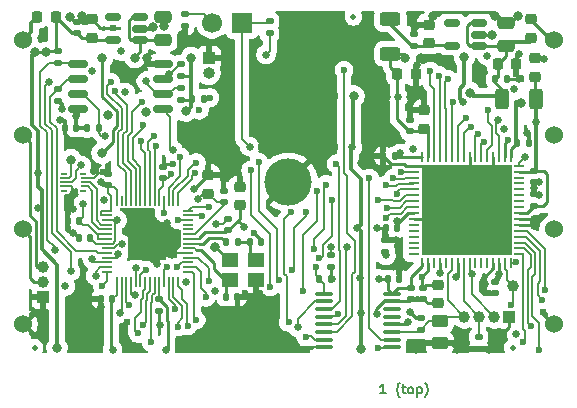
<source format=gbr>
G04 #@! TF.GenerationSoftware,KiCad,Pcbnew,9.0.1-9.0.1-0~ubuntu22.04.1*
G04 #@! TF.CreationDate,2025-04-13T11:09:06-04:00*
G04 #@! TF.ProjectId,TTExperimentModule,54544578-7065-4726-996d-656e744d6f64,1.0*
G04 #@! TF.SameCoordinates,PX10e4380PY2d07198*
G04 #@! TF.FileFunction,Copper,L1,Top*
G04 #@! TF.FilePolarity,Positive*
%FSLAX46Y46*%
G04 Gerber Fmt 4.6, Leading zero omitted, Abs format (unit mm)*
G04 Created by KiCad (PCBNEW 9.0.1-9.0.1-0~ubuntu22.04.1) date 2025-04-13 11:09:06*
%MOMM*%
%LPD*%
G01*
G04 APERTURE LIST*
G04 Aperture macros list*
%AMRoundRect*
0 Rectangle with rounded corners*
0 $1 Rounding radius*
0 $2 $3 $4 $5 $6 $7 $8 $9 X,Y pos of 4 corners*
0 Add a 4 corners polygon primitive as box body*
4,1,4,$2,$3,$4,$5,$6,$7,$8,$9,$2,$3,0*
0 Add four circle primitives for the rounded corners*
1,1,$1+$1,$2,$3*
1,1,$1+$1,$4,$5*
1,1,$1+$1,$6,$7*
1,1,$1+$1,$8,$9*
0 Add four rect primitives between the rounded corners*
20,1,$1+$1,$2,$3,$4,$5,0*
20,1,$1+$1,$4,$5,$6,$7,0*
20,1,$1+$1,$6,$7,$8,$9,0*
20,1,$1+$1,$8,$9,$2,$3,0*%
G04 Aperture macros list end*
%ADD10C,0.200000*%
G04 #@! TA.AperFunction,NonConductor*
%ADD11C,0.200000*%
G04 #@! TD*
G04 #@! TA.AperFunction,SMDPad,CuDef*
%ADD12RoundRect,0.050000X0.050000X-0.387500X0.050000X0.387500X-0.050000X0.387500X-0.050000X-0.387500X0*%
G04 #@! TD*
G04 #@! TA.AperFunction,SMDPad,CuDef*
%ADD13RoundRect,0.050000X0.387500X-0.050000X0.387500X0.050000X-0.387500X0.050000X-0.387500X-0.050000X0*%
G04 #@! TD*
G04 #@! TA.AperFunction,HeatsinkPad*
%ADD14R,3.200000X3.200000*%
G04 #@! TD*
G04 #@! TA.AperFunction,SMDPad,CuDef*
%ADD15R,0.482600X0.177800*%
G04 #@! TD*
G04 #@! TA.AperFunction,SMDPad,CuDef*
%ADD16R,0.533400X0.228600*%
G04 #@! TD*
G04 #@! TA.AperFunction,ComponentPad*
%ADD17C,0.620000*%
G04 #@! TD*
G04 #@! TA.AperFunction,ComponentPad*
%ADD18R,1.000000X1.000000*%
G04 #@! TD*
G04 #@! TA.AperFunction,ComponentPad*
%ADD19C,1.000000*%
G04 #@! TD*
G04 #@! TA.AperFunction,SMDPad,CuDef*
%ADD20RoundRect,0.135000X-0.185000X0.135000X-0.185000X-0.135000X0.185000X-0.135000X0.185000X0.135000X0*%
G04 #@! TD*
G04 #@! TA.AperFunction,SMDPad,CuDef*
%ADD21RoundRect,0.140000X0.170000X-0.140000X0.170000X0.140000X-0.170000X0.140000X-0.170000X-0.140000X0*%
G04 #@! TD*
G04 #@! TA.AperFunction,SMDPad,CuDef*
%ADD22C,0.500000*%
G04 #@! TD*
G04 #@! TA.AperFunction,SMDPad,CuDef*
%ADD23RoundRect,0.250000X0.312500X0.625000X-0.312500X0.625000X-0.312500X-0.625000X0.312500X-0.625000X0*%
G04 #@! TD*
G04 #@! TA.AperFunction,SMDPad,CuDef*
%ADD24RoundRect,0.135000X-0.135000X-0.185000X0.135000X-0.185000X0.135000X0.185000X-0.135000X0.185000X0*%
G04 #@! TD*
G04 #@! TA.AperFunction,SMDPad,CuDef*
%ADD25RoundRect,0.140000X0.140000X0.170000X-0.140000X0.170000X-0.140000X-0.170000X0.140000X-0.170000X0*%
G04 #@! TD*
G04 #@! TA.AperFunction,SMDPad,CuDef*
%ADD26RoundRect,0.150000X0.512500X0.150000X-0.512500X0.150000X-0.512500X-0.150000X0.512500X-0.150000X0*%
G04 #@! TD*
G04 #@! TA.AperFunction,SMDPad,CuDef*
%ADD27RoundRect,0.140000X-0.170000X0.140000X-0.170000X-0.140000X0.170000X-0.140000X0.170000X0.140000X0*%
G04 #@! TD*
G04 #@! TA.AperFunction,SMDPad,CuDef*
%ADD28RoundRect,0.225000X-0.250000X0.225000X-0.250000X-0.225000X0.250000X-0.225000X0.250000X0.225000X0*%
G04 #@! TD*
G04 #@! TA.AperFunction,SMDPad,CuDef*
%ADD29RoundRect,0.135000X0.185000X-0.135000X0.185000X0.135000X-0.185000X0.135000X-0.185000X-0.135000X0*%
G04 #@! TD*
G04 #@! TA.AperFunction,SMDPad,CuDef*
%ADD30RoundRect,0.140000X-0.140000X-0.170000X0.140000X-0.170000X0.140000X0.170000X-0.140000X0.170000X0*%
G04 #@! TD*
G04 #@! TA.AperFunction,SMDPad,CuDef*
%ADD31RoundRect,0.135000X0.135000X0.185000X-0.135000X0.185000X-0.135000X-0.185000X0.135000X-0.185000X0*%
G04 #@! TD*
G04 #@! TA.AperFunction,SMDPad,CuDef*
%ADD32RoundRect,0.250000X-0.450000X0.262500X-0.450000X-0.262500X0.450000X-0.262500X0.450000X0.262500X0*%
G04 #@! TD*
G04 #@! TA.AperFunction,SMDPad,CuDef*
%ADD33RoundRect,0.225000X0.250000X-0.225000X0.250000X0.225000X-0.250000X0.225000X-0.250000X-0.225000X0*%
G04 #@! TD*
G04 #@! TA.AperFunction,ComponentPad*
%ADD34C,1.524000*%
G04 #@! TD*
G04 #@! TA.AperFunction,ComponentPad*
%ADD35C,4.000000*%
G04 #@! TD*
G04 #@! TA.AperFunction,SMDPad,CuDef*
%ADD36RoundRect,0.218750X0.218750X0.256250X-0.218750X0.256250X-0.218750X-0.256250X0.218750X-0.256250X0*%
G04 #@! TD*
G04 #@! TA.AperFunction,ComponentPad*
%ADD37R,1.700000X1.700000*%
G04 #@! TD*
G04 #@! TA.AperFunction,ComponentPad*
%ADD38C,1.700000*%
G04 #@! TD*
G04 #@! TA.AperFunction,SMDPad,CuDef*
%ADD39RoundRect,0.218750X-0.256250X0.218750X-0.256250X-0.218750X0.256250X-0.218750X0.256250X0.218750X0*%
G04 #@! TD*
G04 #@! TA.AperFunction,SMDPad,CuDef*
%ADD40RoundRect,0.225000X-0.225000X-0.250000X0.225000X-0.250000X0.225000X0.250000X-0.225000X0.250000X0*%
G04 #@! TD*
G04 #@! TA.AperFunction,ComponentPad*
%ADD41O,1.000000X1.000000*%
G04 #@! TD*
G04 #@! TA.AperFunction,SMDPad,CuDef*
%ADD42C,1.000000*%
G04 #@! TD*
G04 #@! TA.AperFunction,SMDPad,CuDef*
%ADD43RoundRect,0.250000X0.625000X-0.312500X0.625000X0.312500X-0.625000X0.312500X-0.625000X-0.312500X0*%
G04 #@! TD*
G04 #@! TA.AperFunction,SMDPad,CuDef*
%ADD44RoundRect,0.250000X0.475000X-0.250000X0.475000X0.250000X-0.475000X0.250000X-0.475000X-0.250000X0*%
G04 #@! TD*
G04 #@! TA.AperFunction,SMDPad,CuDef*
%ADD45RoundRect,0.162500X0.650000X0.162500X-0.650000X0.162500X-0.650000X-0.162500X0.650000X-0.162500X0*%
G04 #@! TD*
G04 #@! TA.AperFunction,SMDPad,CuDef*
%ADD46RoundRect,0.062500X-0.362500X-0.062500X0.362500X-0.062500X0.362500X0.062500X-0.362500X0.062500X0*%
G04 #@! TD*
G04 #@! TA.AperFunction,SMDPad,CuDef*
%ADD47RoundRect,0.062500X-0.062500X-0.362500X0.062500X-0.362500X0.062500X0.362500X-0.062500X0.362500X0*%
G04 #@! TD*
G04 #@! TA.AperFunction,HeatsinkPad*
%ADD48R,7.650000X7.650000*%
G04 #@! TD*
G04 #@! TA.AperFunction,SMDPad,CuDef*
%ADD49R,1.400000X1.200000*%
G04 #@! TD*
G04 #@! TA.AperFunction,SMDPad,CuDef*
%ADD50RoundRect,0.100000X-0.637500X-0.100000X0.637500X-0.100000X0.637500X0.100000X-0.637500X0.100000X0*%
G04 #@! TD*
G04 #@! TA.AperFunction,ViaPad*
%ADD51C,0.800000*%
G04 #@! TD*
G04 #@! TA.AperFunction,ViaPad*
%ADD52C,0.650000*%
G04 #@! TD*
G04 #@! TA.AperFunction,ViaPad*
%ADD53C,0.600000*%
G04 #@! TD*
G04 #@! TA.AperFunction,Conductor*
%ADD54C,0.250000*%
G04 #@! TD*
G04 #@! TA.AperFunction,Conductor*
%ADD55C,0.200000*%
G04 #@! TD*
G04 #@! TA.AperFunction,Conductor*
%ADD56C,0.350000*%
G04 #@! TD*
G04 #@! TA.AperFunction,Conductor*
%ADD57C,0.160000*%
G04 #@! TD*
G04 #@! TA.AperFunction,Conductor*
%ADD58C,0.300000*%
G04 #@! TD*
G04 APERTURE END LIST*
D10*
D11*
X30741101Y-2891695D02*
X30283958Y-2891695D01*
X30512530Y-2891695D02*
X30512530Y-2091695D01*
X30512530Y-2091695D02*
X30436339Y-2205980D01*
X30436339Y-2205980D02*
X30360149Y-2282171D01*
X30360149Y-2282171D02*
X30283958Y-2320266D01*
X31922054Y-3196457D02*
X31883959Y-3158361D01*
X31883959Y-3158361D02*
X31807768Y-3044076D01*
X31807768Y-3044076D02*
X31769673Y-2967885D01*
X31769673Y-2967885D02*
X31731578Y-2853600D01*
X31731578Y-2853600D02*
X31693483Y-2663123D01*
X31693483Y-2663123D02*
X31693483Y-2510742D01*
X31693483Y-2510742D02*
X31731578Y-2320266D01*
X31731578Y-2320266D02*
X31769673Y-2205980D01*
X31769673Y-2205980D02*
X31807768Y-2129790D01*
X31807768Y-2129790D02*
X31883959Y-2015504D01*
X31883959Y-2015504D02*
X31922054Y-1977409D01*
X32112530Y-2358361D02*
X32417292Y-2358361D01*
X32226816Y-2091695D02*
X32226816Y-2777409D01*
X32226816Y-2777409D02*
X32264911Y-2853600D01*
X32264911Y-2853600D02*
X32341101Y-2891695D01*
X32341101Y-2891695D02*
X32417292Y-2891695D01*
X32798244Y-2891695D02*
X32722054Y-2853600D01*
X32722054Y-2853600D02*
X32683959Y-2815504D01*
X32683959Y-2815504D02*
X32645863Y-2739314D01*
X32645863Y-2739314D02*
X32645863Y-2510742D01*
X32645863Y-2510742D02*
X32683959Y-2434552D01*
X32683959Y-2434552D02*
X32722054Y-2396457D01*
X32722054Y-2396457D02*
X32798244Y-2358361D01*
X32798244Y-2358361D02*
X32912530Y-2358361D01*
X32912530Y-2358361D02*
X32988721Y-2396457D01*
X32988721Y-2396457D02*
X33026816Y-2434552D01*
X33026816Y-2434552D02*
X33064911Y-2510742D01*
X33064911Y-2510742D02*
X33064911Y-2739314D01*
X33064911Y-2739314D02*
X33026816Y-2815504D01*
X33026816Y-2815504D02*
X32988721Y-2853600D01*
X32988721Y-2853600D02*
X32912530Y-2891695D01*
X32912530Y-2891695D02*
X32798244Y-2891695D01*
X33407769Y-2358361D02*
X33407769Y-3158361D01*
X33407769Y-2396457D02*
X33483959Y-2358361D01*
X33483959Y-2358361D02*
X33636340Y-2358361D01*
X33636340Y-2358361D02*
X33712531Y-2396457D01*
X33712531Y-2396457D02*
X33750626Y-2434552D01*
X33750626Y-2434552D02*
X33788721Y-2510742D01*
X33788721Y-2510742D02*
X33788721Y-2739314D01*
X33788721Y-2739314D02*
X33750626Y-2815504D01*
X33750626Y-2815504D02*
X33712531Y-2853600D01*
X33712531Y-2853600D02*
X33636340Y-2891695D01*
X33636340Y-2891695D02*
X33483959Y-2891695D01*
X33483959Y-2891695D02*
X33407769Y-2853600D01*
X34055388Y-3196457D02*
X34093483Y-3158361D01*
X34093483Y-3158361D02*
X34169674Y-3044076D01*
X34169674Y-3044076D02*
X34207769Y-2967885D01*
X34207769Y-2967885D02*
X34245864Y-2853600D01*
X34245864Y-2853600D02*
X34283960Y-2663123D01*
X34283960Y-2663123D02*
X34283960Y-2510742D01*
X34283960Y-2510742D02*
X34245864Y-2320266D01*
X34245864Y-2320266D02*
X34207769Y-2205980D01*
X34207769Y-2205980D02*
X34169674Y-2129790D01*
X34169674Y-2129790D02*
X34093483Y-2015504D01*
X34093483Y-2015504D02*
X34055388Y-1977409D01*
D12*
G04 #@! TO.P,U5,1,IOVDD*
G04 #@! TO.N,+3V3*
X7962500Y6562500D03*
G04 #@! TO.P,U5,2,GPIO0*
G04 #@! TO.N,/proj_clk*
X8362500Y6562500D03*
G04 #@! TO.P,U5,3,GPIO1*
G04 #@! TO.N,/~{proj_rst}*
X8762500Y6562500D03*
G04 #@! TO.P,U5,4,GPIO2*
G04 #@! TO.N,SDA1*
X9162500Y6562500D03*
G04 #@! TO.P,U5,5,GPIO3*
G04 #@! TO.N,SCL1*
X9562500Y6562500D03*
G04 #@! TO.P,U5,6,GPIO4*
G04 #@! TO.N,/mux_sel*
X9962500Y6562500D03*
G04 #@! TO.P,U5,7,GPIO5*
G04 #@! TO.N,/out0_~{rst}*
X10362500Y6562500D03*
G04 #@! TO.P,U5,8,GPIO6*
G04 #@! TO.N,/out1_inc*
X10762500Y6562500D03*
G04 #@! TO.P,U5,9,GPIO7*
G04 #@! TO.N,/out2_ena*
X11162500Y6562500D03*
G04 #@! TO.P,U5,10,IOVDD*
G04 #@! TO.N,+3V3*
X11562500Y6562500D03*
G04 #@! TO.P,U5,11,GPIO8*
G04 #@! TO.N,/uo_out3*
X11962500Y6562500D03*
G04 #@! TO.P,U5,12,GPIO9*
G04 #@! TO.N,/ui_in0*
X12362500Y6562500D03*
G04 #@! TO.P,U5,13,GPIO10*
G04 #@! TO.N,/ui_in1*
X12762500Y6562500D03*
G04 #@! TO.P,U5,14,GPIO11*
G04 #@! TO.N,/ui_in2*
X13162500Y6562500D03*
D13*
G04 #@! TO.P,U5,15,GPIO12*
G04 #@! TO.N,/ui_in3*
X14000000Y7400000D03*
G04 #@! TO.P,U5,16,GPIO13*
G04 #@! TO.N,/uo_out4*
X14000000Y7800000D03*
G04 #@! TO.P,U5,17,GPIO14*
G04 #@! TO.N,/uo_out5*
X14000000Y8200000D03*
G04 #@! TO.P,U5,18,GPIO15*
G04 #@! TO.N,/uo_out6*
X14000000Y8600000D03*
G04 #@! TO.P,U5,19,TESTEN*
G04 #@! TO.N,GND*
X14000000Y9000000D03*
G04 #@! TO.P,U5,20,XIN*
G04 #@! TO.N,/RP2040/xin*
X14000000Y9400000D03*
G04 #@! TO.P,U5,21,XOUT*
G04 #@! TO.N,/RP2040/xout*
X14000000Y9800000D03*
G04 #@! TO.P,U5,22,IOVDD*
G04 #@! TO.N,+3V3*
X14000000Y10200000D03*
G04 #@! TO.P,U5,23,DVDD*
G04 #@! TO.N,/RP2040/DVDD*
X14000000Y10600000D03*
G04 #@! TO.P,U5,24,SWCLK*
G04 #@! TO.N,/RP2040/SWCLK*
X14000000Y11000000D03*
G04 #@! TO.P,U5,25,SWD*
G04 #@! TO.N,/RP2040/SWDIO*
X14000000Y11400000D03*
G04 #@! TO.P,U5,26,RUN*
G04 #@! TO.N,/RP2040/RUN*
X14000000Y11800000D03*
G04 #@! TO.P,U5,27,GPIO16*
G04 #@! TO.N,/uo_out7*
X14000000Y12200000D03*
G04 #@! TO.P,U5,28,GPIO17*
G04 #@! TO.N,/ui_in4*
X14000000Y12600000D03*
D12*
G04 #@! TO.P,U5,29,GPIO18*
G04 #@! TO.N,/ui_in5*
X13162500Y13437500D03*
G04 #@! TO.P,U5,30,GPIO19*
G04 #@! TO.N,/ui_in6*
X12762500Y13437500D03*
G04 #@! TO.P,U5,31,GPIO20*
G04 #@! TO.N,/ui_in7*
X12362500Y13437500D03*
G04 #@! TO.P,U5,32,GPIO21*
G04 #@! TO.N,/uio0*
X11962500Y13437500D03*
G04 #@! TO.P,U5,33,IOVDD*
G04 #@! TO.N,+3V3*
X11562500Y13437500D03*
G04 #@! TO.P,U5,34,GPIO22*
G04 #@! TO.N,/uio1*
X11162500Y13437500D03*
G04 #@! TO.P,U5,35,GPIO23*
G04 #@! TO.N,/uio2*
X10762500Y13437500D03*
G04 #@! TO.P,U5,36,GPIO24*
G04 #@! TO.N,/uio3*
X10362500Y13437500D03*
G04 #@! TO.P,U5,37,GPIO25*
G04 #@! TO.N,/uio4*
X9962500Y13437500D03*
G04 #@! TO.P,U5,38,GPIO26_ADC0*
G04 #@! TO.N,/uio5*
X9562500Y13437500D03*
G04 #@! TO.P,U5,39,GPIO27_ADC1*
G04 #@! TO.N,/uio6*
X9162500Y13437500D03*
G04 #@! TO.P,U5,40,GPIO28_ADC2*
G04 #@! TO.N,/uio7*
X8762500Y13437500D03*
G04 #@! TO.P,U5,41,GPIO29_ADC3*
G04 #@! TO.N,RPIO29*
X8362500Y13437500D03*
G04 #@! TO.P,U5,42,IOVDD*
G04 #@! TO.N,+3V3*
X7962500Y13437500D03*
D13*
G04 #@! TO.P,U5,43,ADC_AVDD*
X7125000Y12600000D03*
G04 #@! TO.P,U5,44,VREG_IN*
X7125000Y12200000D03*
G04 #@! TO.P,U5,45,VREG_VOUT*
G04 #@! TO.N,/RP2040/DVDD*
X7125000Y11800000D03*
G04 #@! TO.P,U5,46,USB_DM*
G04 #@! TO.N,usb_d-*
X7125000Y11400000D03*
G04 #@! TO.P,U5,47,USB_DP*
G04 #@! TO.N,usb_d+*
X7125000Y11000000D03*
G04 #@! TO.P,U5,48,USB_VDD*
G04 #@! TO.N,+3V3*
X7125000Y10600000D03*
G04 #@! TO.P,U5,49,IOVDD*
X7125000Y10200000D03*
G04 #@! TO.P,U5,50,DVDD*
G04 #@! TO.N,/RP2040/DVDD*
X7125000Y9800000D03*
G04 #@! TO.P,U5,51,QSPI_SD3*
G04 #@! TO.N,/RP2040/QSPI_SD3*
X7125000Y9400000D03*
G04 #@! TO.P,U5,52,QSPI_SCLK*
G04 #@! TO.N,/RP2040/QSPI_CLK*
X7125000Y9000000D03*
G04 #@! TO.P,U5,53,QSPI_SD0*
G04 #@! TO.N,/RP2040/QSPI_SD0*
X7125000Y8600000D03*
G04 #@! TO.P,U5,54,QSPI_SD2*
G04 #@! TO.N,/RP2040/QSPI_SD2*
X7125000Y8200000D03*
G04 #@! TO.P,U5,55,QSPI_SD1*
G04 #@! TO.N,/RP2040/QSPI_SD1*
X7125000Y7800000D03*
G04 #@! TO.P,U5,56,QSPI_SS*
G04 #@! TO.N,boot_mode*
X7125000Y7400000D03*
D14*
G04 #@! TO.P,U5,57,GND*
G04 #@! TO.N,GND*
X10562500Y10000000D03*
G04 #@! TD*
D15*
G04 #@! TO.P,J3,1*
G04 #@! TO.N,GND*
X5207500Y15350000D03*
G04 #@! TO.P,J3,2*
G04 #@! TO.N,+5V*
X3392500Y15350000D03*
G04 #@! TO.P,J3,3*
G04 #@! TO.N,usb_d-*
X5207500Y15000000D03*
G04 #@! TO.P,J3,4*
G04 #@! TO.N,boot_mode*
X3392500Y15000000D03*
G04 #@! TO.P,J3,5*
G04 #@! TO.N,usb_d+*
X5207500Y14650000D03*
G04 #@! TO.P,J3,6*
G04 #@! TO.N,GND*
X3392500Y14650000D03*
D16*
G04 #@! TO.P,J3,7*
G04 #@! TO.N,N/C*
X5067500Y15725000D03*
G04 #@! TO.P,J3,8*
X5067500Y14275000D03*
G04 #@! TO.P,J3,9*
X3532500Y15725000D03*
G04 #@! TO.P,J3,10*
X3532500Y14275000D03*
G04 #@! TD*
D17*
G04 #@! TO.P,STITCH1,1*
G04 #@! TO.N,GND*
X29100000Y25450000D03*
G04 #@! TD*
D18*
G04 #@! TO.P,J5,1,Pin_1*
G04 #@! TO.N,GND*
X41200000Y3600000D03*
D19*
G04 #@! TO.P,J5,2,Pin_2*
G04 #@! TO.N,/~{ctrl_sel_rst}*
X39930000Y3600000D03*
G04 #@! TO.P,J5,3,Pin_3*
G04 #@! TO.N,/ctrl_sel_inc*
X38660000Y3600000D03*
G04 #@! TO.P,J5,4,Pin_4*
G04 #@! TO.N,/ctrl_ena*
X37390000Y3600000D03*
G04 #@! TD*
D20*
G04 #@! TO.P,R6,1*
G04 #@! TO.N,Net-(J2-Pin_2)*
X13700000Y29210000D03*
G04 #@! TO.P,R6,2*
G04 #@! TO.N,GND*
X13700000Y28190000D03*
G04 #@! TD*
D21*
G04 #@! TO.P,C34,1*
G04 #@! TO.N,+3V3*
X17400000Y10920000D03*
G04 #@! TO.P,C34,2*
G04 #@! TO.N,GND*
X17400000Y11880000D03*
G04 #@! TD*
G04 #@! TO.P,C20,1*
G04 #@! TO.N,GND*
X33910000Y5110000D03*
G04 #@! TO.P,C20,2*
G04 #@! TO.N,/ASIC/vccd_all*
X33910000Y6070000D03*
G04 #@! TD*
D22*
G04 #@! TO.P,FID3,*
G04 #@! TO.N,*
X41500000Y1000000D03*
G04 #@! TD*
D23*
G04 #@! TO.P,R7,1*
G04 #@! TO.N,/ASIC/vdda_all*
X43462500Y22000000D03*
G04 #@! TO.P,R7,2*
G04 #@! TO.N,+3V3*
X40537500Y22000000D03*
G04 #@! TD*
D24*
G04 #@! TO.P,R13,1*
G04 #@! TO.N,+3V3*
X14340000Y22050000D03*
G04 #@! TO.P,R13,2*
G04 #@! TO.N,/RP2040/RUN*
X15360000Y22050000D03*
G04 #@! TD*
D25*
G04 #@! TO.P,C25,1*
G04 #@! TO.N,/ASIC/vdda_all*
X31680000Y11100000D03*
G04 #@! TO.P,C25,2*
G04 #@! TO.N,GND*
X30720000Y11100000D03*
G04 #@! TD*
D26*
G04 #@! TO.P,U3,1,VIN*
G04 #@! TO.N,+5V*
X9957500Y27050000D03*
G04 #@! TO.P,U3,2,GND*
G04 #@! TO.N,GND*
X9957500Y28000000D03*
G04 #@! TO.P,U3,3,EN*
G04 #@! TO.N,+5V*
X9957500Y28950000D03*
G04 #@! TO.P,U3,4,NC*
G04 #@! TO.N,unconnected-(U3-NC-Pad4)*
X7682500Y28950000D03*
G04 #@! TO.P,U3,5,VOUT*
G04 #@! TO.N,+3V3*
X7682500Y27050000D03*
G04 #@! TD*
D27*
G04 #@! TO.P,C24,1*
G04 #@! TO.N,/ASIC/vdda_all*
X43322000Y15980000D03*
G04 #@! TO.P,C24,2*
G04 #@! TO.N,GND*
X43322000Y15020000D03*
G04 #@! TD*
D28*
G04 #@! TO.P,C27,1*
G04 #@! TO.N,GND*
X15700000Y15575000D03*
G04 #@! TO.P,C27,2*
G04 #@! TO.N,/RP2040/DVDD*
X15700000Y14025000D03*
G04 #@! TD*
D21*
G04 #@! TO.P,C39,1*
G04 #@! TO.N,+3V3*
X11900000Y15320000D03*
G04 #@! TO.P,C39,2*
G04 #@! TO.N,GND*
X11900000Y16280000D03*
G04 #@! TD*
G04 #@! TO.P,C3,1*
G04 #@! TO.N,+1V8*
X33112500Y26570000D03*
G04 #@! TO.P,C3,2*
G04 #@! TO.N,GND*
X33112500Y27530000D03*
G04 #@! TD*
D17*
G04 #@! TO.P,STITCH1,1*
G04 #@! TO.N,GND*
X29200000Y27400000D03*
G04 #@! TD*
G04 #@! TO.P,STITCH1,1*
G04 #@! TO.N,GND*
X20150000Y18000000D03*
G04 #@! TD*
D29*
G04 #@! TO.P,R11,1*
G04 #@! TO.N,/~{ctrl_sel_rst}*
X30700000Y9090000D03*
G04 #@! TO.P,R11,2*
G04 #@! TO.N,GND*
X30700000Y10110000D03*
G04 #@! TD*
D30*
G04 #@! TO.P,C29,1*
G04 #@! TO.N,/RP2040/xin*
X17220000Y5300000D03*
G04 #@! TO.P,C29,2*
G04 #@! TO.N,GND*
X18180000Y5300000D03*
G04 #@! TD*
G04 #@! TO.P,C31,1*
G04 #@! TO.N,GND*
X3540000Y19600000D03*
G04 #@! TO.P,C31,2*
G04 #@! TO.N,+3V3*
X4500000Y19600000D03*
G04 #@! TD*
D17*
G04 #@! TO.P,STITCH1,1*
G04 #@! TO.N,GND*
X4750000Y17900000D03*
G04 #@! TD*
D31*
G04 #@! TO.P,R4,1*
G04 #@! TO.N,+3V3*
X26140000Y6785000D03*
G04 #@! TO.P,R4,2*
G04 #@! TO.N,/mux_sel*
X25120000Y6785000D03*
G04 #@! TD*
D32*
G04 #@! TO.P,R9,1*
G04 #@! TO.N,/ctrl_ena*
X35300000Y3212500D03*
G04 #@! TO.P,R9,2*
G04 #@! TO.N,GND*
X35300000Y1387500D03*
G04 #@! TD*
D17*
G04 #@! TO.P,STITCH1,1*
G04 #@! TO.N,GND*
X3850000Y3050000D03*
G04 #@! TD*
D33*
G04 #@! TO.P,C12,1*
G04 #@! TO.N,/ASIC/vdda_all*
X43400000Y23925000D03*
G04 #@! TO.P,C12,2*
G04 #@! TO.N,GND*
X43400000Y25475000D03*
G04 #@! TD*
D31*
G04 #@! TO.P,R14,1*
G04 #@! TO.N,/RP2040/xoutr*
X18222500Y9900000D03*
G04 #@! TO.P,R14,2*
G04 #@! TO.N,/RP2040/xout*
X17202500Y9900000D03*
G04 #@! TD*
D30*
G04 #@! TO.P,C4,1*
G04 #@! TO.N,+3V3*
X30890000Y6785000D03*
G04 #@! TO.P,C4,2*
G04 #@! TO.N,GND*
X31850000Y6785000D03*
G04 #@! TD*
D21*
G04 #@! TO.P,C17,1*
G04 #@! TO.N,GND*
X32910000Y5110000D03*
G04 #@! TO.P,C17,2*
G04 #@! TO.N,+3V3*
X32910000Y6070000D03*
G04 #@! TD*
D33*
G04 #@! TO.P,C28,1*
G04 #@! TO.N,+3V3*
X18400000Y13025000D03*
G04 #@! TO.P,C28,2*
G04 #@! TO.N,GND*
X18400000Y14575000D03*
G04 #@! TD*
D34*
G04 #@! TO.P,PCB1,1,VDD*
G04 #@! TO.N,/vin1*
X0Y27000000D03*
G04 #@! TO.P,PCB1,2,SCL*
G04 #@! TO.N,SCL1*
X0Y19000000D03*
G04 #@! TO.P,PCB1,3,SDA*
G04 #@! TO.N,SDA1*
X0Y11000000D03*
G04 #@! TO.P,PCB1,4,GND*
G04 #@! TO.N,GND*
X0Y3000000D03*
G04 #@! TO.P,PCB1,5,GND*
X45000000Y3000000D03*
G04 #@! TO.P,PCB1,6,SDA*
G04 #@! TO.N,unconnected-(PCB1-SDA-Pad6)*
X45000000Y11000000D03*
G04 #@! TO.P,PCB1,7,SCL*
G04 #@! TO.N,unconnected-(PCB1-SCL-Pad7)*
X45000000Y19000000D03*
G04 #@! TO.P,PCB1,8,VDD*
G04 #@! TO.N,/vin2*
X45000000Y27000000D03*
D35*
G04 #@! TO.P,PCB1,9,GND*
G04 #@! TO.N,GND*
X22500000Y15000000D03*
G04 #@! TD*
D17*
G04 #@! TO.P,STITCH1,1*
G04 #@! TO.N,GND*
X19500000Y24600000D03*
G04 #@! TD*
D20*
G04 #@! TO.P,R2,1*
G04 #@! TO.N,/ctrl_sel_inc*
X38600000Y1910000D03*
G04 #@! TO.P,R2,2*
G04 #@! TO.N,GND*
X38600000Y890000D03*
G04 #@! TD*
D36*
G04 #@! TO.P,FB1,1*
G04 #@! TO.N,+3V3*
X2787500Y29000000D03*
G04 #@! TO.P,FB1,2*
G04 #@! TO.N,/vin1*
X1212500Y29000000D03*
G04 #@! TD*
D29*
G04 #@! TO.P,R18,1*
G04 #@! TO.N,+3V3*
X13400000Y21990000D03*
G04 #@! TO.P,R18,2*
G04 #@! TO.N,/RP2040/QSPI_SD1*
X13400000Y23010000D03*
G04 #@! TD*
G04 #@! TO.P,R1,1*
G04 #@! TO.N,+3V3*
X26100000Y7790000D03*
G04 #@! TO.P,R1,2*
G04 #@! TO.N,/~{ctrl_sel_rst}*
X26100000Y8810000D03*
G04 #@! TD*
D37*
G04 #@! TO.P,J2,1,Pin_1*
G04 #@! TO.N,boot_mode*
X18575000Y28500000D03*
D38*
G04 #@! TO.P,J2,2,Pin_2*
G04 #@! TO.N,Net-(J2-Pin_2)*
X16035000Y28500000D03*
G04 #@! TD*
D27*
G04 #@! TO.P,C23,1*
G04 #@! TO.N,/ASIC/vdda_all*
X40000000Y6570000D03*
G04 #@! TO.P,C23,2*
G04 #@! TO.N,GND*
X40000000Y5610000D03*
G04 #@! TD*
D17*
G04 #@! TO.P,STITCH1,1*
G04 #@! TO.N,GND*
X22050000Y27350000D03*
G04 #@! TD*
D39*
G04 #@! TO.P,FB2,1*
G04 #@! TO.N,/vin2*
X43050000Y28787500D03*
G04 #@! TO.P,FB2,2*
G04 #@! TO.N,+3V3*
X43050000Y27212500D03*
G04 #@! TD*
D22*
G04 #@! TO.P,FID1,*
G04 #@! TO.N,*
X1000000Y1000000D03*
G04 #@! TD*
D33*
G04 #@! TO.P,C6,1*
G04 #@! TO.N,+3V3*
X5850000Y27225000D03*
G04 #@! TO.P,C6,2*
G04 #@! TO.N,GND*
X5850000Y28775000D03*
G04 #@! TD*
D25*
G04 #@! TO.P,C37,1*
G04 #@! TO.N,+3V3*
X4770000Y11750000D03*
G04 #@! TO.P,C37,2*
G04 #@! TO.N,GND*
X3810000Y11750000D03*
G04 #@! TD*
D21*
G04 #@! TO.P,C38,1*
G04 #@! TO.N,+3V3*
X7250000Y14770000D03*
G04 #@! TO.P,C38,2*
G04 #@! TO.N,GND*
X7250000Y15730000D03*
G04 #@! TD*
D17*
G04 #@! TO.P,STITCH1,1*
G04 #@! TO.N,GND*
X6650000Y1600000D03*
G04 #@! TD*
D24*
G04 #@! TO.P,R16,1*
G04 #@! TO.N,+3V3*
X5440000Y19600000D03*
G04 #@! TO.P,R16,2*
G04 #@! TO.N,/RP2040/QSPI_SD3*
X6460000Y19600000D03*
G04 #@! TD*
D22*
G04 #@! TO.P,FID2,*
G04 #@! TO.N,*
X28000000Y29000000D03*
G04 #@! TD*
D25*
G04 #@! TO.P,C22,1*
G04 #@! TO.N,GND*
X40980000Y23700000D03*
G04 #@! TO.P,C22,2*
G04 #@! TO.N,+3V3*
X40020000Y23700000D03*
G04 #@! TD*
D20*
G04 #@! TO.P,R17,1*
G04 #@! TO.N,+3V3*
X3000000Y26110000D03*
G04 #@! TO.P,R17,2*
G04 #@! TO.N,/RP2040/QSPI_SD0*
X3000000Y25090000D03*
G04 #@! TD*
D17*
G04 #@! TO.P,STITCH1,1*
G04 #@! TO.N,GND*
X1600000Y27250000D03*
G04 #@! TD*
G04 #@! TO.P,STITCH1,1*
G04 #@! TO.N,GND*
X36500000Y24650000D03*
G04 #@! TD*
G04 #@! TO.P,STITCH1,1*
G04 #@! TO.N,GND*
X26400000Y18000000D03*
G04 #@! TD*
D40*
G04 #@! TO.P,C8,1*
G04 #@! TO.N,+3V3*
X40225000Y25000000D03*
G04 #@! TO.P,C8,2*
G04 #@! TO.N,GND*
X41775000Y25000000D03*
G04 #@! TD*
D33*
G04 #@! TO.P,C2,1*
G04 #@! TO.N,+1V8*
X34362500Y26775000D03*
G04 #@! TO.P,C2,2*
G04 #@! TO.N,GND*
X34362500Y28325000D03*
G04 #@! TD*
D27*
G04 #@! TO.P,C26,1*
G04 #@! TO.N,GND*
X43322000Y13960000D03*
G04 #@! TO.P,C26,2*
G04 #@! TO.N,/ASIC/vdda_all*
X43322000Y13000000D03*
G04 #@! TD*
D18*
G04 #@! TO.P,J6,1,Pin_1*
G04 #@! TO.N,GND*
X15750000Y25500000D03*
D41*
G04 #@! TO.P,J6,2,Pin_2*
G04 #@! TO.N,/RP2040/RUN*
X15750000Y24230000D03*
G04 #@! TD*
D21*
G04 #@! TO.P,C19,1*
G04 #@! TO.N,/ASIC/vccd_all*
X32750000Y19310000D03*
G04 #@! TO.P,C19,2*
G04 #@! TO.N,GND*
X32750000Y20270000D03*
G04 #@! TD*
D26*
G04 #@! TO.P,U2,1,VIN*
G04 #@! TO.N,+3V3*
X38637500Y26550000D03*
G04 #@! TO.P,U2,2,GND*
G04 #@! TO.N,GND*
X38637500Y27500000D03*
G04 #@! TO.P,U2,3,EN*
G04 #@! TO.N,+3V3*
X38637500Y28450000D03*
G04 #@! TO.P,U2,4,NC*
G04 #@! TO.N,unconnected-(U2-NC-Pad4)*
X36362500Y28450000D03*
G04 #@! TO.P,U2,5,VOUT*
G04 #@! TO.N,+1V8*
X36362500Y26550000D03*
G04 #@! TD*
D25*
G04 #@! TO.P,C32,1*
G04 #@! TO.N,+3V3*
X7592500Y5100000D03*
G04 #@! TO.P,C32,2*
G04 #@! TO.N,GND*
X6632500Y5100000D03*
G04 #@! TD*
D17*
G04 #@! TO.P,STITCH1,1*
G04 #@! TO.N,GND*
X29200000Y29050000D03*
G04 #@! TD*
G04 #@! TO.P,STITCH1,1*
G04 #@! TO.N,GND*
X19500000Y22250000D03*
G04 #@! TD*
D29*
G04 #@! TO.P,R15,1*
G04 #@! TO.N,+3V3*
X13400000Y23990000D03*
G04 #@! TO.P,R15,2*
G04 #@! TO.N,/RP2040/QSPI_SD2*
X13400000Y25010000D03*
G04 #@! TD*
G04 #@! TO.P,R5,1*
G04 #@! TO.N,+3V3*
X20900000Y27590000D03*
G04 #@! TO.P,R5,2*
G04 #@! TO.N,boot_mode*
X20900000Y28610000D03*
G04 #@! TD*
D42*
G04 #@! TO.P,TP1,1,1*
G04 #@! TO.N,/ui_in0*
X41500000Y6250000D03*
G04 #@! TD*
D17*
G04 #@! TO.P,STITCH1,1*
G04 #@! TO.N,GND*
X25550000Y15850000D03*
G04 #@! TD*
D43*
G04 #@! TO.P,R8,1*
G04 #@! TO.N,/ASIC/vccd_all*
X31124500Y25872500D03*
G04 #@! TO.P,R8,2*
G04 #@! TO.N,+1V8*
X31124500Y28797500D03*
G04 #@! TD*
D17*
G04 #@! TO.P,STITCH1,1*
G04 #@! TO.N,GND*
X7650000Y28050000D03*
G04 #@! TD*
D30*
G04 #@! TO.P,C21,1*
G04 #@! TO.N,GND*
X30520000Y17200000D03*
G04 #@! TO.P,C21,2*
G04 #@! TO.N,+3V3*
X31480000Y17200000D03*
G04 #@! TD*
D44*
G04 #@! TO.P,C1,1*
G04 #@! TO.N,+3V3*
X40900000Y26550000D03*
G04 #@! TO.P,C1,2*
G04 #@! TO.N,GND*
X40900000Y28450000D03*
G04 #@! TD*
D29*
G04 #@! TO.P,R3,1*
G04 #@! TO.N,/ctrl_ena*
X33700000Y2490000D03*
G04 #@! TO.P,R3,2*
G04 #@! TO.N,+3V3*
X33700000Y3510000D03*
G04 #@! TD*
D25*
G04 #@! TO.P,C18,1*
G04 #@! TO.N,GND*
X42832000Y18315000D03*
G04 #@! TO.P,C18,2*
G04 #@! TO.N,/ASIC/vccd_all*
X41872000Y18315000D03*
G04 #@! TD*
D29*
G04 #@! TO.P,R19,1*
G04 #@! TO.N,+3V3*
X3000000Y21890000D03*
G04 #@! TO.P,R19,2*
G04 #@! TO.N,/RP2040/QSPI_CLK*
X3000000Y22910000D03*
G04 #@! TD*
D17*
G04 #@! TO.P,STITCH1,1*
G04 #@! TO.N,GND*
X1850000Y1600000D03*
G04 #@! TD*
D27*
G04 #@! TO.P,C33,1*
G04 #@! TO.N,+3V3*
X11562500Y5080000D03*
G04 #@! TO.P,C33,2*
G04 #@! TO.N,GND*
X11562500Y4120000D03*
G04 #@! TD*
D17*
G04 #@! TO.P,STITCH1,1*
G04 #@! TO.N,GND*
X22100000Y29100000D03*
G04 #@! TD*
G04 #@! TO.P,STITCH1,1*
G04 #@! TO.N,GND*
X8800000Y3150000D03*
G04 #@! TD*
D33*
G04 #@! TO.P,C16,1*
G04 #@! TO.N,/ASIC/vccd_all*
X34000000Y19540000D03*
G04 #@! TO.P,C16,2*
G04 #@! TO.N,GND*
X34000000Y21090000D03*
G04 #@! TD*
D45*
G04 #@! TO.P,U6,1,~{CS}*
G04 #@! TO.N,boot_mode*
X11837500Y21195000D03*
G04 #@! TO.P,U6,2,DO(IO1)*
G04 #@! TO.N,/RP2040/QSPI_SD1*
X11837500Y22465000D03*
G04 #@! TO.P,U6,3,IO2*
G04 #@! TO.N,/RP2040/QSPI_SD2*
X11837500Y23735000D03*
G04 #@! TO.P,U6,4,GND*
G04 #@! TO.N,GND*
X11837500Y25005000D03*
G04 #@! TO.P,U6,5,DI(IO0)*
G04 #@! TO.N,/RP2040/QSPI_SD0*
X4662500Y25005000D03*
G04 #@! TO.P,U6,6,CLK*
G04 #@! TO.N,/RP2040/QSPI_CLK*
X4662500Y23735000D03*
G04 #@! TO.P,U6,7,IO3*
G04 #@! TO.N,/RP2040/QSPI_SD3*
X4662500Y22465000D03*
G04 #@! TO.P,U6,8,VCC*
G04 #@! TO.N,+3V3*
X4662500Y21195000D03*
G04 #@! TD*
D21*
G04 #@! TO.P,C35,1*
G04 #@! TO.N,/RP2040/DVDD*
X17000000Y13320000D03*
G04 #@! TO.P,C35,2*
G04 #@! TO.N,GND*
X17000000Y14280000D03*
G04 #@! TD*
D46*
G04 #@! TO.P,U4,1,vssa2*
G04 #@! TO.N,GND*
X33130000Y16390000D03*
G04 #@! TO.P,U4,2,uo_out[1]*
G04 #@! TO.N,/uo_out1*
X33130000Y15890000D03*
G04 #@! TO.P,U4,3,uo_out[2]*
G04 #@! TO.N,/uo_out2*
X33130000Y15390000D03*
G04 #@! TO.P,U4,4,uo_out[3]*
G04 #@! TO.N,/uo_out3*
X33130000Y14890000D03*
G04 #@! TO.P,U4,5,uo_out[4]*
G04 #@! TO.N,/uo_out4*
X33130000Y14390000D03*
G04 #@! TO.P,U4,6,uo_out[5]*
G04 #@! TO.N,/uo_out5*
X33130000Y13890000D03*
G04 #@! TO.P,U4,7,uo_out[6]*
G04 #@! TO.N,/uo_out6*
X33130000Y13390000D03*
G04 #@! TO.P,U4,8,uo_out[7]*
G04 #@! TO.N,/uo_out7*
X33130000Y12890000D03*
G04 #@! TO.P,U4,9,vdda2*
G04 #@! TO.N,/ASIC/vdda_all*
X33130000Y12390000D03*
G04 #@! TO.P,U4,10,vssd2*
G04 #@! TO.N,GND*
X33130000Y11890000D03*
G04 #@! TO.P,U4,11,analog[6]*
G04 #@! TO.N,/ASIC/chip_an6*
X33130000Y11390000D03*
G04 #@! TO.P,U4,12,analog[7]*
G04 #@! TO.N,/ASIC/chip_an7*
X33130000Y10890000D03*
G04 #@! TO.P,U4,13,analog[8]*
G04 #@! TO.N,/ASIC/chip_an8*
X33130000Y10390000D03*
G04 #@! TO.P,U4,14,analog[9]*
G04 #@! TO.N,/ASIC/chip_an9*
X33130000Y9890000D03*
G04 #@! TO.P,U4,15,analog[10]*
G04 #@! TO.N,/ASIC/chip_an10*
X33130000Y9390000D03*
G04 #@! TO.P,U4,16,analog[11]*
G04 #@! TO.N,/ASIC/chip_an11*
X33130000Y8890000D03*
D47*
G04 #@! TO.P,U4,17,vddio*
G04 #@! TO.N,+3V3*
X33830000Y8190000D03*
G04 #@! TO.P,U4,18,vccd*
G04 #@! TO.N,/ASIC/vccd_all*
X34330000Y8190000D03*
G04 #@! TO.P,U4,19,NC*
G04 #@! TO.N,unconnected-(U4-NC-Pad19)*
X34830000Y8190000D03*
G04 #@! TO.P,U4,20,vssa*
G04 #@! TO.N,GND*
X35330000Y8190000D03*
G04 #@! TO.P,U4,21,resetb*
G04 #@! TO.N,/ASIC/reset_b*
X35830000Y8190000D03*
G04 #@! TO.P,U4,22,ctrl_ena*
G04 #@! TO.N,/ctrl_ena*
X36330000Y8190000D03*
G04 #@! TO.P,U4,23,vssd*
G04 #@! TO.N,GND*
X36830000Y8190000D03*
G04 #@! TO.P,U4,24,ctrl_sel_inc*
G04 #@! TO.N,/ctrl_sel_inc*
X37330000Y8190000D03*
G04 #@! TO.P,U4,25,ctrl_sel_rst_n*
G04 #@! TO.N,/~{ctrl_sel_rst}*
X37830000Y8190000D03*
G04 #@! TO.P,U4,26,reserved*
G04 #@! TO.N,/ASIC/RES1*
X38330000Y8190000D03*
G04 #@! TO.P,U4,27,reserved*
G04 #@! TO.N,/ASIC/RES2*
X38830000Y8190000D03*
G04 #@! TO.P,U4,28,reserved*
G04 #@! TO.N,/ASIC/RES3*
X39330000Y8190000D03*
G04 #@! TO.P,U4,29,vssio*
G04 #@! TO.N,GND*
X39830000Y8190000D03*
G04 #@! TO.P,U4,30,vdda*
G04 #@! TO.N,/ASIC/vdda_all*
X40330000Y8190000D03*
G04 #@! TO.P,U4,31,ui_in[0]*
G04 #@! TO.N,/ui_in0*
X40830000Y8190000D03*
G04 #@! TO.P,U4,32,ui_in[1]*
G04 #@! TO.N,/ui_in1*
X41330000Y8190000D03*
D46*
G04 #@! TO.P,U4,33,ui_in[2]*
G04 #@! TO.N,/ui_in2*
X42030000Y8890000D03*
G04 #@! TO.P,U4,34,ui_in[3]*
G04 #@! TO.N,/ui_in3*
X42030000Y9390000D03*
G04 #@! TO.P,U4,35,ui_in[4]*
G04 #@! TO.N,/ui_in4*
X42030000Y9890000D03*
G04 #@! TO.P,U4,36,ui_in[5]*
G04 #@! TO.N,/ui_in5*
X42030000Y10390000D03*
G04 #@! TO.P,U4,37,ui_in[6]*
G04 #@! TO.N,/ui_in6*
X42030000Y10890000D03*
G04 #@! TO.P,U4,38,vssa1*
G04 #@! TO.N,GND*
X42030000Y11390000D03*
G04 #@! TO.P,U4,39,vssd1*
X42030000Y11890000D03*
G04 #@! TO.P,U4,40,vdda1*
G04 #@! TO.N,/ASIC/vdda_all*
X42030000Y12390000D03*
G04 #@! TO.P,U4,41,analog[0]*
G04 #@! TO.N,/ASIC/chip_an0*
X42030000Y12890000D03*
G04 #@! TO.P,U4,42,analog[1]*
G04 #@! TO.N,/ASIC/chip_an1*
X42030000Y13390000D03*
G04 #@! TO.P,U4,43,analog[2]*
G04 #@! TO.N,/ASIC/chip_an2*
X42030000Y13890000D03*
G04 #@! TO.P,U4,44,analog[3]*
G04 #@! TO.N,/ASIC/chip_an3*
X42030000Y14390000D03*
G04 #@! TO.P,U4,45,analog[4]*
G04 #@! TO.N,/ASIC/chip_an4*
X42030000Y14890000D03*
G04 #@! TO.P,U4,46,analog[5]*
G04 #@! TO.N,/ASIC/chip_an5*
X42030000Y15390000D03*
G04 #@! TO.P,U4,47,vdda1*
G04 #@! TO.N,/ASIC/vdda_all*
X42030000Y15890000D03*
G04 #@! TO.P,U4,48,ui_in[7]*
G04 #@! TO.N,/ui_in7*
X42030000Y16390000D03*
D47*
G04 #@! TO.P,U4,49,vccd1*
G04 #@! TO.N,/ASIC/vccd_all*
X41330000Y17090000D03*
G04 #@! TO.P,U4,50,clk*
G04 #@! TO.N,/proj_clk*
X40830000Y17090000D03*
G04 #@! TO.P,U4,51,rst_n*
G04 #@! TO.N,/~{proj_rst}*
X40330000Y17090000D03*
G04 #@! TO.P,U4,52,vssa1*
G04 #@! TO.N,GND*
X39830000Y17090000D03*
G04 #@! TO.P,U4,53,uio[0]*
G04 #@! TO.N,/uio0*
X39330000Y17090000D03*
G04 #@! TO.P,U4,54,uio[1]*
G04 #@! TO.N,/uio1*
X38830000Y17090000D03*
G04 #@! TO.P,U4,55,uio[2]*
G04 #@! TO.N,/uio2*
X38330000Y17090000D03*
G04 #@! TO.P,U4,56,vssio*
G04 #@! TO.N,GND*
X37830000Y17090000D03*
G04 #@! TO.P,U4,57,uio[3]*
G04 #@! TO.N,/uio3*
X37330000Y17090000D03*
G04 #@! TO.P,U4,58,uio[4]*
G04 #@! TO.N,/uio4*
X36830000Y17090000D03*
G04 #@! TO.P,U4,59,uio[5]*
G04 #@! TO.N,/uio5*
X36330000Y17090000D03*
G04 #@! TO.P,U4,60,uio[6]*
G04 #@! TO.N,/uio6*
X35830000Y17090000D03*
G04 #@! TO.P,U4,61,uio[7]*
G04 #@! TO.N,/uio7*
X35330000Y17090000D03*
G04 #@! TO.P,U4,62,uo_out[0]*
G04 #@! TO.N,/uo_out0*
X34830000Y17090000D03*
G04 #@! TO.P,U4,63,vccd2*
G04 #@! TO.N,/ASIC/vccd_all*
X34330000Y17090000D03*
G04 #@! TO.P,U4,64,vddio*
G04 #@! TO.N,+3V3*
X33830000Y17090000D03*
D48*
G04 #@! TO.P,U4,65,ThermalPad*
G04 #@! TO.N,GND*
X37580000Y12640000D03*
G04 #@! TD*
D28*
G04 #@! TO.P,C15,1*
G04 #@! TO.N,/ASIC/vccd_all*
X35160000Y6280000D03*
G04 #@! TO.P,C15,2*
G04 #@! TO.N,GND*
X35160000Y4730000D03*
G04 #@! TD*
D49*
G04 #@! TO.P,Y1,1,1*
G04 #@! TO.N,/RP2040/xin*
X17512500Y6700000D03*
G04 #@! TO.P,Y1,2,2*
G04 #@! TO.N,GND*
X19712500Y6700000D03*
G04 #@! TO.P,Y1,3,3*
G04 #@! TO.N,/RP2040/xoutr*
X19712500Y8400000D03*
G04 #@! TO.P,Y1,4,4*
G04 #@! TO.N,GND*
X17512500Y8400000D03*
G04 #@! TD*
D17*
G04 #@! TO.P,STITCH1,1*
G04 #@! TO.N,GND*
X38750000Y24650000D03*
G04 #@! TD*
D44*
G04 #@! TO.P,C5,1*
G04 #@! TO.N,+5V*
X11870000Y27050000D03*
G04 #@! TO.P,C5,2*
G04 #@! TO.N,GND*
X11870000Y28950000D03*
G04 #@! TD*
D25*
G04 #@! TO.P,C36,1*
G04 #@! TO.N,/RP2040/DVDD*
X5730000Y10250000D03*
G04 #@! TO.P,C36,2*
G04 #@! TO.N,GND*
X4770000Y10250000D03*
G04 #@! TD*
D17*
G04 #@! TO.P,STITCH1,1*
G04 #@! TO.N,GND*
X8800000Y1500000D03*
G04 #@! TD*
D21*
G04 #@! TO.P,C7,1*
G04 #@! TO.N,+3V3*
X4600000Y27620000D03*
G04 #@! TO.P,C7,2*
G04 #@! TO.N,GND*
X4600000Y28580000D03*
G04 #@! TD*
D18*
G04 #@! TO.P,J1,1,Pin_1*
G04 #@! TO.N,GND*
X1750000Y5250000D03*
D19*
G04 #@! TO.P,J1,2,Pin_2*
G04 #@! TO.N,SDA1*
X1750000Y6520000D03*
G04 #@! TO.P,J1,3,Pin_3*
G04 #@! TO.N,SCL1*
X1750000Y7790000D03*
G04 #@! TD*
D50*
G04 #@! TO.P,U1,1,S*
G04 #@! TO.N,/mux_sel*
X25527500Y5560000D03*
G04 #@! TO.P,U1,2*
G04 #@! TO.N,/ctrl_sel_inc*
X25527500Y4910000D03*
G04 #@! TO.P,U1,3*
G04 #@! TO.N,/uo_out1*
X25527500Y4260000D03*
G04 #@! TO.P,U1,4*
G04 #@! TO.N,/out1_inc*
X25527500Y3610000D03*
G04 #@! TO.P,U1,5*
G04 #@! TO.N,/~{ctrl_sel_rst}*
X25527500Y2960000D03*
G04 #@! TO.P,U1,6*
G04 #@! TO.N,/uo_out0*
X25527500Y2310000D03*
G04 #@! TO.P,U1,7*
G04 #@! TO.N,/out0_~{rst}*
X25527500Y1660000D03*
G04 #@! TO.P,U1,8,GND*
G04 #@! TO.N,GND*
X25527500Y1010000D03*
G04 #@! TO.P,U1,9*
G04 #@! TO.N,/out2_ena*
X31252500Y1010000D03*
G04 #@! TO.P,U1,10*
G04 #@! TO.N,/uo_out2*
X31252500Y1660000D03*
G04 #@! TO.P,U1,11*
G04 #@! TO.N,/ctrl_ena*
X31252500Y2310000D03*
G04 #@! TO.P,U1,12*
G04 #@! TO.N,GND*
X31252500Y2960000D03*
G04 #@! TO.P,U1,13*
G04 #@! TO.N,unconnected-(U1-Pad13)*
X31252500Y3610000D03*
G04 #@! TO.P,U1,14*
G04 #@! TO.N,unconnected-(U1-Pad14)*
X31252500Y4260000D03*
G04 #@! TO.P,U1,15,~{OE}*
G04 #@! TO.N,GND*
X31252500Y4910000D03*
G04 #@! TO.P,U1,16,VCC*
G04 #@! TO.N,+3V3*
X31252500Y5560000D03*
G04 #@! TD*
D40*
G04 #@! TO.P,C14,1*
G04 #@! TO.N,/ASIC/vccd_all*
X31725000Y24135000D03*
G04 #@! TO.P,C14,2*
G04 #@! TO.N,GND*
X33275000Y24135000D03*
G04 #@! TD*
D17*
G04 #@! TO.P,STITCH1,1*
G04 #@! TO.N,GND*
X26400000Y22300000D03*
G04 #@! TD*
D30*
G04 #@! TO.P,C30,1*
G04 #@! TO.N,/RP2040/xoutr*
X19232500Y9900000D03*
G04 #@! TO.P,C30,2*
G04 #@! TO.N,GND*
X20192500Y9900000D03*
G04 #@! TD*
D51*
G04 #@! TO.N,+3V3*
X2900000Y1000000D03*
X28600000Y900000D03*
X13795409Y21006071D03*
X14250000Y25550000D03*
D52*
X3300000Y21200000D03*
X18700000Y11175000D03*
X32800000Y4000000D03*
X1300000Y15800000D03*
X28300000Y11100000D03*
X1326000Y12800000D03*
X12100000Y825000D03*
X4500000Y20570000D03*
X27904972Y17975000D03*
D51*
X1000000Y26000000D03*
D52*
X31927578Y17438083D03*
X28575000Y6874912D03*
D51*
X10421899Y20939701D03*
D52*
X6600000Y15000000D03*
X26225000Y6810969D03*
X20600000Y25800000D03*
X5081491Y13127756D03*
D51*
X7210000Y20670605D03*
D52*
X28600000Y3900000D03*
X30200000Y6800000D03*
D51*
X37850000Y22591034D03*
X28061835Y22300000D03*
X2000000Y26000000D03*
D52*
X7600000Y825000D03*
D53*
X12536115Y15679237D03*
D52*
G04 #@! TO.N,GND*
X43300000Y11900000D03*
X42010677Y25812535D03*
X32800000Y22200000D03*
X12300000Y9000000D03*
X44175000Y25450000D03*
X33300000Y825000D03*
D53*
X20068203Y5630254D03*
D51*
X5000000Y29100000D03*
D53*
X6786118Y15818990D03*
D52*
X39100000Y6400000D03*
X11600000Y2900000D03*
D51*
X34750000Y29100000D03*
D52*
X13850000Y6550000D03*
X42700000Y19200000D03*
X37600000Y12650000D03*
D51*
X40000000Y29100000D03*
X33250000Y28250000D03*
D52*
X33360148Y24900000D03*
X16300000Y5800000D03*
X33900000Y22200000D03*
X35000000Y15200000D03*
X35050000Y10100000D03*
D53*
X18800000Y5650000D03*
D52*
X42000000Y23700000D03*
X14500000Y14400000D03*
X38850000Y10100000D03*
X16391702Y11451362D03*
X30000000Y3875000D03*
X14800000Y27200000D03*
X39500000Y825000D03*
X28660670Y16639330D03*
X35300000Y7300000D03*
X11350000Y8050000D03*
D53*
X12700000Y16500000D03*
D52*
X12250000Y11550000D03*
D51*
X16304712Y9526362D03*
D52*
X43300000Y11300000D03*
X6600000Y4400000D03*
D51*
X4000000Y29000000D03*
D52*
X32578971Y3126220D03*
X17100000Y15300000D03*
X10600000Y11750000D03*
X10550000Y10000000D03*
D51*
X41900000Y29100000D03*
D52*
X38850000Y15200000D03*
X4275000Y10718591D03*
D51*
X39750000Y27500000D03*
D52*
X31600000Y10100000D03*
X4275000Y12728285D03*
X36650000Y6937919D03*
X3176811Y20262528D03*
X5300000Y4700000D03*
D51*
X12000000Y28250000D03*
D52*
X17300000Y25500000D03*
X30800000Y22200000D03*
X36800000Y825000D03*
X30000000Y11100000D03*
D51*
X11000000Y28100000D03*
X10505000Y25550000D03*
D52*
X43300000Y14500000D03*
X31900000Y7700000D03*
X43724000Y15000000D03*
X43724000Y13909571D03*
D51*
X13500000Y27500000D03*
D53*
X19610573Y10667008D03*
D51*
G04 #@! TO.N,+5V*
X6748140Y25550000D03*
X9484139Y25550000D03*
X6700000Y17450000D03*
X4100000Y16900000D03*
D52*
G04 #@! TO.N,/ASIC/vdda_all*
X40330000Y7200000D03*
X43462500Y20100000D03*
X31700000Y11700000D03*
X33000000Y17800000D03*
X40775000Y19500000D03*
D53*
G04 #@! TO.N,/ASIC/vccd_all*
X33800000Y7000000D03*
D52*
X31800000Y22200000D03*
D51*
X37400000Y25600000D03*
D52*
X37259365Y21815289D03*
D51*
X32400000Y25550000D03*
X42163801Y21741039D03*
D52*
G04 #@! TO.N,/RP2040/DVDD*
X6855000Y13500000D03*
X7974207Y11793360D03*
X14800000Y13600000D03*
G04 #@! TO.N,SCL1*
X9607757Y7756000D03*
G04 #@! TO.N,SDA1*
X9476500Y5471952D03*
G04 #@! TO.N,boot_mode*
X19200000Y18000000D03*
X3600000Y6200000D03*
X12725000Y17689227D03*
X4946557Y16414302D03*
D53*
X6750000Y6250000D03*
G04 #@! TO.N,/RP2040/RUN*
X13186115Y11798518D03*
X15850000Y22150000D03*
D52*
G04 #@! TO.N,/~{ctrl_sel_rst}*
X30750000Y8800000D03*
X38046002Y7228467D03*
X26100000Y9500000D03*
X27425000Y9507229D03*
G04 #@! TO.N,/ctrl_sel_inc*
X23300000Y2700000D03*
D53*
G04 #@! TO.N,/mux_sel*
X24800000Y7850000D03*
X10457804Y7548516D03*
D52*
G04 #@! TO.N,/RP2040/QSPI_SD2*
X5871117Y24441060D03*
X5891242Y8490000D03*
X12405679Y24155000D03*
G04 #@! TO.N,/RP2040/QSPI_SD3*
X8387498Y9740361D03*
X6950000Y18950000D03*
G04 #@! TO.N,/RP2040/QSPI_SD0*
X8103854Y8890601D03*
X2725000Y9244202D03*
G04 #@! TO.N,/RP2040/QSPI_SD1*
X10453156Y23548126D03*
X2250000Y23500000D03*
X4050000Y7450000D03*
X6174518Y7076541D03*
D53*
G04 #@! TO.N,/ui_in0*
X12874043Y4225000D03*
X41351000Y4600000D03*
D52*
G04 #@! TO.N,/proj_clk*
X41623017Y22926742D03*
X8200000Y3905514D03*
X8672385Y22591766D03*
D53*
X41075000Y18564279D03*
D52*
G04 #@! TO.N,/~{proj_rst}*
X8300000Y26100000D03*
D53*
X9000000Y4600000D03*
D52*
X39300000Y25700000D03*
X40200000Y20300000D03*
D53*
G04 #@! TO.N,/uio1*
X11262007Y18023789D03*
X39053914Y18378257D03*
G04 #@! TO.N,/out0_~{rst}*
X9750000Y2200000D03*
X23972370Y1850798D03*
G04 #@! TO.N,/out2_ena*
X30100000Y1000000D03*
X10900000Y1450798D03*
G04 #@! TO.N,/uo_out0*
X27200000Y24500000D03*
X34522848Y24398308D03*
G04 #@! TO.N,/out1_inc*
X26703388Y3850000D03*
X10181018Y2900000D03*
G04 #@! TO.N,/uo_out2*
X31366734Y15319461D03*
X29353453Y15350000D03*
G04 #@! TO.N,/uo_out1*
X26550000Y16550000D03*
X31997709Y15889000D03*
G04 #@! TO.N,/ui_in4*
X22506191Y3145449D03*
X22711766Y12458805D03*
X15765253Y12911368D03*
X43700000Y800000D03*
G04 #@! TO.N,/uo_out6*
X22800000Y7600000D03*
X23950000Y12461749D03*
X15750000Y6600000D03*
X30800512Y12852527D03*
G04 #@! TO.N,/ui_in3*
X14675085Y3334378D03*
X43033528Y2829025D03*
D52*
G04 #@! TO.N,/ui_in7*
X42500000Y17100000D03*
D53*
X13349000Y17143545D03*
G04 #@! TO.N,/uo_out4*
X24891687Y14272095D03*
X31670616Y14020384D03*
X15500000Y5250000D03*
X23750000Y5800000D03*
G04 #@! TO.N,/uio2*
X38543264Y19057772D03*
X11123419Y18899837D03*
G04 #@! TO.N,/uo_out5*
X30090972Y13502527D03*
X26150000Y13529270D03*
X25100000Y8600000D03*
X13062289Y7805661D03*
G04 #@! TO.N,/uio6*
X7806380Y22716926D03*
X35980000Y23701000D03*
G04 #@! TO.N,/uo_out7*
X30741214Y11960000D03*
X15186123Y12106438D03*
G04 #@! TO.N,/ui_in5*
X14616391Y15817887D03*
X20937084Y6136996D03*
X43997958Y5041657D03*
X19300000Y16000000D03*
G04 #@! TO.N,/uio0*
X14950000Y21100000D03*
X39350000Y21100000D03*
X11970000Y12400000D03*
G04 #@! TO.N,/ui_in6*
X44200000Y5867298D03*
X21694288Y6750000D03*
X14680462Y16636018D03*
X20000000Y16700000D03*
G04 #@! TO.N,/uo_out3*
X30722818Y14764594D03*
X12185757Y7848368D03*
X24650000Y9350000D03*
X25700000Y14800000D03*
G04 #@! TO.N,/ui_in2*
X13987873Y2834133D03*
X42376043Y1500000D03*
G04 #@! TO.N,/uio4*
X37557653Y20434061D03*
X10150000Y19805345D03*
G04 #@! TO.N,/uio7*
X7446397Y23453198D03*
X35235055Y24025000D03*
G04 #@! TO.N,/ui_in1*
X13142044Y2750000D03*
D52*
X41800000Y2124000D03*
D53*
X41750000Y8250000D03*
G04 #@! TO.N,/uio3*
X9997385Y18504546D03*
X37986937Y19700426D03*
G04 #@! TO.N,/uio5*
X10114498Y21823513D03*
X36390380Y21750000D03*
G04 #@! TD*
D54*
G04 #@! TO.N,+3V3*
X26100000Y7790000D02*
X26100000Y6935969D01*
D55*
X7350000Y12600000D02*
X7125000Y12600000D01*
D54*
X11575404Y5080000D02*
X12198500Y4456904D01*
D55*
X20900000Y26100000D02*
X20600000Y25800000D01*
D54*
X2110000Y26110000D02*
X2000000Y26000000D01*
D56*
X1000000Y26000000D02*
X752000Y25752000D01*
D57*
X6400000Y10600000D02*
X6289264Y10600000D01*
D58*
X4662500Y21195000D02*
X4662500Y20732500D01*
D54*
X40900000Y26550000D02*
X40900000Y25675000D01*
D55*
X6631000Y12600000D02*
X6631000Y12200000D01*
D54*
X33290000Y3510000D02*
X32800000Y4000000D01*
X42887500Y26900000D02*
X43050000Y27062500D01*
X30890000Y6785000D02*
X30215000Y6785000D01*
X13400000Y23990000D02*
X13410000Y23980000D01*
D56*
X1588000Y14312000D02*
X1588000Y9320541D01*
D57*
X5081491Y12061491D02*
X5081491Y13127756D01*
D56*
X1300000Y14600000D02*
X1588000Y14312000D01*
D57*
X11900000Y15320000D02*
X12260763Y15320000D01*
D54*
X37850000Y28450000D02*
X37649000Y28249000D01*
D56*
X28000000Y22238165D02*
X28061835Y22300000D01*
D54*
X31580000Y17100000D02*
X33820000Y17100000D01*
X7500000Y5007500D02*
X7500000Y925000D01*
D55*
X7250000Y14052298D02*
X7500000Y13802298D01*
D54*
X1300000Y14600000D02*
X1300000Y15800000D01*
X26199031Y6785000D02*
X26225000Y6810969D01*
D57*
X5100000Y11400000D02*
X4770000Y11730000D01*
D55*
X7125000Y10600000D02*
X6400000Y10600000D01*
X7500000Y12750000D02*
X7350000Y12600000D01*
D54*
X12198500Y3291450D02*
X12300000Y3189950D01*
X37649000Y26751000D02*
X37850000Y26550000D01*
X37649000Y28249000D02*
X37649000Y26751000D01*
D57*
X12260763Y15320000D02*
X12536115Y15595352D01*
D56*
X28600000Y11400002D02*
X28299998Y11100000D01*
D54*
X33820000Y17100000D02*
X33830000Y17090000D01*
D55*
X20900000Y27590000D02*
X20900000Y26100000D01*
D54*
X7682500Y27050000D02*
X6025000Y27050000D01*
D57*
X11900000Y14680000D02*
X11900000Y15320000D01*
D54*
X28000000Y18000000D02*
X27975000Y17975000D01*
D56*
X2900000Y8008541D02*
X2900000Y1000000D01*
X28600000Y900000D02*
X28600000Y3900000D01*
D55*
X6631000Y12600000D02*
X7125000Y12600000D01*
D56*
X752000Y25752000D02*
X752000Y19857374D01*
D57*
X4770000Y11750000D02*
X5081491Y12061491D01*
D58*
X4500000Y19600000D02*
X5440000Y19600000D01*
D54*
X17121362Y10751362D02*
X15453817Y10751362D01*
D56*
X3300000Y21200000D02*
X3300000Y21590000D01*
D54*
X33830000Y8190000D02*
X33830000Y7930000D01*
X2787500Y29000000D02*
X2787500Y26322500D01*
X7500000Y925000D02*
X7600000Y825000D01*
X40020000Y23700000D02*
X40020000Y23410980D01*
D56*
X1588000Y9320541D02*
X2900000Y8008541D01*
D55*
X6400000Y10200000D02*
X6400000Y10600000D01*
D54*
X18246452Y11753548D02*
X17412904Y10920000D01*
X13410000Y23980000D02*
X14170000Y23980000D01*
D55*
X6631000Y12200000D02*
X7125000Y12200000D01*
D54*
X31252500Y5560000D02*
X31762500Y6070000D01*
X26140000Y6785000D02*
X26199031Y6785000D01*
D57*
X5489264Y11400000D02*
X5100000Y11400000D01*
D58*
X4662500Y20732500D02*
X4500000Y20570000D01*
D54*
X31762500Y6070000D02*
X32910000Y6070000D01*
X31480000Y17200000D02*
X31580000Y17100000D01*
X15453817Y10751362D02*
X14951227Y10248772D01*
D57*
X12536115Y15595352D02*
X12536115Y15679237D01*
D58*
X41250000Y26900000D02*
X42887500Y26900000D01*
D56*
X28600000Y3900000D02*
X28600000Y10900000D01*
D54*
X12198500Y4456904D02*
X12198500Y3291450D01*
D56*
X14250000Y25550000D02*
X14250000Y23900000D01*
D54*
X33830000Y7930000D02*
X32910000Y7010000D01*
X37850000Y26550000D02*
X38637500Y26550000D01*
X14200000Y22050000D02*
X14340000Y22050000D01*
X40225000Y25000000D02*
X40225000Y23905000D01*
D55*
X14902455Y10200000D02*
X14951227Y10248772D01*
D56*
X14250000Y23900000D02*
X14250000Y21360662D01*
D55*
X7962500Y13437500D02*
X7962500Y14337500D01*
D54*
X31715375Y17200000D02*
X31927578Y17412203D01*
X18400000Y13025000D02*
X18400000Y11907096D01*
X18700000Y11300000D02*
X18246452Y11753548D01*
X33700000Y3510000D02*
X33290000Y3510000D01*
D55*
X7250000Y14770000D02*
X7250000Y14052298D01*
D56*
X1300000Y19309374D02*
X1300000Y14600000D01*
D54*
X40537500Y22893480D02*
X40537500Y22000000D01*
X4995000Y27225000D02*
X4600000Y27620000D01*
D56*
X28000000Y18000000D02*
X28000000Y22238165D01*
X3300000Y21590000D02*
X3000000Y21890000D01*
D54*
X7250000Y14770000D02*
X6830000Y14770000D01*
X31480000Y17200000D02*
X31715375Y17200000D01*
X30215000Y6785000D02*
X30200000Y6800000D01*
X38637500Y26550000D02*
X40900000Y26550000D01*
X4167500Y27620000D02*
X2787500Y29000000D01*
X2787500Y26322500D02*
X3000000Y26110000D01*
X43050000Y27062500D02*
X43050000Y27212500D01*
X1000000Y26000000D02*
X2000000Y26000000D01*
X17412904Y10920000D02*
X17400000Y10920000D01*
D55*
X7500000Y13802298D02*
X7500000Y12750000D01*
X7700000Y14600000D02*
X7420000Y14600000D01*
D57*
X11562500Y14342500D02*
X11900000Y14680000D01*
D54*
X40020000Y23410980D02*
X40537500Y22893480D01*
X12300000Y3189950D02*
X12300000Y1025000D01*
D56*
X27761904Y16120858D02*
X28600000Y15282762D01*
D54*
X18700000Y11175000D02*
X18700000Y11300000D01*
X27975000Y17975000D02*
X27904972Y17975000D01*
X5850000Y27225000D02*
X4995000Y27225000D01*
D56*
X38131618Y22309416D02*
X37850000Y22591034D01*
X14250000Y21360662D02*
X13895409Y21006071D01*
X40228084Y22309416D02*
X38131618Y22309416D01*
D54*
X11562500Y5080000D02*
X11575404Y5080000D01*
D55*
X7962500Y6562500D02*
X7962500Y5470000D01*
D57*
X11562500Y13437500D02*
X11562500Y14342500D01*
D54*
X26100000Y6935969D02*
X26225000Y6810969D01*
X40900000Y26550000D02*
X41250000Y26900000D01*
X40225000Y23905000D02*
X40020000Y23700000D01*
D55*
X7962500Y5470000D02*
X7592500Y5100000D01*
D54*
X31927578Y17412203D02*
X31927578Y17438083D01*
D57*
X6289264Y10600000D02*
X5489264Y11400000D01*
D56*
X28600000Y10900000D02*
X28400000Y11100000D01*
D54*
X7592500Y5100000D02*
X7500000Y5007500D01*
X4600000Y27620000D02*
X4167500Y27620000D01*
D55*
X7962500Y14337500D02*
X7700000Y14600000D01*
X14000000Y10200000D02*
X14902455Y10200000D01*
D56*
X28000000Y18000000D02*
X27761904Y17761904D01*
X28400000Y11100000D02*
X28299998Y11100000D01*
D54*
X13400000Y21990000D02*
X14140000Y21990000D01*
X3000000Y26110000D02*
X2110000Y26110000D01*
D56*
X13895409Y21006071D02*
X13795409Y21006071D01*
D55*
X7420000Y14600000D02*
X7250000Y14770000D01*
D54*
X32910000Y7010000D02*
X32910000Y6070000D01*
X12300000Y1025000D02*
X12100000Y825000D01*
X6830000Y14770000D02*
X6600000Y15000000D01*
X14170000Y23980000D02*
X14250000Y23900000D01*
X38637500Y28450000D02*
X37850000Y28450000D01*
D58*
X4500000Y19600000D02*
X4500000Y20570000D01*
D57*
X4770000Y11730000D02*
X4770000Y11750000D01*
D55*
X7125000Y10200000D02*
X6400000Y10200000D01*
D54*
X6025000Y27050000D02*
X5850000Y27225000D01*
X30890000Y6785000D02*
X30890000Y5922500D01*
X18400000Y11907096D02*
X18246452Y11753548D01*
X40900000Y25675000D02*
X40225000Y25000000D01*
D56*
X752000Y19857374D02*
X1300000Y19309374D01*
D54*
X14140000Y21990000D02*
X14200000Y22050000D01*
X28300000Y11100000D02*
X28299998Y11100000D01*
X30890000Y5922500D02*
X31252500Y5560000D01*
D56*
X27761904Y17761904D02*
X27761904Y16120858D01*
X28600000Y15282762D02*
X28600000Y11400002D01*
X40537500Y22000000D02*
X40228084Y22309416D01*
D55*
X11562500Y6562500D02*
X11562500Y5080000D01*
D54*
X17220000Y10850000D02*
X17121362Y10751362D01*
G04 #@! TO.N,GND*
X17000000Y14280000D02*
X17000000Y15200000D01*
X33275000Y24814852D02*
X33360148Y24900000D01*
D57*
X6518990Y15818990D02*
X6786118Y15818990D01*
D54*
X4770000Y10250000D02*
X4743591Y10250000D01*
X33112500Y27530000D02*
X33112500Y28112500D01*
X29221339Y17200000D02*
X28660670Y16639330D01*
X10675000Y25005000D02*
X10505000Y25175000D01*
X41775000Y25000000D02*
X41775000Y25775000D01*
X39830000Y17090000D02*
X39830000Y14890000D01*
X30520000Y17200000D02*
X29221339Y17200000D01*
X32578971Y3120344D02*
X32578971Y3126220D01*
X35330000Y8190000D02*
X35330000Y7330000D01*
X1700000Y5200000D02*
X1750000Y5250000D01*
X3810000Y11750000D02*
X3810000Y12425945D01*
X6875108Y15730000D02*
X6786118Y15818990D01*
X37830000Y17090000D02*
X37830000Y12890000D01*
X9957500Y28000000D02*
X10900000Y28000000D01*
X6632500Y4432500D02*
X6600000Y4400000D01*
X19700000Y6687500D02*
X19700000Y5998457D01*
X32750000Y22150000D02*
X32800000Y22200000D01*
X10505000Y25550000D02*
X10505000Y25175000D01*
X20192500Y10085081D02*
X19610573Y10667008D01*
X18400000Y14575000D02*
X18400000Y15600000D01*
X40900000Y28450000D02*
X41250000Y28450000D01*
X1500000Y1950000D02*
X1850000Y1600000D01*
X10675000Y25005000D02*
X11837500Y25005000D01*
X31590000Y10110000D02*
X31600000Y10100000D01*
X43673571Y13960000D02*
X43724000Y13909571D01*
X38637500Y27500000D02*
X39750000Y27500000D01*
X39500000Y1050000D02*
X39500000Y825000D01*
X43322000Y14478000D02*
X43300000Y14500000D01*
D55*
X3392500Y14650000D02*
X4050000Y14650000D01*
D54*
X33120000Y16400000D02*
X33130000Y16390000D01*
X19700000Y5998457D02*
X20068203Y5630254D01*
X39100000Y5700000D02*
X39100000Y6400000D01*
X40900000Y28450000D02*
X40250000Y29100000D01*
X4112340Y12728285D02*
X4275000Y12728285D01*
X30720000Y11100000D02*
X30000000Y11100000D01*
X29910969Y3964031D02*
X30000000Y3875000D01*
X20192500Y9900000D02*
X20192500Y10085081D01*
X43322000Y13960000D02*
X43673571Y13960000D01*
X35300000Y1387500D02*
X36237500Y1387500D01*
D55*
X25527500Y1010000D02*
X19290000Y1010000D01*
D54*
X4743591Y10250000D02*
X4275000Y10718591D01*
X11900000Y16280000D02*
X12120000Y16500000D01*
D58*
X3540000Y19600000D02*
X3540000Y20160000D01*
D54*
X11870000Y28380000D02*
X12000000Y28250000D01*
X18800000Y5500000D02*
X18800000Y5650000D01*
X11870000Y28950000D02*
X11870000Y28380000D01*
X43322000Y13960000D02*
X43322000Y14478000D01*
X43210000Y11390000D02*
X43300000Y11300000D01*
D57*
X6050000Y15350000D02*
X6518990Y15818990D01*
D54*
X39190000Y5610000D02*
X39100000Y5700000D01*
X7250000Y15730000D02*
X6875108Y15730000D01*
X30520000Y17200000D02*
X30520000Y17187096D01*
X30720000Y10130000D02*
X30700000Y10110000D01*
D58*
X42832000Y19068000D02*
X42700000Y19200000D01*
D54*
X5850000Y28775000D02*
X6575000Y28050000D01*
X41250000Y28450000D02*
X41900000Y29100000D01*
X31850000Y6785000D02*
X31850000Y7650000D01*
X1050000Y4050000D02*
X1700000Y4050000D01*
X17600000Y15800000D02*
X17100000Y15300000D01*
X6575000Y28050000D02*
X7650000Y28050000D01*
X17000000Y15200000D02*
X17100000Y15300000D01*
X5700000Y5100000D02*
X5300000Y4700000D01*
X13700000Y28190000D02*
X13700000Y27700000D01*
X36830000Y7117919D02*
X36650000Y6937919D01*
X41812535Y25812535D02*
X42010677Y25812535D01*
X33862500Y1387500D02*
X33300000Y825000D01*
X29910969Y4261195D02*
X29910969Y3964031D01*
X11562500Y2937500D02*
X11600000Y2900000D01*
X43400000Y25475000D02*
X44150000Y25475000D01*
X36830000Y11890000D02*
X37580000Y12640000D01*
X41200000Y2750000D02*
X39500000Y1050000D01*
X36237500Y1387500D02*
X36800000Y825000D01*
X18600000Y5300000D02*
X18800000Y5500000D01*
X37830000Y12890000D02*
X37580000Y12640000D01*
X31850000Y7650000D02*
X31900000Y7700000D01*
X39830000Y7713846D02*
X39100000Y6983846D01*
D55*
X15750000Y25500000D02*
X15750000Y26550000D01*
D54*
X5850000Y28775000D02*
X5325000Y28775000D01*
X33130000Y11890000D02*
X36830000Y11890000D01*
X18180000Y5300000D02*
X18600000Y5300000D01*
X32286000Y16564000D02*
X32450000Y16400000D01*
X38600000Y890000D02*
X39435000Y890000D01*
D58*
X3540000Y19600000D02*
X3540000Y19110000D01*
D54*
X1700000Y4050000D02*
X1700000Y5200000D01*
D58*
X3540000Y20160000D02*
X3437472Y20262528D01*
D55*
X4050000Y14650000D02*
X4275000Y14425000D01*
D54*
X41200000Y3600000D02*
X41200000Y2750000D01*
X10900000Y28000000D02*
X11000000Y28100000D01*
X6632500Y5100000D02*
X5700000Y5100000D01*
X4420000Y28580000D02*
X4000000Y29000000D01*
X13700000Y27700000D02*
X13500000Y27500000D01*
D55*
X15750000Y26550000D02*
X15100000Y27200000D01*
D54*
X33130000Y16390000D02*
X33553846Y16390000D01*
X33910000Y5110000D02*
X32910000Y5110000D01*
X34000000Y21090000D02*
X34000000Y22100000D01*
D55*
X18180000Y2120000D02*
X18180000Y5300000D01*
D54*
X42030000Y11890000D02*
X43290000Y11890000D01*
X10505000Y25175000D02*
X10505000Y25550000D01*
X30559774Y4910000D02*
X29910969Y4261195D01*
X44150000Y25475000D02*
X44175000Y25450000D01*
X43290000Y11890000D02*
X43300000Y11900000D01*
X32450000Y16400000D02*
X33120000Y16400000D01*
D55*
X17400000Y11880000D02*
X16971362Y11451362D01*
D54*
X18400000Y15600000D02*
X18200000Y15800000D01*
X19712500Y6700000D02*
X19700000Y6687500D01*
X35160000Y4730000D02*
X34290000Y4730000D01*
X31252500Y2960000D02*
X32418627Y2960000D01*
D55*
X15100000Y27200000D02*
X14800000Y27200000D01*
D54*
X32710000Y4910000D02*
X31252500Y4910000D01*
X42030000Y11390000D02*
X43210000Y11390000D01*
X0Y3000000D02*
X1050000Y4050000D01*
X35330000Y7330000D02*
X35300000Y7300000D01*
X30700000Y10110000D02*
X31590000Y10110000D01*
D57*
X5207500Y15350000D02*
X6050000Y15350000D01*
D54*
X33881000Y16339000D02*
X37580000Y12640000D01*
X15675000Y15575000D02*
X14500000Y14400000D01*
X17512500Y8400000D02*
X17431074Y8400000D01*
X43704000Y15020000D02*
X43724000Y15000000D01*
D58*
X42832000Y18315000D02*
X42832000Y19068000D01*
D54*
X32910000Y5110000D02*
X32710000Y4910000D01*
X34000000Y22100000D02*
X33900000Y22200000D01*
X30520000Y17187096D02*
X31143096Y16564000D01*
D55*
X11562500Y9000000D02*
X10562500Y10000000D01*
D54*
X36830000Y8190000D02*
X36830000Y7117919D01*
X39830000Y14890000D02*
X37580000Y12640000D01*
X12120000Y16500000D02*
X12700000Y16500000D01*
X6632500Y5100000D02*
X6632500Y4432500D01*
X0Y3000000D02*
X1050000Y1950000D01*
X43322000Y15020000D02*
X43704000Y15020000D01*
X4600000Y28580000D02*
X4420000Y28580000D01*
X40980000Y23700000D02*
X42000000Y23700000D01*
X17431074Y8400000D02*
X16304712Y9526362D01*
D55*
X4275000Y14425000D02*
X4275000Y12728285D01*
D54*
X40000000Y5610000D02*
X39190000Y5610000D01*
X41775000Y25775000D02*
X41812535Y25812535D01*
X32418627Y2960000D02*
X32578971Y3120344D01*
D55*
X14000000Y9000000D02*
X11562500Y9000000D01*
X16971362Y11451362D02*
X16391702Y11451362D01*
D54*
X15700000Y15575000D02*
X15675000Y15575000D01*
X33604846Y16339000D02*
X33881000Y16339000D01*
X30720000Y11100000D02*
X30720000Y10130000D01*
X5325000Y28775000D02*
X5000000Y29100000D01*
X39435000Y890000D02*
X39500000Y825000D01*
X39830000Y8190000D02*
X39830000Y7713846D01*
X11562500Y4120000D02*
X11562500Y2937500D01*
X34362500Y28325000D02*
X34362500Y28712500D01*
D55*
X19290000Y1010000D02*
X18180000Y2120000D01*
D54*
X33275000Y24135000D02*
X33275000Y24814852D01*
X34362500Y28712500D02*
X34750000Y29100000D01*
X34290000Y4730000D02*
X33910000Y5110000D01*
X33553846Y16390000D02*
X33604846Y16339000D01*
X31143096Y16564000D02*
X32286000Y16564000D01*
X40250000Y29100000D02*
X40000000Y29100000D01*
X39100000Y6983846D02*
X39100000Y6400000D01*
D58*
X3437472Y20262528D02*
X3176811Y20262528D01*
D55*
X15750000Y25500000D02*
X17300000Y25500000D01*
D54*
X31252500Y4910000D02*
X30559774Y4910000D01*
X10505000Y25175000D02*
X10675000Y25005000D01*
X1050000Y1950000D02*
X1500000Y1950000D01*
X3810000Y12425945D02*
X4112340Y12728285D01*
X18200000Y15800000D02*
X17600000Y15800000D01*
X32750000Y20270000D02*
X32750000Y22150000D01*
X33112500Y28112500D02*
X33250000Y28250000D01*
D58*
X3540000Y19110000D02*
X4750000Y17900000D01*
D54*
X35300000Y1387500D02*
X33862500Y1387500D01*
G04 #@! TO.N,+1V8*
X33112500Y26570000D02*
X34157500Y26570000D01*
X34157500Y26570000D02*
X34362500Y26775000D01*
X34362500Y26775000D02*
X34537500Y26600000D01*
X32930000Y26570000D02*
X31124500Y28375500D01*
X33112500Y26570000D02*
X32930000Y26570000D01*
X31124500Y28375500D02*
X31124500Y28797500D01*
X34537500Y26600000D02*
X36312500Y26600000D01*
X36312500Y26600000D02*
X36362500Y26550000D01*
G04 #@! TO.N,+5V*
X7678094Y19406580D02*
X7678093Y18428093D01*
X7985000Y20991621D02*
X7985000Y19713485D01*
X9957500Y27050000D02*
X9957500Y26098516D01*
D55*
X3950000Y15350000D02*
X4100000Y15500000D01*
D54*
X6731380Y22245241D02*
X7985000Y20991621D01*
X9957500Y28950000D02*
X9250000Y28950000D01*
X7985000Y19713485D02*
X7678094Y19406580D01*
X9957500Y26098516D02*
X9484139Y25625155D01*
X9250000Y28950000D02*
X8969000Y28669000D01*
D55*
X3392500Y15350000D02*
X3950000Y15350000D01*
D54*
X6748140Y25223049D02*
X6731380Y25206289D01*
D55*
X4100000Y15500000D02*
X4100000Y16900000D01*
D54*
X9484139Y25625155D02*
X9484139Y25550000D01*
X6748140Y25550000D02*
X6748140Y25223049D01*
X8969000Y28669000D02*
X8969000Y27231000D01*
X11870000Y27050000D02*
X9957500Y27050000D01*
X8969000Y27231000D02*
X9150000Y27050000D01*
X6731380Y25206289D02*
X6731380Y22245241D01*
X7678093Y18428093D02*
X6700000Y17450000D01*
X9150000Y27050000D02*
X9957500Y27050000D01*
G04 #@! TO.N,/ASIC/vdda_all*
X44374000Y13284050D02*
X44374000Y15726000D01*
X44089950Y13000000D02*
X44374000Y13284050D01*
X42030000Y15890000D02*
X43232000Y15890000D01*
X43400000Y23925000D02*
X43400000Y22062500D01*
X43322000Y13000000D02*
X44089950Y13000000D01*
X40000000Y6870000D02*
X40330000Y7200000D01*
D58*
X43462500Y16120500D02*
X43322000Y15980000D01*
D54*
X40330000Y8190000D02*
X40330000Y7200000D01*
X40330000Y7200000D02*
X40330000Y6900000D01*
X44120000Y15980000D02*
X43322000Y15980000D01*
X43400000Y22062500D02*
X43462500Y22000000D01*
X42030000Y12390000D02*
X42712000Y12390000D01*
D58*
X43462500Y20100000D02*
X43462500Y16120500D01*
D54*
X31680000Y11680000D02*
X31700000Y11700000D01*
X42712000Y12390000D02*
X43322000Y13000000D01*
X40000000Y6570000D02*
X40000000Y6870000D01*
X43232000Y15890000D02*
X43322000Y15980000D01*
X40330000Y6900000D02*
X40000000Y6570000D01*
X33130000Y12390000D02*
X32653846Y12390000D01*
X31680000Y11416154D02*
X31680000Y11100000D01*
X44374000Y15726000D02*
X44120000Y15980000D01*
X32653846Y12390000D02*
X31680000Y11416154D01*
D58*
X43462500Y22000000D02*
X43462500Y20100000D01*
D54*
X31680000Y11100000D02*
X31680000Y11680000D01*
G04 #@! TO.N,/ASIC/vccd_all*
X41858961Y21741039D02*
X41800000Y21800000D01*
X32400000Y25700000D02*
X32400000Y25550000D01*
D58*
X37050000Y22024654D02*
X37259365Y21815289D01*
X41800000Y18387000D02*
X41800000Y21800000D01*
D54*
X41330000Y17773000D02*
X41872000Y18315000D01*
X32750000Y19310000D02*
X32737096Y19310000D01*
X32227500Y25872500D02*
X32400000Y25700000D01*
X41330000Y17090000D02*
X41330000Y17773000D01*
D58*
X37400000Y23272405D02*
X37050000Y22922405D01*
D54*
X35160000Y6280000D02*
X34120000Y6280000D01*
X33800000Y7000000D02*
X33800000Y6180000D01*
X34120000Y6280000D02*
X33910000Y6070000D01*
X41872000Y18315000D02*
X41800000Y18387000D01*
X34330000Y8190000D02*
X34330000Y7530000D01*
D58*
X37050000Y22922405D02*
X37050000Y22024654D01*
D54*
X32737096Y19310000D02*
X31725000Y20322096D01*
X32737096Y19310000D02*
X32623548Y19423548D01*
X34330000Y19210000D02*
X34000000Y19540000D01*
X33800000Y6180000D02*
X33910000Y6070000D01*
X42163801Y21741039D02*
X41858961Y21741039D01*
X31124500Y24735500D02*
X31725000Y24135000D01*
X34330000Y17090000D02*
X34330000Y19210000D01*
X33770000Y19310000D02*
X34000000Y19540000D01*
X34330000Y7530000D02*
X33800000Y7000000D01*
X32750000Y19310000D02*
X33770000Y19310000D01*
D58*
X37400000Y25600000D02*
X37400000Y23272405D01*
D54*
X31725000Y20322096D02*
X31725000Y24135000D01*
X31124500Y25872500D02*
X31124500Y24735500D01*
X31124500Y25872500D02*
X32227500Y25872500D01*
D57*
G04 #@! TO.N,/RP2040/DVDD*
X7843500Y11588490D02*
X7843500Y10011510D01*
D55*
X15225000Y14025000D02*
X14800000Y13600000D01*
X14000000Y10600000D02*
X14585745Y10600000D01*
D57*
X7843500Y10011510D02*
X7631990Y9800000D01*
X7125000Y9800000D02*
X6180000Y9800000D01*
X7967567Y11800000D02*
X7974207Y11793360D01*
D55*
X17000000Y13320000D02*
X16405000Y13320000D01*
D57*
X7125000Y11800000D02*
X7967567Y11800000D01*
D55*
X15700000Y14025000D02*
X15225000Y14025000D01*
D57*
X7631990Y11800000D02*
X7843500Y11588490D01*
D55*
X14585745Y10600000D02*
X17120000Y13134255D01*
D57*
X6180000Y9800000D02*
X5730000Y10250000D01*
X7125000Y11800000D02*
X7631990Y11800000D01*
X7631990Y9800000D02*
X7125000Y9800000D01*
D55*
X17120000Y13134255D02*
X17120000Y13350000D01*
X16405000Y13320000D02*
X15700000Y14025000D01*
D54*
G04 #@! TO.N,/RP2040/xin*
X17512500Y6700000D02*
X17160500Y6700000D01*
D55*
X14000000Y9400000D02*
X14598000Y9400000D01*
D54*
X16175000Y8192934D02*
X15069934Y9298000D01*
X15069934Y9298000D02*
X14700000Y9298000D01*
X16175000Y7685500D02*
X16175000Y8192934D01*
X17220000Y6407500D02*
X17512500Y6700000D01*
X17220000Y5300000D02*
X17220000Y6407500D01*
D55*
X14598000Y9400000D02*
X14700000Y9298000D01*
D54*
X17160500Y6700000D02*
X16175000Y7685500D01*
G04 #@! TO.N,/RP2040/xoutr*
X19232500Y9900000D02*
X18222500Y9900000D01*
X19712500Y8400000D02*
X19232500Y8880000D01*
X19232500Y8880000D02*
X19232500Y9900000D01*
G04 #@! TO.N,SCL1*
X626000Y18374000D02*
X0Y19000000D01*
D55*
X9562500Y7710743D02*
X9607757Y7756000D01*
D54*
X626000Y12174000D02*
X626000Y18374000D01*
X1088000Y7932000D02*
X1088000Y11712000D01*
X1088000Y11712000D02*
X626000Y12174000D01*
D55*
X9562500Y6562500D02*
X9562500Y7710743D01*
X0Y19000000D02*
X600000Y19000000D01*
D54*
X1750000Y7790000D02*
X1230000Y7790000D01*
X1230000Y7790000D02*
X1088000Y7932000D01*
D55*
G04 #@! TO.N,SDA1*
X9242924Y5471952D02*
X9476500Y5471952D01*
X9162500Y6562500D02*
X9162500Y5552376D01*
D54*
X980000Y6520000D02*
X626000Y6874000D01*
D55*
X9162500Y5552376D02*
X9242924Y5471952D01*
D54*
X626000Y10374000D02*
X0Y11000000D01*
X626000Y6874000D02*
X626000Y10374000D01*
X1750000Y6520000D02*
X980000Y6520000D01*
D55*
G04 #@! TO.N,boot_mode*
X19200000Y18000000D02*
X18575000Y18625000D01*
D57*
X3392500Y15000000D02*
X4165686Y15000000D01*
D55*
X12500000Y17914227D02*
X12725000Y17689227D01*
X18575000Y18625000D02*
X18575000Y28500000D01*
D57*
X4501000Y15968745D02*
X4501000Y15335314D01*
D55*
X7125000Y6625000D02*
X6750000Y6250000D01*
X12500000Y20532500D02*
X12500000Y17914227D01*
X20790000Y28500000D02*
X20900000Y28610000D01*
X18575000Y28500000D02*
X20790000Y28500000D01*
X11837500Y21195000D02*
X12500000Y20532500D01*
D57*
X4165686Y15000000D02*
X4483343Y15317657D01*
D55*
X7125000Y7400000D02*
X7125000Y6625000D01*
D57*
X4946557Y16414302D02*
X4501000Y15968745D01*
D55*
G04 #@! TO.N,Net-(J2-Pin_2)*
X13700000Y29210000D02*
X15325000Y29210000D01*
X15325000Y29210000D02*
X16035000Y28500000D01*
D57*
G04 #@! TO.N,usb_d-*
X7125000Y11400000D02*
X6609117Y11400000D01*
X6609117Y11400000D02*
X6250000Y11759117D01*
X6250000Y14417445D02*
X5655445Y15012000D01*
X5655445Y15012000D02*
X5157500Y15012000D01*
X6250000Y11759117D02*
X6250000Y14417445D01*
G04 #@! TO.N,usb_d+*
X5505500Y14650000D02*
X5207500Y14650000D01*
X5890000Y14265500D02*
X5505500Y14650000D01*
X5890000Y11607171D02*
X5890000Y14265500D01*
X7125000Y11000000D02*
X6497171Y11000000D01*
X6497171Y11000000D02*
X5890000Y11607171D01*
D55*
G04 #@! TO.N,/RP2040/RUN*
X15360000Y22050000D02*
X15370000Y22040000D01*
X15370000Y22040000D02*
X15740000Y22040000D01*
X14000000Y11800000D02*
X13187597Y11800000D01*
X15740000Y22040000D02*
X15850000Y22150000D01*
X13187597Y11800000D02*
X13186115Y11798518D01*
G04 #@! TO.N,/~{ctrl_sel_rst}*
X27400000Y9482229D02*
X27425000Y9507229D01*
X37830000Y8190000D02*
X37830000Y7444469D01*
X37830000Y7444469D02*
X38046002Y7228467D01*
X25527500Y2960000D02*
X26663331Y2960000D01*
X26100000Y8810000D02*
X26100000Y9500000D01*
X38000000Y7182465D02*
X38046002Y7228467D01*
X27400000Y3696669D02*
X27400000Y9482229D01*
X38000000Y5530000D02*
X38000000Y7182465D01*
X39930000Y3600000D02*
X38000000Y5530000D01*
X26663331Y2960000D02*
X27400000Y3696669D01*
G04 #@! TO.N,/ctrl_sel_inc*
X37330000Y4930000D02*
X38660000Y3600000D01*
X37330000Y8190000D02*
X37330000Y4930000D01*
X23300000Y3450000D02*
X23300000Y2700000D01*
X24760000Y4910000D02*
X23300000Y3450000D01*
X25527500Y4910000D02*
X24760000Y4910000D01*
X38600000Y1910000D02*
X38600000Y3540000D01*
X38600000Y3540000D02*
X38660000Y3600000D01*
G04 #@! TO.N,/ctrl_ena*
X35975000Y7217514D02*
X35975000Y5015000D01*
X35300000Y3212500D02*
X34422500Y3212500D01*
X36330000Y8190000D02*
X36330000Y7572514D01*
X34422500Y3212500D02*
X33700000Y2490000D01*
X35975000Y5015000D02*
X37390000Y3600000D01*
X35687500Y3600000D02*
X35300000Y3212500D01*
X36330000Y7572514D02*
X35975000Y7217514D01*
X33520000Y2310000D02*
X33700000Y2490000D01*
X31252500Y2310000D02*
X33520000Y2310000D01*
X37390000Y3600000D02*
X35687500Y3600000D01*
G04 #@! TO.N,/mux_sel*
X10354868Y7548516D02*
X10457804Y7548516D01*
X25527500Y6377500D02*
X25120000Y6785000D01*
X24800000Y7105000D02*
X24800000Y7850000D01*
X9962500Y6562500D02*
X9962500Y7156148D01*
X25527500Y5560000D02*
X25527500Y6377500D01*
X25120000Y6785000D02*
X24800000Y7105000D01*
X9962500Y7156148D02*
X10354868Y7548516D01*
D54*
G04 #@! TO.N,/RP2040/xout*
X16801138Y10301362D02*
X15808469Y10301362D01*
D55*
X14000000Y9800000D02*
X14873000Y9800000D01*
D54*
X15808469Y10301362D02*
X15280107Y9773000D01*
X15280107Y9773000D02*
X14900000Y9773000D01*
X17202500Y9900000D02*
X16801138Y10301362D01*
D55*
X14873000Y9800000D02*
X14900000Y9773000D01*
G04 #@! TO.N,/RP2040/QSPI_SD2*
X13335010Y24945010D02*
X13250000Y24945010D01*
X7125000Y8200000D02*
X5892533Y8200000D01*
D54*
X12257500Y24155000D02*
X11837500Y23735000D01*
D55*
X13250000Y24945010D02*
X12459990Y24155000D01*
X12459990Y24155000D02*
X12405679Y24155000D01*
X5892533Y8200000D02*
X5891242Y8201291D01*
X5891242Y8201291D02*
X5891242Y8490000D01*
D54*
X12405679Y24155000D02*
X12257500Y24155000D01*
D55*
X13400000Y25010000D02*
X13335010Y24945010D01*
G04 #@! TO.N,/RP2040/QSPI_SD3*
X5135000Y22465000D02*
X6460000Y21140000D01*
X6460000Y19140000D02*
X6650000Y18950000D01*
D57*
X7125000Y9400000D02*
X7741106Y9400000D01*
X7741106Y9400000D02*
X8081467Y9740361D01*
D55*
X6650000Y18950000D02*
X6950000Y18950000D01*
X4662500Y22465000D02*
X5135000Y22465000D01*
X6460000Y19600000D02*
X6460000Y19140000D01*
D57*
X8081467Y9740361D02*
X8387498Y9740361D01*
D55*
X6460000Y21140000D02*
X6460000Y19600000D01*
G04 #@! TO.N,/RP2040/QSPI_SD0*
X7125000Y8600000D02*
X8021914Y8600000D01*
X3000000Y25090000D02*
X4577500Y25090000D01*
X2725000Y9468308D02*
X2725000Y9244202D01*
X2063000Y19218126D02*
X2063000Y10130308D01*
X3000000Y25090000D02*
X2250000Y25090000D01*
X8021914Y8600000D02*
X8103854Y8681940D01*
X2250000Y25090000D02*
X1500000Y24340000D01*
X1500000Y22542785D02*
X1499000Y22541785D01*
X4577500Y25090000D02*
X4662500Y25005000D01*
X1499000Y22541785D02*
X1499000Y19782126D01*
X8103854Y8681940D02*
X8103854Y8890601D01*
X1500000Y24340000D02*
X1500000Y22542785D01*
X2063000Y10130308D02*
X2725000Y9468308D01*
X1499000Y19782126D02*
X2063000Y19218126D01*
G04 #@! TO.N,/RP2040/QSPI_SD1*
X11837500Y22465000D02*
X12315000Y22465000D01*
X4050000Y9096488D02*
X4050000Y7450000D01*
X2463000Y19383812D02*
X2463000Y10683488D01*
X10453156Y23396844D02*
X10453156Y23548126D01*
X2250000Y23500000D02*
X1900000Y23150000D01*
X11385000Y22465000D02*
X10453156Y23396844D01*
X12860000Y23010000D02*
X13400000Y23010000D01*
X1900000Y23150000D02*
X1900000Y19946812D01*
X7125000Y7800000D02*
X6550000Y7800000D01*
X6174518Y7424518D02*
X6174518Y7076541D01*
X12315000Y22465000D02*
X12860000Y23010000D01*
X6550000Y7800000D02*
X6174518Y7424518D01*
X11837500Y22465000D02*
X11385000Y22465000D01*
X1900000Y19946812D02*
X2463000Y19383812D01*
X2463000Y10683488D02*
X4050000Y9096488D01*
G04 #@! TO.N,/RP2040/QSPI_CLK*
X6335837Y9000000D02*
X6170837Y9165000D01*
X2300000Y20112498D02*
X2300000Y22210000D01*
X3000000Y22910000D02*
X3825000Y23735000D01*
X4548588Y9165000D02*
X2864000Y10849588D01*
X2864000Y10849588D02*
X2864000Y19548498D01*
X6170837Y9165000D02*
X4548588Y9165000D01*
X3825000Y23735000D02*
X4662500Y23735000D01*
X2864000Y19548498D02*
X2300000Y20112498D01*
X7125000Y9000000D02*
X6335837Y9000000D01*
X2300000Y22210000D02*
X3000000Y22910000D01*
G04 #@! TO.N,/ui_in0*
X41500000Y6250000D02*
X41500000Y4749000D01*
X41500000Y6250000D02*
X41500000Y6343154D01*
X12362500Y6562500D02*
X12362500Y5138540D01*
X41500000Y6343154D02*
X41556846Y6400000D01*
X41005000Y7479595D02*
X41005000Y6745000D01*
X40830000Y8190000D02*
X40830000Y7654595D01*
X12362500Y5138540D02*
X12874043Y4626997D01*
X41005000Y6745000D02*
X41500000Y6250000D01*
X41500000Y4749000D02*
X41351000Y4600000D01*
X40830000Y7654595D02*
X41005000Y7479595D01*
X12874043Y4626997D02*
X12874043Y4225000D01*
D54*
G04 #@! TO.N,/proj_clk*
X40830000Y17090000D02*
X40830000Y18319279D01*
D55*
X8362500Y4068014D02*
X8200000Y3905514D01*
D54*
X40830000Y18319279D02*
X41075000Y18564279D01*
D55*
X8362500Y6562500D02*
X8362500Y4068014D01*
G04 #@! TO.N,/~{proj_rst}*
X40330000Y18915405D02*
X40330000Y17090000D01*
X40103914Y19141491D02*
X40330000Y18915405D01*
X40103914Y20203914D02*
X40103914Y19141491D01*
X8762500Y6562500D02*
X8762499Y4837501D01*
X8762499Y4837501D02*
X9000000Y4600000D01*
X40200000Y20300000D02*
X40103914Y20203914D01*
G04 #@! TO.N,/uio1*
X11162500Y17924282D02*
X11262007Y18023789D01*
X11162500Y13437500D02*
X11162500Y17924282D01*
X38928257Y18378257D02*
X39053914Y18378257D01*
X38830000Y17090000D02*
X38830000Y18280000D01*
X38830000Y18280000D02*
X38928257Y18378257D01*
G04 #@! TO.N,/out0_~{rst}*
X10362500Y6562500D02*
X10362500Y5962547D01*
X10000000Y4006066D02*
X9531018Y3537084D01*
X24731728Y1660000D02*
X24386825Y2004903D01*
X9531018Y3537084D02*
X9531018Y2418982D01*
X10362500Y5962547D02*
X10151500Y5751547D01*
X24386825Y2004903D02*
X24126475Y2004903D01*
X10151500Y5751547D02*
X10151500Y5192357D01*
X10151500Y5192357D02*
X10000000Y5040857D01*
X24126475Y2004903D02*
X23972370Y1850798D01*
X10000000Y5040857D02*
X10000000Y4006066D01*
X9531018Y2418982D02*
X9750000Y2200000D01*
X25527500Y1660000D02*
X24731728Y1660000D01*
G04 #@! TO.N,/out2_ena*
X31242500Y1000000D02*
X31252500Y1010000D01*
X10825000Y4734486D02*
X10825000Y1525798D01*
X10825000Y1525798D02*
X10900000Y1450798D01*
X10951500Y5406549D02*
X10951499Y4860984D01*
X30100000Y1000000D02*
X31242500Y1000000D01*
X11162500Y6562500D02*
X11162500Y5617549D01*
X11162500Y5617549D02*
X10951500Y5406549D01*
X10951499Y4860984D02*
X10825000Y4734486D01*
G04 #@! TO.N,/uo_out0*
X26579016Y2310000D02*
X27900000Y3630984D01*
X27481000Y10673595D02*
X27481000Y15519000D01*
X27900000Y7215461D02*
X28100000Y7415461D01*
X34830000Y22920000D02*
X34522848Y23227152D01*
X25527500Y2310000D02*
X26579016Y2310000D01*
X34830000Y17090000D02*
X34830000Y22920000D01*
X27481000Y15519000D02*
X27200000Y15800000D01*
X34522848Y23227152D02*
X34522848Y24398308D01*
X27200000Y15800000D02*
X27200000Y24500000D01*
X28100000Y7415461D02*
X28100000Y10054595D01*
X27900000Y3630984D02*
X27900000Y7215461D01*
X28100000Y10054595D02*
X27481000Y10673595D01*
G04 #@! TO.N,/out1_inc*
X25527500Y3610000D02*
X25626105Y3708605D01*
X10425000Y3143982D02*
X10181018Y2900000D01*
X10762500Y5783235D02*
X10551500Y5572235D01*
X10425000Y4900172D02*
X10425000Y3143982D01*
X25626105Y3708605D02*
X26561993Y3708605D01*
X10551500Y5572235D02*
X10551500Y5026671D01*
X10551500Y5026671D02*
X10425000Y4900172D01*
X26561993Y3708605D02*
X26703388Y3850000D01*
X10762500Y6562500D02*
X10762500Y5783235D01*
G04 #@! TO.N,/uo_out2*
X31447195Y15239000D02*
X31366734Y15319461D01*
X33130000Y15390000D02*
X32417948Y15390000D01*
X32417948Y15390000D02*
X32266948Y15239000D01*
X30340000Y1660000D02*
X29325000Y2675000D01*
X32266948Y15239000D02*
X31447195Y15239000D01*
X29325000Y15321547D02*
X29353453Y15350000D01*
X31252500Y1660000D02*
X30340000Y1660000D01*
X29325000Y2675000D02*
X29325000Y15321547D01*
G04 #@! TO.N,/uo_out1*
X26900000Y9145405D02*
X26800000Y9245405D01*
X33130000Y15890000D02*
X33129000Y15889000D01*
X26184870Y4260000D02*
X26900000Y4975130D01*
X25527500Y4260000D02*
X26184870Y4260000D01*
X26800000Y16300000D02*
X26550000Y16550000D01*
X33129000Y15889000D02*
X31997709Y15889000D01*
X26900000Y4975130D02*
X26900000Y9145405D01*
X26800000Y9245405D02*
X26800000Y16300000D01*
G04 #@! TO.N,/ui_in4*
X43153000Y3628792D02*
X43700000Y3081792D01*
X22344288Y3307352D02*
X22506191Y3145449D01*
X22150000Y11897039D02*
X22150000Y7213527D01*
X14000000Y12600000D02*
X14311368Y12911368D01*
X43153000Y6953000D02*
X43153000Y3628792D01*
X42536481Y9890000D02*
X43400000Y9026481D01*
X43700000Y3081792D02*
X43700000Y800000D01*
X22344288Y7019239D02*
X22344288Y3307352D01*
X43400000Y7200000D02*
X43153000Y6953000D01*
X43400000Y9026481D02*
X43400000Y7200000D01*
X14311368Y12911368D02*
X15765253Y12911368D01*
X22711766Y12458805D02*
X22150000Y11897039D01*
X42030000Y9890000D02*
X42536481Y9890000D01*
X22150000Y7213527D02*
X22344288Y7019239D01*
G04 #@! TO.N,/uo_out6*
X15750000Y7705182D02*
X15750000Y6600000D01*
X23950000Y12461749D02*
X23950000Y12100000D01*
X14000000Y8600000D02*
X14855182Y8600000D01*
X33130000Y13390000D02*
X32487121Y13390000D01*
X31949648Y12852527D02*
X30800512Y12852527D01*
X23950000Y12100000D02*
X23000000Y11150000D01*
X14855182Y8600000D02*
X15750000Y7705182D01*
X23000000Y7800000D02*
X22800000Y7600000D01*
X23000000Y11150000D02*
X23000000Y7800000D01*
X32487121Y13390000D02*
X31949648Y12852527D01*
G04 #@! TO.N,/ui_in3*
X42751000Y7604438D02*
X42751000Y3111553D01*
X42756000Y9101967D02*
X42998000Y8859967D01*
X42467967Y9390000D02*
X42541967Y9316000D01*
X42751000Y3111553D02*
X43033528Y2829025D01*
X14300000Y7400000D02*
X14500000Y7200000D01*
X42998000Y8859967D02*
X42998000Y7851439D01*
X42756000Y9104795D02*
X42756000Y9101967D01*
X42030000Y9390000D02*
X42467967Y9390000D01*
X42998000Y7851439D02*
X42751000Y7604438D01*
X14500000Y3509463D02*
X14675085Y3334378D01*
X42541967Y9316000D02*
X42544795Y9316000D01*
X14500000Y7200000D02*
X14500000Y3509463D01*
X14000000Y7400000D02*
X14300000Y7400000D01*
X42544795Y9316000D02*
X42756000Y9104795D01*
G04 #@! TO.N,/ui_in7*
X13342101Y17136646D02*
X13349000Y17143545D01*
X12362500Y14502498D02*
X13342101Y15482099D01*
X42030000Y16630000D02*
X42500000Y17100000D01*
X42030000Y16390000D02*
X42030000Y16630000D01*
X13342101Y15482099D02*
X13342101Y17136646D01*
X12362500Y13437500D02*
X12362500Y14502498D01*
G04 #@! TO.N,/uo_out4*
X24891687Y11691687D02*
X23750000Y10550000D01*
X15100000Y6000000D02*
X15500000Y5600000D01*
X31670616Y14138418D02*
X31670616Y14020384D01*
X14000000Y7800000D02*
X14700000Y7800000D01*
X15500000Y5600000D02*
X15500000Y5250000D01*
X33130000Y14390000D02*
X31922198Y14390000D01*
X23750000Y10550000D02*
X23750000Y5800000D01*
X24891687Y14272095D02*
X24891687Y11691687D01*
X15100000Y7400000D02*
X15100000Y6000000D01*
X31922198Y14390000D02*
X31670616Y14138418D01*
X14700000Y7800000D02*
X15100000Y7400000D01*
G04 #@! TO.N,/uio2*
X10612007Y17754550D02*
X10612007Y18388425D01*
X38330000Y18923292D02*
X38464480Y19057772D01*
X10612007Y18388425D02*
X11123419Y18899837D01*
X38330000Y17090000D02*
X38330000Y18923292D01*
X10762500Y17604057D02*
X10612007Y17754550D01*
X10762500Y13437500D02*
X10762500Y17604057D01*
X38464480Y19057772D02*
X38543264Y19057772D01*
G04 #@! TO.N,/uo_out5*
X25249913Y8600000D02*
X25400000Y8750087D01*
X31269234Y13502527D02*
X30090972Y13502527D01*
X25100000Y8600000D02*
X25249913Y8600000D01*
X32421436Y13890000D02*
X31901820Y13370384D01*
X25400000Y9684314D02*
X26150000Y10434314D01*
X13456629Y8200000D02*
X13062289Y7805661D01*
X33130000Y13890000D02*
X32421436Y13890000D01*
X14000000Y8200000D02*
X13456629Y8200000D01*
X31901820Y13370384D02*
X31401377Y13370384D01*
X26150000Y10434314D02*
X26150000Y13529270D01*
X25400000Y8750087D02*
X25400000Y9684314D01*
X31401377Y13370384D02*
X31269234Y13502527D01*
G04 #@! TO.N,/uio6*
X35740380Y21290381D02*
X35740380Y23461380D01*
X8810000Y19371759D02*
X8810000Y21552171D01*
X8810000Y21552171D02*
X7806380Y22555791D01*
X9162500Y13437500D02*
X9162500Y15986979D01*
X35830000Y21200761D02*
X35740380Y21290381D01*
X35830000Y17090000D02*
X35830000Y21200761D01*
X8503094Y19064853D02*
X8810000Y19371759D01*
X7806380Y22555791D02*
X7806380Y22716926D01*
X35740380Y23461380D02*
X35980000Y23701000D01*
X9162500Y15986979D02*
X8503094Y16646385D01*
X8503094Y16646385D02*
X8503094Y19064853D01*
G04 #@! TO.N,/uo_out7*
X32008700Y12345895D02*
X31127109Y12345895D01*
X32552805Y12890000D02*
X32008700Y12345895D01*
X33130000Y12890000D02*
X32552805Y12890000D01*
X14000000Y12200000D02*
X15109620Y12200000D01*
X15186123Y12123497D02*
X15186123Y12106438D01*
X31127109Y12345895D02*
X30741214Y11960000D01*
X15109620Y12200000D02*
X15186123Y12123497D01*
G04 #@! TO.N,/ui_in5*
X43800000Y9192166D02*
X43800000Y6600000D01*
X42030000Y10390000D02*
X42602166Y10390000D01*
X43600000Y5439615D02*
X43997958Y5041657D01*
X20900000Y10600000D02*
X20900000Y9201196D01*
X43600000Y6400000D02*
X43600000Y5439615D01*
X19300000Y12200000D02*
X20900000Y10600000D01*
X14359783Y15561279D02*
X14616391Y15817887D01*
X42602166Y10390000D02*
X43800000Y9192166D01*
X14359783Y15259783D02*
X14359783Y15561279D01*
X19300000Y16000000D02*
X19300000Y12200000D01*
X13162500Y14062500D02*
X14359783Y15259783D01*
X20900598Y6173482D02*
X20937084Y6136996D01*
X20900000Y9201196D02*
X20900598Y9200598D01*
X13162500Y13437500D02*
X13162500Y14062500D01*
X43800000Y6600000D02*
X43600000Y6400000D01*
X20900598Y9200598D02*
X20900598Y6173482D01*
G04 #@! TO.N,/uio0*
X39703914Y18109018D02*
X39703914Y19776847D01*
X11962500Y13437500D02*
X11960000Y13435000D01*
X39330000Y17735104D02*
X39703914Y18109018D01*
X11960000Y12410000D02*
X11970000Y12400000D01*
X39350000Y20130761D02*
X39350000Y21100000D01*
X11960000Y13435000D02*
X11960000Y12410000D01*
X39330000Y17090000D02*
X39330000Y17735104D01*
X39703914Y19776847D02*
X39350000Y20130761D01*
G04 #@! TO.N,/ui_in6*
X43958000Y9602682D02*
X43958000Y9599853D01*
X43958000Y9599853D02*
X44200000Y9357851D01*
X21550598Y11049402D02*
X21550598Y6893690D01*
X13950000Y16001444D02*
X14584574Y16636018D01*
X12762500Y13437500D02*
X12762500Y14336813D01*
X44200000Y9357851D02*
X44200000Y5867298D01*
X20000000Y16700000D02*
X20000000Y12600000D01*
X43039853Y10518000D02*
X43042684Y10518000D01*
X13950000Y15524313D02*
X13950000Y16001444D01*
X42030000Y10890000D02*
X42667853Y10890000D01*
X42667853Y10890000D02*
X43039853Y10518000D01*
X21550598Y6893690D02*
X21694288Y6750000D01*
X12762500Y14336813D02*
X13950000Y15524313D01*
X43042684Y10518000D02*
X43958000Y9602682D01*
X20000000Y12600000D02*
X21550598Y11049402D01*
X14584574Y16636018D02*
X14680462Y16636018D01*
G04 #@! TO.N,/uo_out3*
X24650000Y10150000D02*
X25500000Y11000000D01*
X33130000Y14890000D02*
X33079000Y14839000D01*
X24650000Y9350000D02*
X24650000Y10150000D01*
X31805512Y14839000D02*
X31635973Y14669461D01*
X33079000Y14839000D02*
X31805512Y14839000D01*
X11962500Y7625111D02*
X12185757Y7848368D01*
X25500000Y14600000D02*
X25700000Y14800000D01*
X30817951Y14669461D02*
X30722818Y14764594D01*
X25500000Y11000000D02*
X25500000Y14600000D01*
X11962500Y6562500D02*
X11962500Y7625111D01*
X31635973Y14669461D02*
X30817951Y14669461D01*
G04 #@! TO.N,/ui_in2*
X42030000Y8890000D02*
X42260000Y8890000D01*
X13924776Y4707635D02*
X13924776Y2897230D01*
X42542092Y2403595D02*
X42542092Y1666049D01*
X13162500Y6200000D02*
X13500000Y5862500D01*
X42350000Y8800000D02*
X42350000Y2595687D01*
X42350000Y2595687D02*
X42542092Y2403595D01*
X13924776Y2897230D02*
X13987873Y2834133D01*
X13500000Y5132411D02*
X13924776Y4707635D01*
X42542092Y1666049D02*
X42376043Y1500000D01*
X13500000Y5862500D02*
X13500000Y5132411D01*
X13162500Y6562500D02*
X13162500Y6200000D01*
X42260000Y8890000D02*
X42350000Y8800000D01*
G04 #@! TO.N,/uio4*
X36830000Y17090000D02*
X36830000Y19775723D01*
X10150000Y19580387D02*
X10150000Y19805345D01*
X37488338Y20434061D02*
X37557653Y20434061D01*
X9303094Y18733481D02*
X10150000Y19580387D01*
X9962500Y16318351D02*
X9303094Y16977757D01*
X9962500Y13437500D02*
X9962500Y16318351D01*
X9303094Y16977757D02*
X9303094Y18733481D01*
X36830000Y19775723D02*
X37488338Y20434061D01*
G04 #@! TO.N,/uio7*
X8762500Y15821293D02*
X8103094Y16480699D01*
X8103094Y16480699D02*
X8103094Y19230539D01*
X8103094Y19230539D02*
X8410000Y19537445D01*
X8410000Y19537445D02*
X8410000Y21238185D01*
X8762500Y13437500D02*
X8762500Y15821293D01*
X7156380Y22491805D02*
X7156380Y23163181D01*
X7156380Y23163181D02*
X7446397Y23453198D01*
X35330000Y17090000D02*
X35330000Y23930055D01*
X35330000Y23930055D02*
X35235055Y24025000D01*
X8410000Y21238185D02*
X7156380Y22491805D01*
G04 #@! TO.N,/ui_in1*
X13523500Y4543226D02*
X13523500Y3458493D01*
X41690000Y8190000D02*
X41750000Y8250000D01*
X13142044Y3077037D02*
X13142044Y2750000D01*
X12762500Y6562500D02*
X12762500Y5304226D01*
X12762500Y5304226D02*
X13523500Y4543226D01*
X13523500Y3458493D02*
X13142044Y3077037D01*
X41330000Y8190000D02*
X41690000Y8190000D01*
G04 #@! TO.N,/uio3*
X10362500Y17438371D02*
X9997385Y17803486D01*
X37330000Y19121128D02*
X37909298Y19700426D01*
X9997385Y17803486D02*
X9997385Y18504546D01*
X37909298Y19700426D02*
X37986937Y19700426D01*
X37330000Y17090000D02*
X37330000Y19121128D01*
X10362500Y13437500D02*
X10362500Y17438371D01*
G04 #@! TO.N,/uio5*
X9562500Y13437500D02*
X9562500Y16152665D01*
X8903094Y16812071D02*
X8903094Y18899167D01*
X9210001Y20919016D02*
X10114498Y21823513D01*
X9210000Y19206073D02*
X9210001Y20919016D01*
X36330000Y17090000D02*
X36330000Y21689620D01*
X8903094Y18899167D02*
X9210000Y19206073D01*
X9562500Y16152665D02*
X8903094Y16812071D01*
X36330000Y21689620D02*
X36390380Y21750000D01*
D56*
G04 #@! TO.N,/vin1*
X1212500Y29000000D02*
X676000Y28463500D01*
X676000Y27676000D02*
X0Y27000000D01*
X676000Y28463500D02*
X676000Y27676000D01*
D58*
G04 #@! TO.N,/vin2*
X43050000Y28750000D02*
X44300000Y27500000D01*
X43050000Y28787500D02*
X43050000Y28750000D01*
X44500000Y27500000D02*
X45000000Y27000000D01*
X44300000Y27500000D02*
X44500000Y27500000D01*
G04 #@! TD*
G04 #@! TA.AperFunction,Conductor*
G04 #@! TO.N,GND*
G36*
X677937Y5967741D02*
G01*
X678058Y5968031D01*
X678662Y5967781D01*
X679244Y5967312D01*
X682950Y5966097D01*
X689085Y5962818D01*
X687802Y5960419D01*
X733077Y5923955D01*
X755159Y5857666D01*
X754528Y5839953D01*
X750001Y5797847D01*
X750000Y5797828D01*
X750000Y5500000D01*
X1540382Y5500000D01*
X1489936Y5449554D01*
X1447149Y5375445D01*
X1425000Y5292787D01*
X1425000Y5207213D01*
X1447149Y5124555D01*
X1489936Y5050446D01*
X1550446Y4989936D01*
X1624555Y4947149D01*
X1707213Y4925000D01*
X1792787Y4925000D01*
X1875445Y4947149D01*
X1949554Y4989936D01*
X2000000Y5040382D01*
X2000000Y4250000D01*
X2100500Y4250000D01*
X2167539Y4230315D01*
X2213294Y4177511D01*
X2224500Y4126000D01*
X2224500Y1647516D01*
X2204815Y1580477D01*
X2203602Y1578625D01*
X2101990Y1426554D01*
X2101983Y1426541D01*
X2034106Y1262668D01*
X2034103Y1262659D01*
X1999500Y1088696D01*
X1999500Y911305D01*
X2034103Y737342D01*
X2034106Y737334D01*
X2061187Y671953D01*
X2061188Y671952D01*
X2064695Y639327D01*
X2069365Y606853D01*
X2068411Y604766D01*
X2068657Y602483D01*
X2053968Y573140D01*
X2040340Y543297D01*
X2038409Y542057D01*
X2037382Y540004D01*
X2009166Y523264D01*
X1981562Y505523D01*
X1978532Y505088D01*
X1977293Y504352D01*
X1946627Y500500D01*
X1791014Y500500D01*
X1723975Y520185D01*
X1678220Y572989D01*
X1668276Y642147D01*
X1676453Y671953D01*
X1680226Y681061D01*
X1721658Y781087D01*
X1738727Y866896D01*
X1750500Y926080D01*
X1750500Y1073921D01*
X1721659Y1218908D01*
X1721658Y1218909D01*
X1721658Y1218913D01*
X1721656Y1218918D01*
X1665087Y1355489D01*
X1665080Y1355502D01*
X1582951Y1478416D01*
X1582948Y1478420D01*
X1478419Y1582949D01*
X1478415Y1582952D01*
X1355501Y1665081D01*
X1355488Y1665088D01*
X1218917Y1721657D01*
X1218907Y1721660D01*
X1073920Y1750500D01*
X1073918Y1750500D01*
X926082Y1750500D01*
X926080Y1750500D01*
X793496Y1724127D01*
X723904Y1730354D01*
X668727Y1773217D01*
X645482Y1839107D01*
X661550Y1907104D01*
X696417Y1946061D01*
X698715Y1947732D01*
X536819Y2109628D01*
X503334Y2170951D01*
X500500Y2197309D01*
X500500Y2553692D01*
X520185Y2620731D01*
X572989Y2666486D01*
X642147Y2676430D01*
X705703Y2647405D01*
X712181Y2641373D01*
X1052268Y2301285D01*
X1079362Y2338575D01*
X1169542Y2515563D01*
X1230924Y2704477D01*
X1230924Y2704480D01*
X1262000Y2900679D01*
X1262000Y3099322D01*
X1230924Y3295521D01*
X1230924Y3295524D01*
X1169542Y3484438D01*
X1079358Y3661433D01*
X1052268Y3698717D01*
X712181Y3358629D01*
X650858Y3325144D01*
X581166Y3330128D01*
X525233Y3372000D01*
X500816Y3437464D01*
X500500Y3446310D01*
X500500Y3802692D01*
X520185Y3869731D01*
X536819Y3890373D01*
X698715Y4052270D01*
X661430Y4079361D01*
X661428Y4079362D01*
X568204Y4126863D01*
X517408Y4174838D01*
X500500Y4237347D01*
X500500Y4702156D01*
X750000Y4702156D01*
X756401Y4642628D01*
X756403Y4642621D01*
X806645Y4507914D01*
X806649Y4507907D01*
X892809Y4392813D01*
X892812Y4392810D01*
X1007906Y4306650D01*
X1007913Y4306646D01*
X1142620Y4256404D01*
X1142627Y4256402D01*
X1202155Y4250001D01*
X1202172Y4250000D01*
X1500000Y4250000D01*
X1500000Y5000000D01*
X750000Y5000000D01*
X750000Y4702156D01*
X500500Y4702156D01*
X500500Y5856737D01*
X520185Y5923776D01*
X572989Y5969531D01*
X642147Y5979475D01*
X677937Y5967741D01*
G37*
G04 #@! TD.AperFunction*
G04 #@! TA.AperFunction,Conductor*
G36*
X5008781Y8544815D02*
G01*
X5054536Y8492011D01*
X5065742Y8440500D01*
X5065742Y8408695D01*
X5065742Y8408693D01*
X5065741Y8408693D01*
X5097464Y8249217D01*
X5097467Y8249207D01*
X5159692Y8098981D01*
X5159694Y8098977D01*
X5250030Y7963780D01*
X5250036Y7963772D01*
X5365014Y7848794D01*
X5365017Y7848792D01*
X5443733Y7796196D01*
X5462518Y7780779D01*
X5504298Y7738999D01*
X5537783Y7677676D01*
X5532799Y7607984D01*
X5519720Y7582428D01*
X5442968Y7467559D01*
X5380743Y7317335D01*
X5380740Y7317325D01*
X5349018Y7157849D01*
X5349018Y7157846D01*
X5349018Y6995236D01*
X5349018Y6995234D01*
X5349017Y6995234D01*
X5380740Y6835758D01*
X5380743Y6835748D01*
X5442968Y6685522D01*
X5442970Y6685518D01*
X5533306Y6550321D01*
X5533312Y6550313D01*
X5648289Y6435336D01*
X5648297Y6435330D01*
X5783492Y6344996D01*
X5783493Y6344996D01*
X5783497Y6344993D01*
X5872955Y6307939D01*
X5927355Y6264100D01*
X5949421Y6197806D01*
X5949500Y6193379D01*
X5949500Y6171154D01*
X5980261Y6016511D01*
X5980264Y6016499D01*
X6040602Y5870829D01*
X6040610Y5870814D01*
X6043195Y5866946D01*
X6064074Y5800269D01*
X6045590Y5732888D01*
X6027775Y5710373D01*
X5982785Y5665384D01*
X5982778Y5665375D01*
X5900468Y5526196D01*
X5900466Y5526191D01*
X5855355Y5370919D01*
X5855354Y5370913D01*
X5853709Y5350001D01*
X5853710Y5350000D01*
X6508500Y5350000D01*
X6575539Y5330315D01*
X6621294Y5277511D01*
X6632500Y5226000D01*
X6632500Y5100000D01*
X6688000Y5100000D01*
X6755039Y5080315D01*
X6800794Y5027511D01*
X6812000Y4976000D01*
X6812000Y4865303D01*
X6814856Y4829009D01*
X6814857Y4829003D01*
X6860004Y4673610D01*
X6863103Y4666449D01*
X6860751Y4665432D01*
X6874500Y4615175D01*
X6874500Y1255287D01*
X6865061Y1207834D01*
X6806224Y1065790D01*
X6806222Y1065784D01*
X6774500Y906308D01*
X6774500Y743691D01*
X6793397Y648691D01*
X6787170Y579100D01*
X6744307Y523922D01*
X6678417Y500678D01*
X6671780Y500500D01*
X3853373Y500500D01*
X3786334Y520185D01*
X3740579Y572989D01*
X3730635Y642147D01*
X3738812Y671952D01*
X3765894Y737334D01*
X3766383Y739788D01*
X3799484Y906202D01*
X3800500Y911309D01*
X3800500Y1088691D01*
X3800500Y1088694D01*
X3800499Y1088696D01*
X3765896Y1262659D01*
X3765893Y1262668D01*
X3759047Y1279195D01*
X3729212Y1351225D01*
X3698016Y1426541D01*
X3698009Y1426554D01*
X3596398Y1578625D01*
X3575520Y1645303D01*
X3575500Y1647516D01*
X3575500Y4850000D01*
X5853710Y4850000D01*
X5855354Y4829090D01*
X5900468Y4673805D01*
X5982778Y4534626D01*
X5982785Y4534617D01*
X6097116Y4420286D01*
X6097125Y4420279D01*
X6236304Y4337969D01*
X6382500Y4295496D01*
X6382500Y4850000D01*
X5853710Y4850000D01*
X3575500Y4850000D01*
X3575500Y5251692D01*
X3595185Y5318731D01*
X3647989Y5364486D01*
X3675625Y5371825D01*
X3675330Y5373311D01*
X3792811Y5396681D01*
X3840789Y5406224D01*
X3991021Y5468452D01*
X3991023Y5468453D01*
X4077441Y5526196D01*
X4126225Y5558792D01*
X4241208Y5673775D01*
X4316829Y5786950D01*
X4331547Y5808977D01*
X4331549Y5808981D01*
X4360486Y5878842D01*
X4393776Y5959211D01*
X4412259Y6052127D01*
X4425500Y6118693D01*
X4425500Y6281308D01*
X4393777Y6440784D01*
X4393776Y6440785D01*
X4393776Y6440789D01*
X4369335Y6499796D01*
X4349979Y6546526D01*
X4342510Y6615995D01*
X4373785Y6678474D01*
X4417091Y6708540D01*
X4441019Y6718451D01*
X4441023Y6718453D01*
X4508169Y6763320D01*
X4576225Y6808792D01*
X4691208Y6923775D01*
X4738955Y6995234D01*
X4781547Y7058977D01*
X4781549Y7058981D01*
X4818074Y7147160D01*
X4843776Y7209211D01*
X4856081Y7271073D01*
X4875500Y7368693D01*
X4875500Y7531308D01*
X4843777Y7690784D01*
X4843776Y7690785D01*
X4843776Y7690789D01*
X4843774Y7690794D01*
X4781549Y7841020D01*
X4781547Y7841024D01*
X4691211Y7976221D01*
X4691205Y7976229D01*
X4686819Y7980615D01*
X4653334Y8041938D01*
X4650500Y8068296D01*
X4650500Y8440500D01*
X4653050Y8449186D01*
X4651762Y8458147D01*
X4662740Y8482188D01*
X4670185Y8507539D01*
X4677025Y8513467D01*
X4680787Y8521703D01*
X4703021Y8535993D01*
X4722989Y8553294D01*
X4733503Y8555582D01*
X4739565Y8559477D01*
X4774500Y8564500D01*
X4941742Y8564500D01*
X5008781Y8544815D01*
G37*
G04 #@! TD.AperFunction*
G04 #@! TA.AperFunction,Conductor*
G36*
X8861027Y3281166D02*
G01*
X8912589Y3234015D01*
X8930518Y3169789D01*
X8930518Y2505652D01*
X8930517Y2505634D01*
X8930517Y2498039D01*
X8930517Y2339925D01*
X8941378Y2299393D01*
X8945275Y2284849D01*
X8949500Y2252755D01*
X8949500Y2121154D01*
X8980261Y1966511D01*
X8980264Y1966499D01*
X9040602Y1820828D01*
X9040609Y1820815D01*
X9128210Y1689712D01*
X9128213Y1689708D01*
X9239707Y1578214D01*
X9239711Y1578211D01*
X9370814Y1490610D01*
X9370827Y1490603D01*
X9515653Y1430615D01*
X9516503Y1430263D01*
X9647972Y1404112D01*
X9671153Y1399501D01*
X9671156Y1399500D01*
X9671158Y1399500D01*
X9828844Y1399500D01*
X9896687Y1412996D01*
X9962311Y1426049D01*
X10031902Y1419822D01*
X10087079Y1376960D01*
X10108119Y1328623D01*
X10130261Y1217309D01*
X10130264Y1217297D01*
X10190602Y1071626D01*
X10190609Y1071613D01*
X10278210Y940510D01*
X10278213Y940506D01*
X10389707Y829012D01*
X10389711Y829009D01*
X10520814Y741408D01*
X10520818Y741406D01*
X10520821Y741404D01*
X10523751Y740191D01*
X10526477Y739061D01*
X10580880Y695220D01*
X10602945Y628926D01*
X10585666Y561226D01*
X10534528Y513616D01*
X10479024Y500500D01*
X8528220Y500500D01*
X8461181Y520185D01*
X8415426Y572989D01*
X8405482Y642147D01*
X8406603Y648691D01*
X8425499Y743691D01*
X8425500Y743693D01*
X8425500Y906308D01*
X8393777Y1065784D01*
X8393776Y1065785D01*
X8393776Y1065789D01*
X8384290Y1088691D01*
X8331549Y1216020D01*
X8331547Y1216024D01*
X8241211Y1351221D01*
X8241205Y1351229D01*
X8161819Y1430615D01*
X8128334Y1491938D01*
X8125500Y1518296D01*
X8125500Y2956014D01*
X8145185Y3023053D01*
X8197989Y3068808D01*
X8249500Y3080014D01*
X8281307Y3080014D01*
X8431986Y3109987D01*
X8440789Y3111738D01*
X8591021Y3173966D01*
X8591023Y3173967D01*
X8726216Y3264300D01*
X8726215Y3264300D01*
X8726225Y3264306D01*
X8726232Y3264314D01*
X8727850Y3265640D01*
X8728873Y3266075D01*
X8731291Y3267690D01*
X8731597Y3267232D01*
X8792159Y3292955D01*
X8861027Y3281166D01*
G37*
G04 #@! TD.AperFunction*
G04 #@! TA.AperFunction,Conductor*
G36*
X19905539Y6680315D02*
G01*
X19951294Y6627511D01*
X19962500Y6576000D01*
X19962500Y5600000D01*
X20290640Y5600000D01*
X20357679Y5580315D01*
X20378322Y5563680D01*
X20426791Y5515210D01*
X20426795Y5515207D01*
X20557898Y5427606D01*
X20557911Y5427599D01*
X20694058Y5371206D01*
X20703587Y5367259D01*
X20858237Y5336497D01*
X20858240Y5336496D01*
X20858242Y5336496D01*
X21015928Y5336496D01*
X21015929Y5336497D01*
X21170581Y5367259D01*
X21299892Y5420821D01*
X21316256Y5427599D01*
X21316256Y5427600D01*
X21316263Y5427602D01*
X21447373Y5515207D01*
X21485017Y5552851D01*
X21532107Y5599940D01*
X21593430Y5633425D01*
X21663122Y5628441D01*
X21719055Y5586569D01*
X21743472Y5521105D01*
X21743788Y5512259D01*
X21743788Y3421316D01*
X21736619Y3385255D01*
X21738221Y3384769D01*
X21736451Y3378938D01*
X21705691Y3224296D01*
X21705691Y3066603D01*
X21736452Y2911960D01*
X21736455Y2911948D01*
X21796793Y2766277D01*
X21796800Y2766264D01*
X21884401Y2635161D01*
X21884404Y2635157D01*
X21995898Y2523663D01*
X21995902Y2523660D01*
X22127005Y2436059D01*
X22127018Y2436052D01*
X22272689Y2375714D01*
X22272694Y2375712D01*
X22427344Y2344950D01*
X22427347Y2344949D01*
X22427349Y2344949D01*
X22478138Y2344949D01*
X22545177Y2325264D01*
X22581240Y2289839D01*
X22658788Y2173780D01*
X22658794Y2173772D01*
X22773771Y2058795D01*
X22773779Y2058789D01*
X22908976Y1968453D01*
X22908980Y1968451D01*
X22974568Y1941284D01*
X23059211Y1906224D01*
X23072059Y1903669D01*
X23133970Y1871286D01*
X23168546Y1810571D01*
X23171870Y1782051D01*
X23171870Y1771952D01*
X23202631Y1617309D01*
X23202634Y1617297D01*
X23262972Y1471626D01*
X23262979Y1471613D01*
X23350580Y1340510D01*
X23350583Y1340506D01*
X23462077Y1229012D01*
X23462081Y1229009D01*
X23593184Y1141408D01*
X23593197Y1141401D01*
X23696718Y1098522D01*
X23738873Y1081061D01*
X23893523Y1050299D01*
X23893526Y1050298D01*
X23893528Y1050298D01*
X24051214Y1050298D01*
X24051215Y1050299D01*
X24205867Y1081061D01*
X24340130Y1136675D01*
X24343918Y1137082D01*
X24347024Y1139293D01*
X24378384Y1140788D01*
X24409598Y1144143D01*
X24414113Y1142490D01*
X24416814Y1142618D01*
X24449576Y1129503D01*
X24499944Y1100423D01*
X24499946Y1100423D01*
X24503238Y1098522D01*
X24516716Y1089517D01*
X24587159Y1035464D01*
X24587160Y1035464D01*
X24591184Y1032376D01*
X24632386Y975948D01*
X24636541Y906202D01*
X24602328Y845281D01*
X24540611Y812529D01*
X24515697Y810000D01*
X24297990Y810000D01*
X24297988Y809999D01*
X24305442Y753373D01*
X24305444Y753367D01*
X24339167Y671952D01*
X24346636Y602483D01*
X24315361Y540004D01*
X24255272Y504352D01*
X24224606Y500500D01*
X13028220Y500500D01*
X12961181Y520185D01*
X12915426Y572989D01*
X12905482Y642147D01*
X12906603Y648691D01*
X12925499Y743691D01*
X12925500Y743693D01*
X12925500Y906305D01*
X12924635Y910652D01*
X12924636Y959051D01*
X12925500Y963393D01*
X12925500Y1826250D01*
X12945185Y1893289D01*
X12997989Y1939044D01*
X13057110Y1948894D01*
X13057110Y1949500D01*
X13060750Y1949500D01*
X13061662Y1949652D01*
X13063200Y1949501D01*
X13063202Y1949500D01*
X13063204Y1949500D01*
X13220888Y1949500D01*
X13220889Y1949501D01*
X13375541Y1980263D01*
X13521223Y2040606D01*
X13577315Y2078087D01*
X13643991Y2098965D01*
X13693658Y2089547D01*
X13754376Y2064396D01*
X13873976Y2040606D01*
X13909026Y2033634D01*
X13909029Y2033633D01*
X13909031Y2033633D01*
X14066717Y2033633D01*
X14066718Y2033634D01*
X14221370Y2064396D01*
X14367052Y2124739D01*
X14498162Y2212344D01*
X14609662Y2323844D01*
X14697267Y2454954D01*
X14702440Y2467445D01*
X14746275Y2521848D01*
X14792806Y2541612D01*
X14908582Y2564641D01*
X15054264Y2624984D01*
X15185374Y2712589D01*
X15296874Y2824089D01*
X15384479Y2955199D01*
X15395051Y2980721D01*
X15415851Y3030938D01*
X15444822Y3100881D01*
X15475585Y3255536D01*
X15475585Y3413220D01*
X15475585Y3413223D01*
X15475584Y3413225D01*
X15473975Y3421316D01*
X15444822Y3567875D01*
X15444820Y3567880D01*
X15384482Y3713551D01*
X15384475Y3713564D01*
X15296874Y3844667D01*
X15296871Y3844671D01*
X15185381Y3956161D01*
X15185371Y3956170D01*
X15155607Y3976058D01*
X15110803Y4029671D01*
X15100500Y4079158D01*
X15100500Y4363445D01*
X15120185Y4430484D01*
X15172989Y4476239D01*
X15242147Y4486183D01*
X15260411Y4481160D01*
X15260676Y4482031D01*
X15266492Y4480268D01*
X15266503Y4480263D01*
X15421153Y4449501D01*
X15421156Y4449500D01*
X15421158Y4449500D01*
X15578844Y4449500D01*
X15578845Y4449501D01*
X15733497Y4480263D01*
X15864387Y4534479D01*
X15879172Y4540603D01*
X15879172Y4540604D01*
X15879179Y4540606D01*
X16010289Y4628211D01*
X16121789Y4739711D01*
X16209394Y4870821D01*
X16238205Y4940378D01*
X16282044Y4994779D01*
X16348337Y5016845D01*
X16416037Y4999567D01*
X16463648Y4948430D01*
X16471841Y4927521D01*
X16487504Y4873611D01*
X16487506Y4873605D01*
X16489156Y4870815D01*
X16569881Y4734316D01*
X16569887Y4734308D01*
X16684307Y4619888D01*
X16684311Y4619885D01*
X16684313Y4619883D01*
X16823605Y4537506D01*
X16834024Y4534479D01*
X16979002Y4492358D01*
X16979005Y4492358D01*
X16979007Y4492357D01*
X17015310Y4489500D01*
X17015318Y4489500D01*
X17424682Y4489500D01*
X17424690Y4489500D01*
X17460993Y4492357D01*
X17460995Y4492358D01*
X17460997Y4492358D01*
X17522880Y4510337D01*
X17616395Y4537506D01*
X17637369Y4549911D01*
X17705088Y4567094D01*
X17763613Y4549910D01*
X17783803Y4537969D01*
X17930000Y4495496D01*
X17930000Y4495497D01*
X18430000Y4495497D01*
X18576195Y4537969D01*
X18715374Y4620279D01*
X18715383Y4620286D01*
X18829714Y4734617D01*
X18829721Y4734626D01*
X18912031Y4873805D01*
X18912033Y4873810D01*
X18957144Y5029082D01*
X18957145Y5029088D01*
X18958790Y5050000D01*
X18430000Y5050000D01*
X18430000Y4495497D01*
X17930000Y4495497D01*
X17930000Y4801648D01*
X17947267Y4864767D01*
X17952494Y4873605D01*
X17954261Y4879685D01*
X17997642Y5029003D01*
X17997643Y5029009D01*
X17999330Y5050446D01*
X18000500Y5065310D01*
X18000500Y5176000D01*
X18020185Y5243039D01*
X18072989Y5288794D01*
X18124500Y5300000D01*
X18180000Y5300000D01*
X18180000Y5426000D01*
X18199685Y5493039D01*
X18252489Y5538794D01*
X18304000Y5550000D01*
X18958790Y5550000D01*
X18968195Y5560174D01*
X19028157Y5596039D01*
X19059249Y5600000D01*
X19462500Y5600000D01*
X19462500Y6576000D01*
X19482185Y6643039D01*
X19534989Y6688794D01*
X19586500Y6700000D01*
X19838500Y6700000D01*
X19905539Y6680315D01*
G37*
G04 #@! TD.AperFunction*
G04 #@! TA.AperFunction,Conductor*
G36*
X36623894Y2905699D02*
G01*
X36643550Y2906505D01*
X36658135Y2898250D01*
X36672947Y2895028D01*
X36701201Y2873877D01*
X36752214Y2822864D01*
X36752218Y2822861D01*
X36916079Y2713372D01*
X36916092Y2713365D01*
X37098160Y2637951D01*
X37098165Y2637949D01*
X37098169Y2637949D01*
X37098170Y2637948D01*
X37291456Y2599500D01*
X37291459Y2599500D01*
X37488543Y2599500D01*
X37645236Y2630669D01*
X37681835Y2637949D01*
X37828048Y2698513D01*
X37860675Y2702020D01*
X37893147Y2706689D01*
X37895234Y2705736D01*
X37897517Y2705981D01*
X37926860Y2691293D01*
X37956703Y2677664D01*
X37957943Y2675734D01*
X37959996Y2674706D01*
X37976736Y2646491D01*
X37994477Y2618886D01*
X37994912Y2615857D01*
X37995648Y2614617D01*
X37999500Y2583951D01*
X37999500Y2579596D01*
X37979815Y2512557D01*
X37963181Y2491915D01*
X37908869Y2437604D01*
X37908863Y2437596D01*
X37827131Y2299394D01*
X37827129Y2299389D01*
X37782335Y2145209D01*
X37782334Y2145203D01*
X37779500Y2109189D01*
X37779500Y1710831D01*
X37779501Y1710809D01*
X37782335Y1674795D01*
X37827129Y1520612D01*
X37827130Y1520609D01*
X37827131Y1520607D01*
X37844875Y1490603D01*
X37861419Y1462629D01*
X37878601Y1394905D01*
X37861419Y1336389D01*
X37827594Y1279194D01*
X37787156Y1140000D01*
X38339591Y1140000D01*
X38349318Y1139618D01*
X38349516Y1139603D01*
X38350819Y1139500D01*
X38849180Y1139501D01*
X38849193Y1139502D01*
X38850668Y1139618D01*
X38860393Y1140000D01*
X39412844Y1140000D01*
X39372404Y1279195D01*
X39338581Y1336388D01*
X39321398Y1404112D01*
X39338582Y1462631D01*
X39372869Y1520607D01*
X39400961Y1617301D01*
X39417664Y1674792D01*
X39417664Y1674794D01*
X39417665Y1674796D01*
X39420500Y1710819D01*
X39420499Y2109180D01*
X39417665Y2145204D01*
X39372869Y2299393D01*
X39291135Y2437598D01*
X39291133Y2437600D01*
X39291130Y2437604D01*
X39236819Y2491915D01*
X39222115Y2518843D01*
X39205523Y2544661D01*
X39204631Y2550862D01*
X39203334Y2553238D01*
X39200500Y2579596D01*
X39200500Y2652158D01*
X39220185Y2719197D01*
X39272989Y2764952D01*
X39342147Y2774896D01*
X39393392Y2755259D01*
X39456077Y2713373D01*
X39456092Y2713365D01*
X39638160Y2637951D01*
X39638165Y2637949D01*
X39638169Y2637949D01*
X39638170Y2637948D01*
X39831456Y2599500D01*
X39831459Y2599500D01*
X40028543Y2599500D01*
X40185236Y2630669D01*
X40221835Y2637949D01*
X40324663Y2680542D01*
X40394128Y2688010D01*
X40446422Y2665247D01*
X40457907Y2656650D01*
X40592623Y2606403D01*
X40592627Y2606402D01*
X40652155Y2600001D01*
X40652172Y2600000D01*
X40918072Y2600000D01*
X40985111Y2580315D01*
X41030866Y2527511D01*
X41040810Y2458353D01*
X41032633Y2428548D01*
X41006225Y2364794D01*
X41006222Y2364784D01*
X40974500Y2205308D01*
X40974500Y2205305D01*
X40974500Y2042695D01*
X40974500Y2042693D01*
X40974499Y2042693D01*
X41006222Y1883217D01*
X41006225Y1883207D01*
X41068021Y1734018D01*
X41075490Y1664549D01*
X41044215Y1602070D01*
X41026290Y1586817D01*
X41026292Y1586815D01*
X41026220Y1586757D01*
X41022353Y1583465D01*
X41021582Y1582951D01*
X40917051Y1478420D01*
X40917048Y1478416D01*
X40834919Y1355502D01*
X40834912Y1355489D01*
X40778343Y1218918D01*
X40778340Y1218908D01*
X40749500Y1073921D01*
X40749500Y1073918D01*
X40749500Y926082D01*
X40749500Y926080D01*
X40749499Y926080D01*
X40778340Y781093D01*
X40778342Y781087D01*
X40816238Y689597D01*
X40823547Y671953D01*
X40831016Y602483D01*
X40799741Y540004D01*
X40739652Y504352D01*
X40708986Y500500D01*
X39537469Y500500D01*
X39470430Y520185D01*
X39424675Y572989D01*
X39415559Y636384D01*
X39412844Y640000D01*
X37787156Y640000D01*
X37781531Y632511D01*
X37781408Y589224D01*
X37743465Y530555D01*
X37679826Y501712D01*
X37662531Y500500D01*
X36468174Y500500D01*
X36401135Y520185D01*
X36355380Y572989D01*
X36345436Y642147D01*
X36362635Y689597D01*
X36434356Y805876D01*
X36434358Y805881D01*
X36489505Y972303D01*
X36489506Y972310D01*
X36499999Y1075014D01*
X36500000Y1075027D01*
X36500000Y1137500D01*
X34100001Y1137500D01*
X34100001Y1075014D01*
X34110494Y972303D01*
X34165641Y805881D01*
X34165643Y805876D01*
X34237365Y689597D01*
X34255805Y622204D01*
X34234882Y555541D01*
X34181240Y510771D01*
X34131826Y500500D01*
X32555935Y500500D01*
X32488896Y520185D01*
X32443141Y572989D01*
X32433197Y642147D01*
X32441374Y671952D01*
X32475044Y753238D01*
X32490500Y870639D01*
X32490499Y1149360D01*
X32475044Y1266762D01*
X32466434Y1287546D01*
X32458965Y1357014D01*
X32466435Y1382455D01*
X32471592Y1394905D01*
X32475044Y1403238D01*
X32490500Y1520639D01*
X32490500Y1585500D01*
X32510185Y1652539D01*
X32562989Y1698294D01*
X32614500Y1709500D01*
X33440939Y1709500D01*
X33440943Y1709499D01*
X33599057Y1709499D01*
X33633612Y1718759D01*
X33647061Y1719372D01*
X33648693Y1718973D01*
X33652708Y1719501D01*
X33949168Y1719501D01*
X33949180Y1719501D01*
X33966274Y1720846D01*
X34034651Y1706480D01*
X34084406Y1657428D01*
X34085921Y1651579D01*
X34100000Y1637500D01*
X36499999Y1637500D01*
X36499999Y1699972D01*
X36499998Y1699987D01*
X36489505Y1802698D01*
X36434358Y1969120D01*
X36434356Y1969125D01*
X36342315Y2118346D01*
X36248695Y2211966D01*
X36215210Y2273289D01*
X36220194Y2342981D01*
X36248691Y2387324D01*
X36342712Y2481344D01*
X36434814Y2630666D01*
X36489999Y2797203D01*
X36490162Y2798798D01*
X36490537Y2799718D01*
X36491417Y2803827D01*
X36492149Y2803671D01*
X36496198Y2813592D01*
X36497338Y2829530D01*
X36509126Y2845278D01*
X36516558Y2863490D01*
X36529634Y2872673D01*
X36539210Y2885463D01*
X36557638Y2892337D01*
X36573739Y2903642D01*
X36589704Y2904297D01*
X36604674Y2909880D01*
X36623894Y2905699D01*
G37*
G04 #@! TD.AperFunction*
G04 #@! TA.AperFunction,Conductor*
G36*
X11630703Y3007395D02*
G01*
X11652606Y2982565D01*
X11653611Y2981061D01*
X11674481Y2914383D01*
X11674500Y2912185D01*
X11674500Y2107739D01*
X11654815Y2040700D01*
X11602011Y1994945D01*
X11532853Y1985001D01*
X11469297Y2014026D01*
X11462819Y2020058D01*
X11461819Y2021058D01*
X11428334Y2082381D01*
X11425500Y2108739D01*
X11425500Y2913682D01*
X11445185Y2980721D01*
X11497989Y3026476D01*
X11567147Y3036420D01*
X11630703Y3007395D01*
G37*
G04 #@! TD.AperFunction*
G04 #@! TA.AperFunction,Conductor*
G36*
X32679553Y3182286D02*
G01*
X32709534Y3176322D01*
X32771444Y3143936D01*
X32773020Y3142388D01*
X32793226Y3122183D01*
X32826713Y3060861D01*
X32821730Y2991169D01*
X32779860Y2935235D01*
X32714396Y2910816D01*
X32705547Y2910500D01*
X32438349Y2910500D01*
X32424725Y2914501D01*
X32410550Y2913656D01*
X32391865Y2924150D01*
X32371310Y2930185D01*
X32362012Y2940915D01*
X32349630Y2947869D01*
X32339584Y2966798D01*
X32325555Y2982989D01*
X32323534Y2997044D01*
X32316878Y3009586D01*
X32318660Y3030938D01*
X32315611Y3052147D01*
X32321622Y3066421D01*
X32322691Y3079213D01*
X32339971Y3109985D01*
X32341125Y3111488D01*
X32397553Y3152689D01*
X32439500Y3160000D01*
X32482984Y3160000D01*
X32539791Y3196033D01*
X32598207Y3198467D01*
X32679553Y3182286D01*
G37*
G04 #@! TD.AperFunction*
G04 #@! TA.AperFunction,Conductor*
G36*
X44232659Y4259743D02*
G01*
X44259191Y4257368D01*
X44266164Y4251951D01*
X44274765Y4249951D01*
X44293329Y4230850D01*
X44314369Y4214506D01*
X44317306Y4206179D01*
X44323461Y4199846D01*
X44328751Y4173738D01*
X44337614Y4148616D01*
X44335583Y4140023D01*
X44337337Y4131369D01*
X44327673Y4106547D01*
X44321547Y4080619D01*
X44314525Y4072774D01*
X44311989Y4066259D01*
X44301588Y4056152D01*
X44301283Y4052271D01*
X44463181Y3890374D01*
X44496666Y3829051D01*
X44499500Y3802692D01*
X44499500Y3446309D01*
X44479815Y3379270D01*
X44427011Y3333515D01*
X44357853Y3323571D01*
X44294297Y3352596D01*
X44287819Y3358628D01*
X43932120Y3714327D01*
X43922037Y3716446D01*
X43921562Y3716799D01*
X43921267Y3716863D01*
X43893013Y3738014D01*
X43789819Y3841208D01*
X43756334Y3902531D01*
X43753500Y3928889D01*
X43753500Y4123006D01*
X43773185Y4190045D01*
X43825989Y4235800D01*
X43895147Y4245744D01*
X43901675Y4244627D01*
X43919116Y4241157D01*
X44076801Y4241157D01*
X44121261Y4250001D01*
X44189601Y4263595D01*
X44198393Y4262809D01*
X44206711Y4265776D01*
X44232659Y4259743D01*
G37*
G04 #@! TD.AperFunction*
G04 #@! TA.AperFunction,Conductor*
G36*
X33474766Y5342733D02*
G01*
X33483605Y5337506D01*
X33483608Y5337506D01*
X33483610Y5337504D01*
X33639002Y5292358D01*
X33639005Y5292358D01*
X33639007Y5292357D01*
X33675310Y5289500D01*
X33675318Y5289500D01*
X33786000Y5289500D01*
X33794685Y5286950D01*
X33803647Y5288238D01*
X33827687Y5277260D01*
X33853039Y5269815D01*
X33858966Y5262975D01*
X33867203Y5259213D01*
X33881492Y5236979D01*
X33898794Y5217011D01*
X33901081Y5206497D01*
X33904977Y5200435D01*
X33910000Y5165500D01*
X33910000Y4984000D01*
X33890315Y4916961D01*
X33837511Y4871206D01*
X33786000Y4860000D01*
X33034000Y4860000D01*
X32966961Y4879685D01*
X32921206Y4932489D01*
X32910000Y4984000D01*
X32910000Y5165500D01*
X32929685Y5232539D01*
X32982489Y5278294D01*
X33034000Y5289500D01*
X33144682Y5289500D01*
X33144690Y5289500D01*
X33180993Y5292357D01*
X33180995Y5292358D01*
X33180997Y5292358D01*
X33336389Y5337504D01*
X33336389Y5337505D01*
X33336395Y5337506D01*
X33345233Y5342733D01*
X33361132Y5347083D01*
X33373417Y5354977D01*
X33408352Y5360000D01*
X33411648Y5360000D01*
X33474766Y5342733D01*
G37*
G04 #@! TD.AperFunction*
G04 #@! TA.AperFunction,Conductor*
G36*
X39098530Y7284170D02*
G01*
X39113479Y7281911D01*
X39120528Y7278991D01*
X39215705Y7266461D01*
X39216822Y7266292D01*
X39247474Y7252026D01*
X39278373Y7238357D01*
X39279050Y7237330D01*
X39280167Y7236810D01*
X39298233Y7208248D01*
X39316845Y7180033D01*
X39316859Y7178802D01*
X39317518Y7177761D01*
X39317274Y7143957D01*
X39317677Y7110168D01*
X39317023Y7109125D01*
X39317015Y7107893D01*
X39305024Y7080564D01*
X39237507Y6966398D01*
X39237504Y6966391D01*
X39192357Y6810998D01*
X39192356Y6810992D01*
X39189500Y6774698D01*
X39189500Y6365303D01*
X39192356Y6329009D01*
X39192357Y6329003D01*
X39237504Y6173610D01*
X39237507Y6173603D01*
X39249910Y6152630D01*
X39267093Y6084906D01*
X39249912Y6026392D01*
X39237968Y6006196D01*
X39195496Y5860000D01*
X39501648Y5860000D01*
X39564766Y5842733D01*
X39573605Y5837506D01*
X39573608Y5837506D01*
X39573610Y5837504D01*
X39729002Y5792358D01*
X39729005Y5792358D01*
X39729007Y5792357D01*
X39765310Y5789500D01*
X39765318Y5789500D01*
X39876000Y5789500D01*
X39884685Y5786950D01*
X39893647Y5788238D01*
X39917687Y5777260D01*
X39943039Y5769815D01*
X39948966Y5762975D01*
X39957203Y5759213D01*
X39971492Y5736979D01*
X39988794Y5717011D01*
X39991081Y5706497D01*
X39994977Y5700435D01*
X40000000Y5665500D01*
X40000000Y5484000D01*
X39980315Y5416961D01*
X39927511Y5371206D01*
X39876000Y5360000D01*
X39187485Y5360000D01*
X39149712Y5331808D01*
X39080013Y5326924D01*
X39018864Y5360371D01*
X38636819Y5742416D01*
X38603334Y5803739D01*
X38600500Y5830097D01*
X38600500Y6564170D01*
X38620185Y6631209D01*
X38636820Y6651852D01*
X38687207Y6702239D01*
X38687210Y6702242D01*
X38748710Y6794284D01*
X38777549Y6837444D01*
X38777551Y6837448D01*
X38813307Y6923772D01*
X38839778Y6987678D01*
X38853961Y7058981D01*
X38871502Y7147160D01*
X38871502Y7148134D01*
X38871646Y7148626D01*
X38872099Y7153222D01*
X38872970Y7153137D01*
X38891187Y7215173D01*
X38943991Y7260928D01*
X38979315Y7271072D01*
X39039472Y7278991D01*
X39039475Y7278993D01*
X39047326Y7281095D01*
X39048210Y7277793D01*
X39048505Y7277825D01*
X39063237Y7284424D01*
X39098530Y7284170D01*
G37*
G04 #@! TD.AperFunction*
G04 #@! TA.AperFunction,Conductor*
G36*
X30842539Y11080315D02*
G01*
X30888294Y11027511D01*
X30899500Y10976000D01*
X30899500Y10865303D01*
X30902356Y10829009D01*
X30902357Y10829003D01*
X30947503Y10673611D01*
X30947505Y10673607D01*
X30947506Y10673605D01*
X30952732Y10664767D01*
X30970000Y10601648D01*
X30970000Y10360000D01*
X31211648Y10360000D01*
X31274766Y10342733D01*
X31283605Y10337506D01*
X31283608Y10337506D01*
X31283610Y10337504D01*
X31439002Y10292358D01*
X31439005Y10292358D01*
X31439007Y10292357D01*
X31475310Y10289500D01*
X31475318Y10289500D01*
X31884682Y10289500D01*
X31884690Y10289500D01*
X31920993Y10292357D01*
X31920995Y10292358D01*
X31920997Y10292358D01*
X32055149Y10331333D01*
X32071628Y10331287D01*
X32087350Y10336234D01*
X32105846Y10331189D01*
X32125018Y10331134D01*
X32138857Y10322185D01*
X32154757Y10317847D01*
X32167589Y10303604D01*
X32183688Y10293192D01*
X32190909Y10277718D01*
X32201523Y10265936D01*
X32210531Y10235670D01*
X32212118Y10232270D01*
X32212433Y10230339D01*
X32218991Y10180528D01*
X32221616Y10174190D01*
X32223935Y10160013D01*
X32221325Y10138993D01*
X32223581Y10117927D01*
X32220517Y10107478D01*
X32221095Y10107323D01*
X32218990Y10099471D01*
X32204500Y9989402D01*
X32204500Y9790597D01*
X32218989Y9680532D01*
X32221094Y9672678D01*
X32217814Y9671800D01*
X32223581Y9617927D01*
X32220517Y9607478D01*
X32221095Y9607323D01*
X32218990Y9599471D01*
X32204500Y9489402D01*
X32204500Y9290597D01*
X32218989Y9180532D01*
X32221094Y9172678D01*
X32217814Y9171800D01*
X32223581Y9117927D01*
X32220517Y9107478D01*
X32221095Y9107323D01*
X32218990Y9099471D01*
X32204500Y8989402D01*
X32204500Y8790597D01*
X32218988Y8680537D01*
X32218991Y8680528D01*
X32275205Y8544815D01*
X32275721Y8543571D01*
X32365964Y8425964D01*
X32483571Y8335721D01*
X32620528Y8278991D01*
X32730599Y8264500D01*
X32980548Y8264501D01*
X33047586Y8244817D01*
X33093341Y8192013D01*
X33103285Y8122854D01*
X33074260Y8059299D01*
X33068228Y8052820D01*
X32512929Y7497521D01*
X32451606Y7464036D01*
X32381914Y7469020D01*
X32362127Y7478470D01*
X32246193Y7547033D01*
X32246190Y7547035D01*
X32100001Y7589507D01*
X32100000Y7589506D01*
X32100000Y6909000D01*
X32097449Y6900315D01*
X32098738Y6891353D01*
X32087759Y6867313D01*
X32080315Y6841961D01*
X32073474Y6836034D01*
X32069713Y6827797D01*
X32047478Y6813508D01*
X32027511Y6796206D01*
X32016996Y6793919D01*
X32010935Y6790023D01*
X31976000Y6785000D01*
X31794500Y6785000D01*
X31727461Y6804685D01*
X31681706Y6857489D01*
X31670500Y6909000D01*
X31670500Y7019683D01*
X31670499Y7019698D01*
X31667643Y7055992D01*
X31667642Y7055998D01*
X31622495Y7211392D01*
X31622492Y7211400D01*
X31617266Y7220237D01*
X31600000Y7283355D01*
X31600000Y7589506D01*
X31599998Y7589507D01*
X31453809Y7547035D01*
X31453806Y7547033D01*
X31433608Y7535088D01*
X31365884Y7517908D01*
X31307370Y7535090D01*
X31286397Y7547493D01*
X31286390Y7547496D01*
X31130997Y7592643D01*
X31130991Y7592644D01*
X31094697Y7595500D01*
X31094690Y7595500D01*
X30685310Y7595500D01*
X30685302Y7595500D01*
X30649008Y7592644D01*
X30570050Y7569704D01*
X30500181Y7569904D01*
X30488005Y7574219D01*
X30460886Y7585452D01*
X30440789Y7593776D01*
X30440787Y7593777D01*
X30440783Y7593778D01*
X30281307Y7625500D01*
X30281305Y7625500D01*
X30118695Y7625500D01*
X30118690Y7625500D01*
X30073691Y7616549D01*
X30004099Y7622776D01*
X29948922Y7665640D01*
X29925678Y7731529D01*
X29925500Y7738166D01*
X29925500Y8157704D01*
X29945185Y8224743D01*
X29997989Y8270498D01*
X30067147Y8280442D01*
X30130703Y8251417D01*
X30137181Y8245385D01*
X30223771Y8158795D01*
X30223779Y8158789D01*
X30358976Y8068453D01*
X30358980Y8068451D01*
X30483357Y8016933D01*
X30509211Y8006224D01*
X30509215Y8006224D01*
X30509216Y8006223D01*
X30668692Y7974500D01*
X30668695Y7974500D01*
X30831307Y7974500D01*
X30956986Y7999500D01*
X30990789Y8006224D01*
X31118924Y8059299D01*
X31141019Y8068451D01*
X31141023Y8068453D01*
X31222440Y8122854D01*
X31276225Y8158792D01*
X31391208Y8273775D01*
X31473683Y8397208D01*
X31481547Y8408977D01*
X31481549Y8408981D01*
X31517648Y8496133D01*
X31543776Y8559211D01*
X31562121Y8651436D01*
X31575500Y8718693D01*
X31575500Y8881308D01*
X31543777Y9040784D01*
X31543776Y9040785D01*
X31543776Y9040789D01*
X31543467Y9041534D01*
X31529938Y9074198D01*
X31520499Y9121650D01*
X31520499Y9289169D01*
X31520498Y9289194D01*
X31519646Y9300014D01*
X31517665Y9325204D01*
X31472869Y9479393D01*
X31438581Y9537371D01*
X31421398Y9605095D01*
X31438582Y9663614D01*
X31472404Y9720804D01*
X31472405Y9720806D01*
X31512844Y9860000D01*
X30960409Y9860000D01*
X30959954Y9860001D01*
X30955305Y9860019D01*
X30949181Y9860500D01*
X30823886Y9860500D01*
X30823545Y9860501D01*
X30790216Y9870421D01*
X30756961Y9880185D01*
X30756806Y9880364D01*
X30756579Y9880431D01*
X30733867Y9906837D01*
X30711206Y9932989D01*
X30711149Y9933250D01*
X30711018Y9933402D01*
X30710840Y9934669D01*
X30700000Y9984500D01*
X30700000Y10110000D01*
X30574000Y10110000D01*
X30506961Y10129685D01*
X30461206Y10182489D01*
X30450000Y10234000D01*
X30450000Y10938638D01*
X30464678Y10997159D01*
X30484678Y11034521D01*
X30488250Y11038154D01*
X30489685Y11043039D01*
X30512494Y11062804D01*
X30533671Y11084335D01*
X30538640Y11085460D01*
X30542489Y11088794D01*
X30594000Y11100000D01*
X30775500Y11100000D01*
X30842539Y11080315D01*
G37*
G04 #@! TD.AperFunction*
G04 #@! TA.AperFunction,Conductor*
G36*
X10981822Y12823208D02*
G01*
X10984508Y12823496D01*
X11009961Y12816023D01*
X11014756Y12814037D01*
X11014760Y12814034D01*
X11014764Y12814034D01*
X11014767Y12814032D01*
X11087175Y12799630D01*
X11087826Y12799500D01*
X11087831Y12799500D01*
X11093886Y12798903D01*
X11093649Y12796504D01*
X11150484Y12779815D01*
X11196239Y12727011D01*
X11206183Y12657853D01*
X11201159Y12639589D01*
X11202031Y12639324D01*
X11200261Y12633490D01*
X11169500Y12478847D01*
X11169500Y12321154D01*
X11200261Y12166511D01*
X11200264Y12166499D01*
X11260602Y12020828D01*
X11260609Y12020815D01*
X11348210Y11889712D01*
X11348213Y11889708D01*
X11459707Y11778214D01*
X11459711Y11778211D01*
X11590814Y11690610D01*
X11590827Y11690603D01*
X11660621Y11661694D01*
X11736503Y11630263D01*
X11847672Y11608150D01*
X11891153Y11599501D01*
X11891156Y11599500D01*
X11891158Y11599500D01*
X12048844Y11599500D01*
X12048845Y11599501D01*
X12203497Y11630263D01*
X12248636Y11648961D01*
X12318103Y11656429D01*
X12380582Y11625155D01*
X12414746Y11570400D01*
X12416378Y11565019D01*
X12476717Y11419346D01*
X12476724Y11419333D01*
X12564325Y11288230D01*
X12564328Y11288226D01*
X12675822Y11176732D01*
X12675826Y11176729D01*
X12806929Y11089128D01*
X12806942Y11089121D01*
X12929989Y11038154D01*
X12952618Y11028781D01*
X13085299Y11002389D01*
X13107268Y10998019D01*
X13107271Y10998018D01*
X13245776Y10998018D01*
X13273685Y10989823D01*
X13302271Y10984401D01*
X13306813Y10980096D01*
X13312815Y10978333D01*
X13331858Y10956356D01*
X13352980Y10936335D01*
X13355900Y10928610D01*
X13358570Y10925529D01*
X13366194Y10903608D01*
X13366855Y10900915D01*
X13376534Y10852260D01*
X13380136Y10846869D01*
X13384382Y10829590D01*
X13383226Y10803726D01*
X13385994Y10777983D01*
X13381372Y10762246D01*
X13381263Y10759790D01*
X13380217Y10758314D01*
X13378525Y10752548D01*
X13376533Y10747741D01*
X13362000Y10674677D01*
X13362000Y10674674D01*
X13362000Y10525326D01*
X13362000Y10525324D01*
X13361999Y10525324D01*
X13376533Y10452260D01*
X13378525Y10447452D01*
X13385994Y10377983D01*
X13378525Y10352548D01*
X13376533Y10347741D01*
X13362000Y10274677D01*
X13362000Y10274674D01*
X13362000Y10125326D01*
X13362000Y10125324D01*
X13361999Y10125324D01*
X13376533Y10052260D01*
X13378525Y10047452D01*
X13385994Y9977983D01*
X13378525Y9952548D01*
X13376533Y9947741D01*
X13362000Y9874677D01*
X13362000Y9874674D01*
X13362000Y9725326D01*
X13362000Y9725324D01*
X13361999Y9725324D01*
X13377113Y9649347D01*
X13370886Y9579755D01*
X13330422Y9526352D01*
X13219937Y9442568D01*
X13128579Y9322096D01*
X13073113Y9181444D01*
X13062500Y9093054D01*
X13062500Y8906947D01*
X13073114Y8818554D01*
X13086501Y8784605D01*
X13088205Y8765725D01*
X13094830Y8747963D01*
X13091280Y8731649D01*
X13092782Y8715018D01*
X13084007Y8698213D01*
X13079978Y8679690D01*
X13061327Y8654777D01*
X13060443Y8653082D01*
X13058827Y8651436D01*
X13047627Y8640236D01*
X12986304Y8606751D01*
X12984138Y8606300D01*
X12828797Y8575400D01*
X12828796Y8575399D01*
X12828795Y8575399D01*
X12828792Y8575398D01*
X12754958Y8544815D01*
X12710849Y8526545D01*
X12641379Y8519077D01*
X12594507Y8538004D01*
X12564940Y8557760D01*
X12564929Y8557766D01*
X12419258Y8618104D01*
X12419246Y8618107D01*
X12264602Y8648868D01*
X12264599Y8648868D01*
X12106915Y8648868D01*
X12106912Y8648868D01*
X11952267Y8618107D01*
X11952255Y8618104D01*
X11806584Y8557766D01*
X11806571Y8557759D01*
X11675468Y8470158D01*
X11675464Y8470155D01*
X11563970Y8358661D01*
X11563967Y8358657D01*
X11476366Y8227554D01*
X11476359Y8227541D01*
X11416021Y8081870D01*
X11416018Y8081860D01*
X11393710Y7969711D01*
X11361325Y7907800D01*
X11300609Y7873226D01*
X11230839Y7876967D01*
X11174168Y7917833D01*
X11168991Y7925012D01*
X11079593Y8058805D01*
X11079590Y8058809D01*
X10968096Y8170303D01*
X10968092Y8170306D01*
X10836989Y8257907D01*
X10836976Y8257914D01*
X10691305Y8318252D01*
X10691293Y8318255D01*
X10536649Y8349016D01*
X10536646Y8349016D01*
X10378962Y8349016D01*
X10378957Y8349016D01*
X10279829Y8329298D01*
X10210238Y8335525D01*
X10167957Y8363234D01*
X10133985Y8397206D01*
X10133977Y8397212D01*
X9998780Y8487548D01*
X9998776Y8487550D01*
X9848550Y8549775D01*
X9848540Y8549778D01*
X9689064Y8581500D01*
X9689062Y8581500D01*
X9526452Y8581500D01*
X9526450Y8581500D01*
X9366973Y8549778D01*
X9366963Y8549775D01*
X9216737Y8487550D01*
X9216733Y8487548D01*
X9081536Y8397212D01*
X9081533Y8397210D01*
X9023877Y8339554D01*
X8962553Y8306070D01*
X8892862Y8311055D01*
X8836928Y8352926D01*
X8812512Y8418391D01*
X8827364Y8486664D01*
X8833090Y8496121D01*
X8835402Y8499580D01*
X8897630Y8649812D01*
X8924443Y8784605D01*
X8929354Y8809294D01*
X8929354Y8971906D01*
X8926879Y8984348D01*
X8918579Y9026073D01*
X8924805Y9095662D01*
X8952513Y9137944D01*
X9028706Y9214136D01*
X9102919Y9325204D01*
X9119045Y9349338D01*
X9119047Y9349342D01*
X9165134Y9460607D01*
X9181274Y9499572D01*
X9201146Y9599472D01*
X9212998Y9659054D01*
X9212998Y9821669D01*
X9181275Y9981145D01*
X9181274Y9981146D01*
X9181274Y9981150D01*
X9173466Y10000000D01*
X9119047Y10131381D01*
X9119044Y10131386D01*
X9028709Y10266582D01*
X9028703Y10266590D01*
X8913726Y10381567D01*
X8913718Y10381573D01*
X8778521Y10471909D01*
X8778517Y10471911D01*
X8628291Y10534136D01*
X8628282Y10534139D01*
X8523807Y10554921D01*
X8461897Y10587307D01*
X8427323Y10648023D01*
X8424000Y10676538D01*
X8424000Y11034803D01*
X8443685Y11101842D01*
X8479108Y11137905D01*
X8500432Y11152152D01*
X8615415Y11267135D01*
X8684494Y11370519D01*
X8705754Y11402337D01*
X8705756Y11402341D01*
X8746625Y11501009D01*
X8767983Y11552571D01*
X8785760Y11641939D01*
X8799707Y11712053D01*
X8799707Y11874668D01*
X8767984Y12034144D01*
X8767983Y12034145D01*
X8767983Y12034149D01*
X8762068Y12048430D01*
X8705756Y12184380D01*
X8705754Y12184384D01*
X8615418Y12319581D01*
X8615412Y12319589D01*
X8500435Y12434566D01*
X8500427Y12434572D01*
X8365230Y12524908D01*
X8365226Y12524910D01*
X8278242Y12560939D01*
X8274789Y12563721D01*
X8270424Y12564499D01*
X8247827Y12585448D01*
X8223838Y12604780D01*
X8222437Y12608988D01*
X8219186Y12612002D01*
X8211503Y12641840D01*
X8201773Y12671074D01*
X8202869Y12675371D01*
X8201764Y12679664D01*
X8211431Y12708917D01*
X8219052Y12738773D01*
X8222297Y12741795D01*
X8223689Y12746005D01*
X8247637Y12765388D01*
X8270189Y12786384D01*
X8275522Y12787957D01*
X8278000Y12789961D01*
X8291451Y12792652D01*
X8312179Y12798761D01*
X8318919Y12799500D01*
X8437174Y12799500D01*
X8510240Y12814034D01*
X8521776Y12821743D01*
X8548985Y12824726D01*
X8566658Y12821576D01*
X8584508Y12823496D01*
X8609961Y12816023D01*
X8614756Y12814037D01*
X8614760Y12814034D01*
X8614764Y12814034D01*
X8614767Y12814032D01*
X8687821Y12799501D01*
X8687824Y12799500D01*
X8687826Y12799500D01*
X8837176Y12799500D01*
X8837177Y12799501D01*
X8862562Y12804550D01*
X8910232Y12814032D01*
X8910233Y12814033D01*
X8910240Y12814034D01*
X8910245Y12814038D01*
X8915039Y12816023D01*
X8984508Y12823496D01*
X9009961Y12816023D01*
X9014756Y12814037D01*
X9014760Y12814034D01*
X9014764Y12814034D01*
X9014767Y12814032D01*
X9087821Y12799501D01*
X9087824Y12799500D01*
X9087826Y12799500D01*
X9237176Y12799500D01*
X9237177Y12799501D01*
X9262562Y12804550D01*
X9310232Y12814032D01*
X9310233Y12814033D01*
X9310240Y12814034D01*
X9310245Y12814038D01*
X9315039Y12816023D01*
X9384508Y12823496D01*
X9409961Y12816023D01*
X9414756Y12814037D01*
X9414760Y12814034D01*
X9414764Y12814034D01*
X9414767Y12814032D01*
X9487821Y12799501D01*
X9487824Y12799500D01*
X9487826Y12799500D01*
X9637176Y12799500D01*
X9637177Y12799501D01*
X9662562Y12804550D01*
X9710232Y12814032D01*
X9710233Y12814033D01*
X9710240Y12814034D01*
X9710245Y12814038D01*
X9715039Y12816023D01*
X9784508Y12823496D01*
X9809961Y12816023D01*
X9814756Y12814037D01*
X9814760Y12814034D01*
X9814764Y12814034D01*
X9814767Y12814032D01*
X9887821Y12799501D01*
X9887824Y12799500D01*
X9887826Y12799500D01*
X10037176Y12799500D01*
X10037177Y12799501D01*
X10062562Y12804550D01*
X10110232Y12814032D01*
X10110233Y12814033D01*
X10110240Y12814034D01*
X10110245Y12814038D01*
X10115039Y12816023D01*
X10184508Y12823496D01*
X10209961Y12816023D01*
X10214756Y12814037D01*
X10214760Y12814034D01*
X10214764Y12814034D01*
X10214767Y12814032D01*
X10287821Y12799501D01*
X10287824Y12799500D01*
X10287826Y12799500D01*
X10437176Y12799500D01*
X10437177Y12799501D01*
X10462562Y12804550D01*
X10510232Y12814032D01*
X10510233Y12814033D01*
X10510240Y12814034D01*
X10510245Y12814038D01*
X10515039Y12816023D01*
X10584508Y12823496D01*
X10609961Y12816023D01*
X10614756Y12814037D01*
X10614760Y12814034D01*
X10614764Y12814034D01*
X10614767Y12814032D01*
X10687821Y12799501D01*
X10687824Y12799500D01*
X10687826Y12799500D01*
X10837176Y12799500D01*
X10837177Y12799501D01*
X10862562Y12804550D01*
X10910232Y12814032D01*
X10910233Y12814033D01*
X10910240Y12814034D01*
X10910245Y12814038D01*
X10915039Y12816023D01*
X10945553Y12819306D01*
X10975764Y12824754D01*
X10981822Y12823208D01*
G37*
G04 #@! TD.AperFunction*
G04 #@! TA.AperFunction,Conductor*
G36*
X39888081Y16306819D02*
G01*
X39905515Y16295615D01*
X39906529Y16294838D01*
X39921758Y16273963D01*
X39938092Y16258027D01*
X39940266Y16248594D01*
X39947707Y16238394D01*
X39955000Y16196495D01*
X39955000Y16168376D01*
X40039343Y16179479D01*
X40047195Y16181582D01*
X40048165Y16177959D01*
X40100116Y16184081D01*
X40112518Y16180506D01*
X40112677Y16181095D01*
X40120526Y16178992D01*
X40120528Y16178991D01*
X40230599Y16164500D01*
X40429400Y16164501D01*
X40429401Y16164501D01*
X40446087Y16166698D01*
X40539472Y16178991D01*
X40539475Y16178993D01*
X40547326Y16181095D01*
X40548210Y16177793D01*
X40601925Y16183608D01*
X40612514Y16180499D01*
X40612674Y16181095D01*
X40620524Y16178992D01*
X40620526Y16178992D01*
X40620528Y16178991D01*
X40730599Y16164500D01*
X40929400Y16164501D01*
X40970830Y16169955D01*
X41039866Y16159189D01*
X41092121Y16112809D01*
X41111006Y16045540D01*
X41109954Y16030831D01*
X41104500Y15989403D01*
X41104500Y15790597D01*
X41118989Y15680532D01*
X41121094Y15672678D01*
X41117814Y15671800D01*
X41123581Y15617927D01*
X41120517Y15607478D01*
X41121095Y15607323D01*
X41118990Y15599471D01*
X41104500Y15489402D01*
X41104500Y15290597D01*
X41118989Y15180532D01*
X41121094Y15172678D01*
X41117814Y15171800D01*
X41123581Y15117927D01*
X41120517Y15107478D01*
X41121095Y15107323D01*
X41118990Y15099471D01*
X41104500Y14989402D01*
X41104500Y14790597D01*
X41118989Y14680532D01*
X41121094Y14672678D01*
X41117814Y14671800D01*
X41123581Y14617927D01*
X41120517Y14607478D01*
X41121095Y14607323D01*
X41118990Y14599471D01*
X41104500Y14489402D01*
X41104500Y14290597D01*
X41118989Y14180532D01*
X41121094Y14172678D01*
X41117814Y14171800D01*
X41123581Y14117927D01*
X41120517Y14107478D01*
X41121095Y14107323D01*
X41118990Y14099471D01*
X41104500Y13989402D01*
X41104500Y13790597D01*
X41118989Y13680532D01*
X41121094Y13672678D01*
X41117814Y13671800D01*
X41123581Y13617927D01*
X41120517Y13607478D01*
X41121095Y13607323D01*
X41118990Y13599471D01*
X41104500Y13489402D01*
X41104500Y13290597D01*
X41118989Y13180532D01*
X41121094Y13172678D01*
X41117814Y13171800D01*
X41123581Y13117927D01*
X41120517Y13107478D01*
X41121095Y13107323D01*
X41118990Y13099471D01*
X41104500Y12989402D01*
X41104500Y12790597D01*
X41118989Y12680532D01*
X41121094Y12672678D01*
X41117814Y12671800D01*
X41123581Y12617927D01*
X41120517Y12607478D01*
X41121095Y12607323D01*
X41118990Y12599471D01*
X41104500Y12489402D01*
X41104500Y12290597D01*
X41118989Y12180532D01*
X41121094Y12172678D01*
X41118010Y12171852D01*
X41123849Y12117263D01*
X41121014Y12107347D01*
X41121582Y12107194D01*
X41119478Y12099342D01*
X41108373Y12015000D01*
X41136494Y12015000D01*
X41140145Y12013928D01*
X41143854Y12014781D01*
X41173403Y12004163D01*
X41203533Y11995315D01*
X41207066Y11992066D01*
X41209607Y11991152D01*
X41234862Y11966497D01*
X41236397Y11964497D01*
X41261598Y11899331D01*
X41247567Y11830884D01*
X41198759Y11780889D01*
X41138029Y11765000D01*
X41108374Y11765000D01*
X41119478Y11680660D01*
X41121582Y11672807D01*
X41118347Y11671941D01*
X41124112Y11617874D01*
X41121019Y11607344D01*
X41121582Y11607193D01*
X41119478Y11599341D01*
X41108373Y11515000D01*
X41138029Y11515000D01*
X41151658Y11510998D01*
X41165840Y11511841D01*
X41184517Y11501350D01*
X41205068Y11495315D01*
X41214369Y11484581D01*
X41226757Y11477622D01*
X41236797Y11458698D01*
X41250823Y11442511D01*
X41252844Y11428451D01*
X41259503Y11415901D01*
X41257718Y11394556D01*
X41260767Y11373353D01*
X41254752Y11359075D01*
X41253682Y11346274D01*
X41236397Y11315503D01*
X41234862Y11313503D01*
X41178429Y11272306D01*
X41136494Y11265000D01*
X41108374Y11265000D01*
X41119478Y11180654D01*
X41121582Y11172803D01*
X41118313Y11171928D01*
X41123648Y11117488D01*
X41120650Y11107446D01*
X41121095Y11107327D01*
X41118991Y11099476D01*
X41104500Y10989402D01*
X41104500Y10790597D01*
X41118989Y10680532D01*
X41121094Y10672678D01*
X41117814Y10671800D01*
X41123581Y10617927D01*
X41120517Y10607478D01*
X41121095Y10607323D01*
X41118990Y10599471D01*
X41104500Y10489402D01*
X41104500Y10290597D01*
X41118989Y10180532D01*
X41121094Y10172678D01*
X41117814Y10171800D01*
X41123581Y10117927D01*
X41120517Y10107478D01*
X41121095Y10107323D01*
X41118990Y10099471D01*
X41104500Y9989402D01*
X41104500Y9790597D01*
X41118989Y9680532D01*
X41121094Y9672678D01*
X41117814Y9671800D01*
X41123581Y9617927D01*
X41120517Y9607478D01*
X41121095Y9607323D01*
X41118990Y9599471D01*
X41104500Y9489402D01*
X41104500Y9290604D01*
X41109955Y9249167D01*
X41099187Y9180132D01*
X41052806Y9127877D01*
X40985536Y9108994D01*
X40970830Y9110046D01*
X40929401Y9115500D01*
X40730596Y9115500D01*
X40620531Y9101011D01*
X40612678Y9098906D01*
X40611802Y9102176D01*
X40557853Y9096433D01*
X40547477Y9099482D01*
X40547323Y9098905D01*
X40539470Y9101010D01*
X40429401Y9115500D01*
X40230596Y9115500D01*
X40120529Y9101011D01*
X40112681Y9098907D01*
X40111856Y9101985D01*
X40057229Y9096158D01*
X40047355Y9099011D01*
X40047197Y9098418D01*
X40039346Y9100522D01*
X39955000Y9111627D01*
X39955000Y9083506D01*
X39953922Y9079836D01*
X39954779Y9076107D01*
X39944155Y9046575D01*
X39935315Y9016467D01*
X39932048Y9012918D01*
X39931129Y9010361D01*
X39906466Y8985115D01*
X39905466Y8984348D01*
X39840292Y8959167D01*
X39771850Y8973219D01*
X39754534Y8984348D01*
X39753534Y8985115D01*
X39738236Y9006056D01*
X39721870Y9022044D01*
X39719718Y9031405D01*
X39712319Y9041534D01*
X39705000Y9083506D01*
X39705000Y9111627D01*
X39620658Y9100522D01*
X39612806Y9098418D01*
X39611917Y9101736D01*
X39557804Y9096291D01*
X39547444Y9099370D01*
X39547320Y9098906D01*
X39539472Y9101009D01*
X39429401Y9115500D01*
X39230596Y9115500D01*
X39120531Y9101011D01*
X39112678Y9098906D01*
X39111802Y9102176D01*
X39057853Y9096433D01*
X39047477Y9099482D01*
X39047323Y9098905D01*
X39039470Y9101010D01*
X38929401Y9115500D01*
X38730596Y9115500D01*
X38620531Y9101011D01*
X38612678Y9098906D01*
X38611802Y9102176D01*
X38557853Y9096433D01*
X38547477Y9099482D01*
X38547323Y9098905D01*
X38539470Y9101010D01*
X38429401Y9115500D01*
X38230596Y9115500D01*
X38120531Y9101011D01*
X38112678Y9098906D01*
X38111802Y9102176D01*
X38057853Y9096433D01*
X38047477Y9099482D01*
X38047323Y9098905D01*
X38039470Y9101010D01*
X37929401Y9115500D01*
X37730596Y9115500D01*
X37620531Y9101011D01*
X37612678Y9098906D01*
X37611802Y9102176D01*
X37557853Y9096433D01*
X37547477Y9099482D01*
X37547323Y9098905D01*
X37539470Y9101010D01*
X37429401Y9115500D01*
X37230596Y9115500D01*
X37120529Y9101011D01*
X37112681Y9098907D01*
X37111856Y9101985D01*
X37057229Y9096158D01*
X37047355Y9099011D01*
X37047197Y9098418D01*
X37039346Y9100522D01*
X36955000Y9111627D01*
X36955000Y9083506D01*
X36953922Y9079836D01*
X36954779Y9076107D01*
X36944155Y9046575D01*
X36935315Y9016467D01*
X36932048Y9012918D01*
X36931129Y9010361D01*
X36906466Y8985115D01*
X36905466Y8984348D01*
X36840292Y8959167D01*
X36771850Y8973219D01*
X36754534Y8984348D01*
X36753534Y8985115D01*
X36738236Y9006056D01*
X36721870Y9022044D01*
X36719718Y9031405D01*
X36712319Y9041534D01*
X36705000Y9083506D01*
X36705000Y9111627D01*
X36620658Y9100522D01*
X36612806Y9098418D01*
X36611917Y9101736D01*
X36557804Y9096291D01*
X36547444Y9099370D01*
X36547320Y9098906D01*
X36539472Y9101009D01*
X36429401Y9115500D01*
X36230596Y9115500D01*
X36120531Y9101011D01*
X36112678Y9098906D01*
X36111802Y9102176D01*
X36057853Y9096433D01*
X36047477Y9099482D01*
X36047323Y9098905D01*
X36039470Y9101010D01*
X35929401Y9115500D01*
X35730596Y9115500D01*
X35620529Y9101011D01*
X35612681Y9098907D01*
X35611856Y9101985D01*
X35557229Y9096158D01*
X35547355Y9099011D01*
X35547197Y9098418D01*
X35539346Y9100522D01*
X35455000Y9111627D01*
X35455000Y9083506D01*
X35453922Y9079836D01*
X35454779Y9076107D01*
X35444155Y9046575D01*
X35435315Y9016467D01*
X35432048Y9012918D01*
X35431129Y9010361D01*
X35406466Y8985115D01*
X35405466Y8984348D01*
X35340292Y8959167D01*
X35271850Y8973219D01*
X35254534Y8984348D01*
X35253534Y8985115D01*
X35238236Y9006056D01*
X35221870Y9022044D01*
X35219718Y9031405D01*
X35212319Y9041534D01*
X35205000Y9083506D01*
X35205000Y9111627D01*
X35120658Y9100522D01*
X35112806Y9098418D01*
X35111917Y9101736D01*
X35057804Y9096291D01*
X35047444Y9099370D01*
X35047320Y9098906D01*
X35039472Y9101009D01*
X34929401Y9115500D01*
X34730596Y9115500D01*
X34620531Y9101011D01*
X34612678Y9098906D01*
X34611802Y9102176D01*
X34557853Y9096433D01*
X34547477Y9099482D01*
X34547323Y9098905D01*
X34539470Y9101010D01*
X34429401Y9115500D01*
X34230603Y9115500D01*
X34189166Y9110045D01*
X34120131Y9120813D01*
X34067876Y9167195D01*
X34048993Y9234464D01*
X34050045Y9249167D01*
X34055500Y9290599D01*
X34055499Y9489400D01*
X34054160Y9499568D01*
X34047819Y9547740D01*
X34041009Y9599472D01*
X34041008Y9599475D01*
X34038905Y9607326D01*
X34042207Y9608211D01*
X34036392Y9661925D01*
X34039501Y9672515D01*
X34038905Y9672674D01*
X34041008Y9680525D01*
X34041008Y9680526D01*
X34041009Y9680528D01*
X34055500Y9790599D01*
X34055499Y9989400D01*
X34041009Y10099472D01*
X34041008Y10099475D01*
X34038905Y10107326D01*
X34042207Y10108211D01*
X34036392Y10161925D01*
X34039501Y10172515D01*
X34038905Y10172674D01*
X34041008Y10180525D01*
X34041008Y10180526D01*
X34041009Y10180528D01*
X34055500Y10290599D01*
X34055499Y10489400D01*
X34041009Y10599472D01*
X34041008Y10599475D01*
X34038905Y10607326D01*
X34042207Y10608211D01*
X34036392Y10661925D01*
X34039501Y10672515D01*
X34038905Y10672674D01*
X34041008Y10680525D01*
X34041008Y10680526D01*
X34041009Y10680528D01*
X34055500Y10790599D01*
X34055499Y10989400D01*
X34055443Y10989823D01*
X34048438Y11043039D01*
X34041009Y11099472D01*
X34041008Y11099475D01*
X34038905Y11107326D01*
X34042207Y11108211D01*
X34036392Y11161925D01*
X34039501Y11172515D01*
X34038905Y11172674D01*
X34041008Y11180525D01*
X34041008Y11180526D01*
X34041009Y11180528D01*
X34055500Y11290599D01*
X34055499Y11489400D01*
X34055499Y11489404D01*
X34041011Y11599464D01*
X34038906Y11607318D01*
X34042007Y11608150D01*
X34036128Y11662618D01*
X34039147Y11672611D01*
X34038418Y11672806D01*
X34040521Y11680658D01*
X34051626Y11765000D01*
X34023506Y11765000D01*
X34019835Y11766078D01*
X34016107Y11765221D01*
X33986574Y11775845D01*
X33956467Y11784685D01*
X33952917Y11787952D01*
X33950361Y11788871D01*
X33925115Y11813534D01*
X33924348Y11814534D01*
X33899167Y11879708D01*
X33913219Y11948150D01*
X33924348Y11965466D01*
X33925115Y11966466D01*
X33946055Y11981764D01*
X33962044Y11998130D01*
X33971404Y12000282D01*
X33981534Y12007681D01*
X34023506Y12015000D01*
X34051626Y12015000D01*
X34040521Y12099341D01*
X34038418Y12107193D01*
X34042041Y12108165D01*
X34035919Y12160116D01*
X34039495Y12172516D01*
X34038905Y12172674D01*
X34041008Y12180525D01*
X34041008Y12180526D01*
X34041009Y12180528D01*
X34055500Y12290599D01*
X34055499Y12489400D01*
X34055248Y12491303D01*
X34046928Y12554507D01*
X34041009Y12599472D01*
X34041008Y12599475D01*
X34038905Y12607326D01*
X34042207Y12608211D01*
X34036392Y12661925D01*
X34039501Y12672515D01*
X34038905Y12672674D01*
X34041008Y12680525D01*
X34041008Y12680526D01*
X34041009Y12680528D01*
X34055500Y12790599D01*
X34055499Y12989400D01*
X34041009Y13099472D01*
X34041008Y13099475D01*
X34038905Y13107326D01*
X34042207Y13108211D01*
X34036392Y13161925D01*
X34039501Y13172515D01*
X34038905Y13172674D01*
X34041008Y13180525D01*
X34041008Y13180526D01*
X34041009Y13180528D01*
X34055500Y13290599D01*
X34055499Y13489400D01*
X34041009Y13599472D01*
X34041008Y13599475D01*
X34038905Y13607326D01*
X34042207Y13608211D01*
X34036392Y13661925D01*
X34039501Y13672515D01*
X34038905Y13672674D01*
X34041008Y13680525D01*
X34041008Y13680526D01*
X34041009Y13680528D01*
X34055500Y13790599D01*
X34055499Y13989400D01*
X34041009Y14099472D01*
X34041008Y14099475D01*
X34038905Y14107326D01*
X34042207Y14108211D01*
X34036392Y14161925D01*
X34039501Y14172515D01*
X34038905Y14172674D01*
X34041008Y14180525D01*
X34041008Y14180526D01*
X34041009Y14180528D01*
X34055500Y14290599D01*
X34055499Y14489400D01*
X34054222Y14499097D01*
X34049432Y14535484D01*
X34041009Y14599472D01*
X34041008Y14599475D01*
X34038905Y14607326D01*
X34042207Y14608211D01*
X34036392Y14661925D01*
X34039501Y14672515D01*
X34038905Y14672674D01*
X34041008Y14680525D01*
X34041008Y14680526D01*
X34041009Y14680528D01*
X34055500Y14790599D01*
X34055499Y14989400D01*
X34041009Y15099472D01*
X34041008Y15099475D01*
X34038905Y15107326D01*
X34042207Y15108211D01*
X34036392Y15161925D01*
X34039501Y15172515D01*
X34038905Y15172674D01*
X34041008Y15180525D01*
X34041008Y15180526D01*
X34041009Y15180528D01*
X34055500Y15290599D01*
X34055499Y15489400D01*
X34052866Y15509398D01*
X34047456Y15550500D01*
X34041009Y15599472D01*
X34041008Y15599475D01*
X34038905Y15607326D01*
X34042207Y15608211D01*
X34036392Y15661925D01*
X34039501Y15672515D01*
X34038905Y15672674D01*
X34041008Y15680525D01*
X34041008Y15680526D01*
X34041009Y15680528D01*
X34055500Y15790599D01*
X34055499Y15989400D01*
X34055261Y15991206D01*
X34050045Y16030832D01*
X34060811Y16099867D01*
X34107192Y16152122D01*
X34174461Y16171007D01*
X34189155Y16169957D01*
X34230599Y16164500D01*
X34429400Y16164501D01*
X34429401Y16164501D01*
X34446087Y16166698D01*
X34539472Y16178991D01*
X34539475Y16178993D01*
X34547326Y16181095D01*
X34548210Y16177793D01*
X34601925Y16183608D01*
X34612514Y16180499D01*
X34612674Y16181095D01*
X34620524Y16178992D01*
X34620526Y16178992D01*
X34620528Y16178991D01*
X34730599Y16164500D01*
X34929400Y16164501D01*
X34929401Y16164501D01*
X34946087Y16166698D01*
X35039472Y16178991D01*
X35039475Y16178993D01*
X35047326Y16181095D01*
X35048210Y16177793D01*
X35101925Y16183608D01*
X35112514Y16180499D01*
X35112674Y16181095D01*
X35120524Y16178992D01*
X35120526Y16178992D01*
X35120528Y16178991D01*
X35230599Y16164500D01*
X35429400Y16164501D01*
X35429401Y16164501D01*
X35446087Y16166698D01*
X35539472Y16178991D01*
X35539475Y16178993D01*
X35547326Y16181095D01*
X35548210Y16177793D01*
X35601925Y16183608D01*
X35612514Y16180499D01*
X35612674Y16181095D01*
X35620524Y16178992D01*
X35620526Y16178992D01*
X35620528Y16178991D01*
X35730599Y16164500D01*
X35929400Y16164501D01*
X35929401Y16164501D01*
X35946087Y16166698D01*
X36039472Y16178991D01*
X36039475Y16178993D01*
X36047326Y16181095D01*
X36048210Y16177793D01*
X36101925Y16183608D01*
X36112514Y16180499D01*
X36112674Y16181095D01*
X36120524Y16178992D01*
X36120526Y16178992D01*
X36120528Y16178991D01*
X36230599Y16164500D01*
X36429400Y16164501D01*
X36429401Y16164501D01*
X36446087Y16166698D01*
X36539472Y16178991D01*
X36539475Y16178993D01*
X36547326Y16181095D01*
X36548210Y16177793D01*
X36601925Y16183608D01*
X36612514Y16180499D01*
X36612674Y16181095D01*
X36620524Y16178992D01*
X36620526Y16178992D01*
X36620528Y16178991D01*
X36730599Y16164500D01*
X36929400Y16164501D01*
X36929401Y16164501D01*
X36946087Y16166698D01*
X37039472Y16178991D01*
X37039475Y16178993D01*
X37047326Y16181095D01*
X37048210Y16177793D01*
X37101925Y16183608D01*
X37112514Y16180499D01*
X37112674Y16181095D01*
X37120524Y16178992D01*
X37120526Y16178992D01*
X37120528Y16178991D01*
X37230599Y16164500D01*
X37429400Y16164501D01*
X37429401Y16164501D01*
X37446087Y16166698D01*
X37539472Y16178991D01*
X37539475Y16178993D01*
X37547326Y16181095D01*
X37548158Y16177988D01*
X37602583Y16183878D01*
X37612623Y16180878D01*
X37612812Y16181581D01*
X37620665Y16179477D01*
X37704998Y16168375D01*
X37705000Y16168376D01*
X37705000Y16196495D01*
X37706066Y16200127D01*
X37705216Y16203816D01*
X37715834Y16233394D01*
X37724685Y16263534D01*
X37727917Y16267050D01*
X37728825Y16269577D01*
X37753468Y16294836D01*
X37754475Y16295609D01*
X37819630Y16320829D01*
X37888081Y16306819D01*
X37905515Y16295615D01*
X37906529Y16294838D01*
X37921758Y16273963D01*
X37938092Y16258027D01*
X37940266Y16248594D01*
X37947707Y16238394D01*
X37955000Y16196495D01*
X37955000Y16168376D01*
X38039343Y16179479D01*
X38047195Y16181582D01*
X38048165Y16177959D01*
X38100116Y16184081D01*
X38112518Y16180506D01*
X38112677Y16181095D01*
X38120526Y16178992D01*
X38120528Y16178991D01*
X38230599Y16164500D01*
X38429400Y16164501D01*
X38429401Y16164501D01*
X38446087Y16166698D01*
X38539472Y16178991D01*
X38539475Y16178993D01*
X38547326Y16181095D01*
X38548210Y16177793D01*
X38601925Y16183608D01*
X38612514Y16180499D01*
X38612674Y16181095D01*
X38620524Y16178992D01*
X38620526Y16178992D01*
X38620528Y16178991D01*
X38730599Y16164500D01*
X38929400Y16164501D01*
X38929401Y16164501D01*
X38946087Y16166698D01*
X39039472Y16178991D01*
X39039475Y16178993D01*
X39047326Y16181095D01*
X39048210Y16177793D01*
X39101925Y16183608D01*
X39112514Y16180499D01*
X39112674Y16181095D01*
X39120524Y16178992D01*
X39120526Y16178992D01*
X39120528Y16178991D01*
X39230599Y16164500D01*
X39429400Y16164501D01*
X39429401Y16164501D01*
X39446087Y16166698D01*
X39539472Y16178991D01*
X39539475Y16178993D01*
X39547326Y16181095D01*
X39548158Y16177988D01*
X39602583Y16183878D01*
X39612623Y16180878D01*
X39612812Y16181581D01*
X39620665Y16179477D01*
X39704998Y16168375D01*
X39705000Y16168376D01*
X39705000Y16196495D01*
X39706066Y16200127D01*
X39705216Y16203816D01*
X39715834Y16233394D01*
X39724685Y16263534D01*
X39727917Y16267050D01*
X39728825Y16269577D01*
X39753468Y16294836D01*
X39754475Y16295609D01*
X39819630Y16320829D01*
X39888081Y16306819D01*
G37*
G04 #@! TD.AperFunction*
G04 #@! TA.AperFunction,Conductor*
G36*
X16391031Y9656177D02*
G01*
X16436786Y9603373D01*
X16443068Y9586457D01*
X16477221Y9468901D01*
X16477022Y9399031D01*
X16457411Y9359995D01*
X16369149Y9242094D01*
X16369146Y9242089D01*
X16339128Y9161606D01*
X16297256Y9105673D01*
X16231792Y9081256D01*
X16163519Y9096108D01*
X16135265Y9117259D01*
X15909791Y9342733D01*
X15905452Y9350679D01*
X15898204Y9356105D01*
X15888969Y9380865D01*
X15876306Y9404056D01*
X15876951Y9413087D01*
X15873788Y9421569D01*
X15879404Y9447388D01*
X15881290Y9473748D01*
X15887109Y9482804D01*
X15888641Y9489842D01*
X15909789Y9518094D01*
X15952953Y9561257D01*
X16031243Y9639544D01*
X16092566Y9673029D01*
X16118923Y9675862D01*
X16323992Y9675862D01*
X16391031Y9656177D01*
G37*
G04 #@! TD.AperFunction*
G04 #@! TA.AperFunction,Conductor*
G36*
X4529228Y14510368D02*
G01*
X4536611Y14511266D01*
X4561794Y14499097D01*
X4588226Y14489949D01*
X4592822Y14484104D01*
X4599521Y14480867D01*
X4614128Y14457012D01*
X4631417Y14435028D01*
X4633174Y14425908D01*
X4636008Y14421281D01*
X4635811Y14412230D01*
X4640300Y14388941D01*
X4640300Y14144894D01*
X4640300Y14144892D01*
X4640299Y14144892D01*
X4649612Y14098077D01*
X4685086Y14044986D01*
X4691710Y14038362D01*
X4725195Y13977039D01*
X4720211Y13907347D01*
X4678339Y13851414D01*
X4672920Y13847579D01*
X4555266Y13768965D01*
X4555262Y13768962D01*
X4440285Y13653985D01*
X4440279Y13653977D01*
X4349943Y13518780D01*
X4349941Y13518776D01*
X4287716Y13368550D01*
X4287713Y13368540D01*
X4255991Y13209064D01*
X4255991Y13209061D01*
X4255991Y13046451D01*
X4255991Y13046449D01*
X4255990Y13046449D01*
X4287713Y12886973D01*
X4287716Y12886963D01*
X4349940Y12736739D01*
X4349943Y12736735D01*
X4387496Y12680532D01*
X4389479Y12677565D01*
X4410356Y12610888D01*
X4391871Y12543508D01*
X4339892Y12496818D01*
X4270922Y12485642D01*
X4223257Y12501942D01*
X4206195Y12512032D01*
X4206190Y12512035D01*
X4060001Y12554507D01*
X4060000Y12554506D01*
X4060000Y12248355D01*
X4042734Y12185237D01*
X4037507Y12176400D01*
X4037504Y12176392D01*
X3992357Y12020998D01*
X3992356Y12020992D01*
X3989500Y11984698D01*
X3989500Y11515303D01*
X3992356Y11479009D01*
X3992357Y11479003D01*
X4037503Y11323611D01*
X4037505Y11323607D01*
X4037506Y11323605D01*
X4042732Y11314767D01*
X4060000Y11251648D01*
X4060000Y10945496D01*
X4066218Y10940827D01*
X4067481Y10939134D01*
X4069432Y10938329D01*
X4088269Y10911281D01*
X4108009Y10884833D01*
X4108156Y10882727D01*
X4109363Y10880994D01*
X4110587Y10848037D01*
X4112893Y10815134D01*
X4111903Y10812619D01*
X4111957Y10811173D01*
X4098498Y10778546D01*
X4063103Y10718695D01*
X4012034Y10671011D01*
X3943292Y10658507D01*
X3878703Y10685152D01*
X3868689Y10694134D01*
X3596319Y10966504D01*
X3562834Y11027827D01*
X3560000Y11054185D01*
X3560000Y12554506D01*
X3514048Y12589008D01*
X3472256Y12645002D01*
X3464500Y12688169D01*
X3464500Y13876200D01*
X3484185Y13943239D01*
X3536989Y13988994D01*
X3588500Y14000200D01*
X3815008Y14000200D01*
X3846218Y14006409D01*
X3861824Y14009513D01*
X3914914Y14044986D01*
X3950387Y14098076D01*
X3954336Y14117927D01*
X3959247Y14142615D01*
X3978178Y14187933D01*
X4098042Y14365009D01*
X4114005Y14378189D01*
X4126415Y14394766D01*
X4140408Y14399986D01*
X4151922Y14409491D01*
X4172478Y14411948D01*
X4191879Y14419184D01*
X4200728Y14419500D01*
X4242109Y14419500D01*
X4242111Y14419500D01*
X4334587Y14444279D01*
X4389751Y14459060D01*
X4460593Y14499962D01*
X4467253Y14502829D01*
X4495015Y14506207D01*
X4522199Y14512801D01*
X4529228Y14510368D01*
G37*
G04 #@! TD.AperFunction*
G04 #@! TA.AperFunction,Conductor*
G36*
X44459997Y12397779D02*
G01*
X44495649Y12337690D01*
X44499500Y12307026D01*
X44499500Y12237908D01*
X44479815Y12170869D01*
X44431796Y12127424D01*
X44338307Y12079789D01*
X44177533Y11962979D01*
X44037021Y11822467D01*
X43920213Y11661695D01*
X43829994Y11484633D01*
X43829993Y11484630D01*
X43768587Y11295638D01*
X43737500Y11099361D01*
X43737500Y10971783D01*
X43731445Y10951164D01*
X43730144Y10929709D01*
X43721796Y10918303D01*
X43717815Y10904744D01*
X43701574Y10890672D01*
X43688880Y10873326D01*
X43675691Y10868244D01*
X43665011Y10858989D01*
X43643738Y10855931D01*
X43623684Y10848202D01*
X43609842Y10851057D01*
X43595853Y10849045D01*
X43576303Y10857974D01*
X43555254Y10862314D01*
X43536659Y10876078D01*
X43532297Y10878070D01*
X43526772Y10883158D01*
X43526257Y10883662D01*
X43523205Y10886714D01*
X43523204Y10886716D01*
X43411400Y10998520D01*
X43405269Y11002060D01*
X43394433Y11012664D01*
X43394313Y11012877D01*
X43393480Y11013608D01*
X43155443Y11251645D01*
X43155441Y11251648D01*
X43036570Y11370519D01*
X43036565Y11370523D01*
X43018182Y11381136D01*
X43016218Y11383196D01*
X43013483Y11383989D01*
X42992250Y11408333D01*
X42969967Y11431702D01*
X42968858Y11435152D01*
X42967556Y11436644D01*
X42960257Y11461904D01*
X42957502Y11470475D01*
X42935218Y11621952D01*
X42938025Y11641939D01*
X42935866Y11662005D01*
X42938991Y11672650D01*
X42938418Y11672803D01*
X42940521Y11680654D01*
X42949034Y11745313D01*
X42963028Y11776948D01*
X42976841Y11808664D01*
X42977180Y11808940D01*
X42977300Y11809210D01*
X43003103Y11832244D01*
X43008216Y11835660D01*
X43008286Y11835688D01*
X43066601Y11874654D01*
X43110733Y11904142D01*
X43197858Y11991267D01*
X43197860Y11991271D01*
X43389772Y12183184D01*
X43451095Y12216666D01*
X43477452Y12219500D01*
X43556682Y12219500D01*
X43556690Y12219500D01*
X43592993Y12222357D01*
X43592995Y12222358D01*
X43592997Y12222358D01*
X43646519Y12237908D01*
X43748395Y12267506D01*
X43887687Y12349883D01*
X43887686Y12349883D01*
X43894402Y12353854D01*
X43895375Y12352209D01*
X43950915Y12374014D01*
X43961878Y12374500D01*
X44151558Y12374500D01*
X44151558Y12374501D01*
X44253292Y12394736D01*
X44272402Y12398537D01*
X44311097Y12414565D01*
X44328053Y12421589D01*
X44397519Y12429055D01*
X44459997Y12397779D01*
G37*
G04 #@! TD.AperFunction*
G04 #@! TA.AperFunction,Conductor*
G36*
X21723249Y14362537D02*
G01*
X21862537Y14223249D01*
X21990979Y14137427D01*
X20917741Y13064190D01*
X20917741Y13064189D01*
X21051043Y12957885D01*
X21288799Y12808493D01*
X21541782Y12686663D01*
X21761911Y12609637D01*
X21762978Y12608872D01*
X21764288Y12608778D01*
X21791290Y12588565D01*
X21818687Y12568915D01*
X21819170Y12567695D01*
X21820223Y12566907D01*
X21832010Y12535307D01*
X21844435Y12503963D01*
X21844181Y12502674D01*
X21844641Y12501443D01*
X21837474Y12468496D01*
X21830979Y12435401D01*
X21829978Y12434036D01*
X21829790Y12433170D01*
X21808639Y12404915D01*
X21781286Y12377561D01*
X21669481Y12265757D01*
X21669475Y12265749D01*
X21626079Y12190584D01*
X21626065Y12190559D01*
X21624399Y12187671D01*
X21590423Y12128824D01*
X21585603Y12110838D01*
X21579748Y12099301D01*
X21564306Y12082900D01*
X21552579Y12063663D01*
X21540815Y12057950D01*
X21531853Y12048430D01*
X21509996Y12042982D01*
X21489730Y12033138D01*
X21476744Y12034692D01*
X21464058Y12031529D01*
X21442724Y12038762D01*
X21420355Y12041438D01*
X21405827Y12051272D01*
X21397888Y12053963D01*
X21393249Y12059785D01*
X21381494Y12067742D01*
X20636819Y12812417D01*
X20603334Y12873740D01*
X20600500Y12900098D01*
X20600500Y13402692D01*
X20620185Y13469731D01*
X20636819Y13490373D01*
X21637425Y14490980D01*
X21723249Y14362537D01*
G37*
G04 #@! TD.AperFunction*
G04 #@! TA.AperFunction,Conductor*
G36*
X43515039Y15000315D02*
G01*
X43560794Y14947511D01*
X43572000Y14896000D01*
X43572000Y14084000D01*
X43552315Y14016961D01*
X43499511Y13971206D01*
X43448000Y13960000D01*
X43196000Y13960000D01*
X43128961Y13979685D01*
X43083206Y14032489D01*
X43072000Y14084000D01*
X43072000Y14896000D01*
X43091685Y14963039D01*
X43144489Y15008794D01*
X43196000Y15020000D01*
X43448000Y15020000D01*
X43515039Y15000315D01*
G37*
G04 #@! TD.AperFunction*
G04 #@! TA.AperFunction,Conductor*
G36*
X13893039Y28170315D02*
G01*
X13938794Y28117511D01*
X13950000Y28066000D01*
X13950000Y27420070D01*
X13985122Y27422833D01*
X13985128Y27422834D01*
X14139188Y27467593D01*
X14139191Y27467594D01*
X14277285Y27549262D01*
X14277294Y27549269D01*
X14390731Y27662706D01*
X14390738Y27662715D01*
X14472406Y27800809D01*
X14472407Y27800812D01*
X14517166Y27954871D01*
X14517167Y27954877D01*
X14519999Y27990865D01*
X14520000Y27990880D01*
X14520000Y28009478D01*
X14539685Y28076517D01*
X14592489Y28122272D01*
X14661647Y28132216D01*
X14725203Y28103191D01*
X14761930Y28047798D01*
X14780424Y27990880D01*
X14783444Y27981586D01*
X14879951Y27792180D01*
X15004890Y27620214D01*
X15155213Y27469891D01*
X15327179Y27344952D01*
X15327181Y27344951D01*
X15327184Y27344949D01*
X15516588Y27248443D01*
X15718757Y27182754D01*
X15928713Y27149500D01*
X15928714Y27149500D01*
X16141286Y27149500D01*
X16141287Y27149500D01*
X16351243Y27182754D01*
X16553412Y27248443D01*
X16742816Y27344949D01*
X16891597Y27453044D01*
X16914784Y27469890D01*
X16914784Y27469891D01*
X16914792Y27469896D01*
X17028329Y27583434D01*
X17089648Y27616916D01*
X17159340Y27611932D01*
X17215274Y27570061D01*
X17232189Y27539083D01*
X17281202Y27407672D01*
X17281206Y27407665D01*
X17367452Y27292456D01*
X17367455Y27292453D01*
X17482664Y27206207D01*
X17482671Y27206203D01*
X17497675Y27200607D01*
X17617517Y27155909D01*
X17677127Y27149500D01*
X17850500Y27149501D01*
X17917539Y27129817D01*
X17963294Y27077013D01*
X17974500Y27025501D01*
X17974500Y18711670D01*
X17974499Y18711652D01*
X17974499Y18545946D01*
X17974498Y18545946D01*
X18015423Y18393215D01*
X18037007Y18355832D01*
X18037008Y18355828D01*
X18094475Y18256291D01*
X18094481Y18256283D01*
X18213349Y18137415D01*
X18213355Y18137410D01*
X18338181Y18012584D01*
X18371666Y17951261D01*
X18374500Y17924903D01*
X18374500Y17918695D01*
X18374500Y17918693D01*
X18374499Y17918693D01*
X18406222Y17759217D01*
X18406225Y17759207D01*
X18468450Y17608981D01*
X18468452Y17608977D01*
X18558788Y17473780D01*
X18558794Y17473772D01*
X18673771Y17358795D01*
X18673779Y17358789D01*
X18808976Y17268453D01*
X18808980Y17268451D01*
X18949397Y17210289D01*
X18959211Y17206224D01*
X18959215Y17206224D01*
X18959216Y17206223D01*
X19118692Y17174500D01*
X19144511Y17174500D01*
X19171060Y17166704D01*
X19198362Y17162196D01*
X19204113Y17156999D01*
X19211550Y17154815D01*
X19229667Y17133907D01*
X19250201Y17115351D01*
X19252229Y17107869D01*
X19257305Y17102011D01*
X19261242Y17074625D01*
X19268484Y17047916D01*
X19266466Y17038297D01*
X19267249Y17032853D01*
X19262734Y17013093D01*
X19261121Y17007997D01*
X19230263Y16933497D01*
X19217926Y16871480D01*
X19215862Y16864954D01*
X19200026Y16841408D01*
X19186870Y16816257D01*
X19180780Y16812790D01*
X19176871Y16806976D01*
X19150814Y16795727D01*
X19126153Y16781684D01*
X19121833Y16780744D01*
X19066505Y16769738D01*
X19066498Y16769736D01*
X18920827Y16709398D01*
X18920814Y16709391D01*
X18789711Y16621790D01*
X18789707Y16621787D01*
X18678213Y16510293D01*
X18678210Y16510289D01*
X18590609Y16379186D01*
X18590602Y16379173D01*
X18530264Y16233502D01*
X18530261Y16233490D01*
X18499500Y16078847D01*
X18499500Y15921154D01*
X18530261Y15766511D01*
X18530264Y15766499D01*
X18590602Y15620829D01*
X18590608Y15620818D01*
X18629103Y15563206D01*
X18649980Y15496529D01*
X18650000Y15494316D01*
X18650000Y14699000D01*
X18630315Y14631961D01*
X18577511Y14586206D01*
X18526000Y14575000D01*
X18274000Y14575000D01*
X18206961Y14594685D01*
X18161206Y14647489D01*
X18150000Y14699000D01*
X18150000Y15525000D01*
X18149999Y15525001D01*
X18101693Y15525000D01*
X18101675Y15524999D01*
X18002392Y15514856D01*
X17841518Y15461548D01*
X17841507Y15461543D01*
X17697271Y15372576D01*
X17697267Y15372573D01*
X17577426Y15252732D01*
X17488453Y15108486D01*
X17486329Y15103930D01*
X17440155Y15051492D01*
X17372961Y15032342D01*
X17339353Y15037262D01*
X17270918Y15057145D01*
X17270912Y15057146D01*
X17250000Y15058791D01*
X17250000Y14404000D01*
X17230315Y14336961D01*
X17177511Y14291206D01*
X17126000Y14280000D01*
X16874000Y14280000D01*
X16806961Y14299685D01*
X16761206Y14352489D01*
X16750000Y14404000D01*
X16750000Y15058790D01*
X16730763Y15076573D01*
X16729184Y15076904D01*
X16710885Y15094947D01*
X16710171Y15095607D01*
X16710192Y15095631D01*
X16679432Y15125960D01*
X16664099Y15194126D01*
X16664484Y15198756D01*
X16674999Y15301678D01*
X16675000Y15301691D01*
X16675000Y15325000D01*
X15824000Y15325000D01*
X15756961Y15344685D01*
X15711206Y15397489D01*
X15700000Y15449000D01*
X15700000Y15575000D01*
X15574000Y15575000D01*
X15506961Y15594685D01*
X15461206Y15647489D01*
X15450000Y15699000D01*
X15450000Y15825000D01*
X15950000Y15825000D01*
X16674999Y15825000D01*
X16674999Y15848308D01*
X16674998Y15848323D01*
X16664855Y15947608D01*
X16611547Y16108482D01*
X16611542Y16108493D01*
X16522575Y16252729D01*
X16522572Y16252733D01*
X16402732Y16372573D01*
X16402728Y16372576D01*
X16258492Y16461543D01*
X16258481Y16461548D01*
X16097606Y16514856D01*
X15998322Y16525000D01*
X15950000Y16525000D01*
X15950000Y15825000D01*
X15450000Y15825000D01*
X15450000Y16389308D01*
X15451665Y16409557D01*
X15451994Y16411547D01*
X15480962Y16557176D01*
X15480962Y16714860D01*
X15480962Y16714863D01*
X15480961Y16714865D01*
X15479758Y16720911D01*
X15450199Y16869515D01*
X15450197Y16869520D01*
X15389859Y17015191D01*
X15389852Y17015204D01*
X15302251Y17146307D01*
X15302248Y17146311D01*
X15190754Y17257805D01*
X15190750Y17257808D01*
X15059647Y17345409D01*
X15059634Y17345416D01*
X14913963Y17405754D01*
X14913951Y17405757D01*
X14759307Y17436518D01*
X14759304Y17436518D01*
X14601620Y17436518D01*
X14601617Y17436518D01*
X14446972Y17405757D01*
X14446960Y17405754D01*
X14301289Y17345416D01*
X14301276Y17345409D01*
X14294195Y17340677D01*
X14227516Y17319802D01*
X14160137Y17338289D01*
X14113449Y17390270D01*
X14110764Y17396291D01*
X14058394Y17522724D01*
X14058390Y17522731D01*
X13970789Y17653834D01*
X13970786Y17653838D01*
X13859292Y17765332D01*
X13859288Y17765335D01*
X13728185Y17852936D01*
X13728172Y17852943D01*
X13582501Y17913281D01*
X13576665Y17915051D01*
X13577264Y17917026D01*
X13523687Y17945062D01*
X13495244Y17986828D01*
X13456549Y18080247D01*
X13456547Y18080251D01*
X13366211Y18215448D01*
X13366205Y18215456D01*
X13251228Y18330433D01*
X13251224Y18330436D01*
X13155609Y18394324D01*
X13110804Y18447936D01*
X13100500Y18497426D01*
X13100500Y20155384D01*
X13120185Y20222423D01*
X13172989Y20268178D01*
X13242147Y20278122D01*
X13293391Y20258486D01*
X13368855Y20208062D01*
X13368868Y20208055D01*
X13446728Y20175805D01*
X13532743Y20140177D01*
X13532745Y20140177D01*
X13532750Y20140175D01*
X13706713Y20105572D01*
X13706716Y20105571D01*
X13706718Y20105571D01*
X13884102Y20105571D01*
X13884103Y20105572D01*
X13981057Y20124857D01*
X14058067Y20140175D01*
X14058070Y20140177D01*
X14058075Y20140177D01*
X14221956Y20208058D01*
X14369444Y20306607D01*
X14429301Y20366465D01*
X14490622Y20399948D01*
X14560314Y20394964D01*
X14565130Y20392790D01*
X14565192Y20392937D01*
X14709456Y20333182D01*
X14716503Y20330263D01*
X14828984Y20307889D01*
X14871153Y20299501D01*
X14871156Y20299500D01*
X14871158Y20299500D01*
X15028844Y20299500D01*
X15028845Y20299501D01*
X15183497Y20330263D01*
X15329179Y20390606D01*
X15460289Y20478211D01*
X15571789Y20589711D01*
X15659394Y20720821D01*
X15719737Y20866503D01*
X15750500Y21021158D01*
X15750500Y21178842D01*
X15750035Y21181180D01*
X15750146Y21182430D01*
X15749903Y21184907D01*
X15750372Y21184954D01*
X15752111Y21204391D01*
X15749654Y21227564D01*
X15755166Y21238538D01*
X15756261Y21250770D01*
X15770557Y21269176D01*
X15781018Y21289998D01*
X15796219Y21302213D01*
X15799122Y21305949D01*
X15808531Y21312105D01*
X15842564Y21332232D01*
X15905685Y21349500D01*
X15928844Y21349500D01*
X15928845Y21349501D01*
X16083497Y21380263D01*
X16229179Y21440606D01*
X16360289Y21528211D01*
X16471789Y21639711D01*
X16559394Y21770821D01*
X16619737Y21916503D01*
X16650500Y22071158D01*
X16650500Y22228842D01*
X16650500Y22228845D01*
X16650499Y22228847D01*
X16627722Y22343355D01*
X16619737Y22383497D01*
X16582359Y22473736D01*
X16559397Y22529173D01*
X16559390Y22529186D01*
X16471789Y22660289D01*
X16471786Y22660293D01*
X16360292Y22771787D01*
X16360288Y22771790D01*
X16229185Y22859391D01*
X16229172Y22859398D01*
X16083501Y22919736D01*
X16083489Y22919739D01*
X15928845Y22950500D01*
X15928842Y22950500D01*
X15771158Y22950500D01*
X15771155Y22950500D01*
X15616511Y22919740D01*
X15616501Y22919737D01*
X15520420Y22879939D01*
X15472968Y22870500D01*
X15160830Y22870500D01*
X15160808Y22870499D01*
X15124797Y22867666D01*
X15084094Y22855840D01*
X15014224Y22856041D01*
X14955555Y22893983D01*
X14926712Y22957622D01*
X14925500Y22974917D01*
X14925500Y23345634D01*
X14945185Y23412673D01*
X14997989Y23458428D01*
X15067147Y23468372D01*
X15118391Y23448736D01*
X15276079Y23343372D01*
X15276092Y23343365D01*
X15403724Y23290499D01*
X15458165Y23267949D01*
X15458169Y23267949D01*
X15458170Y23267948D01*
X15651456Y23229500D01*
X15651459Y23229500D01*
X15848543Y23229500D01*
X15978582Y23255368D01*
X16041835Y23267949D01*
X16223914Y23343368D01*
X16387782Y23452861D01*
X16527139Y23592218D01*
X16636632Y23756086D01*
X16712051Y23938165D01*
X16739140Y24074347D01*
X16750500Y24131457D01*
X16750500Y24328544D01*
X16712052Y24521830D01*
X16712051Y24521831D01*
X16712051Y24521835D01*
X16669458Y24624663D01*
X16661990Y24694131D01*
X16684757Y24746429D01*
X16693351Y24757909D01*
X16743597Y24892624D01*
X16743598Y24892628D01*
X16749999Y24952156D01*
X16750000Y24952173D01*
X16750000Y25250000D01*
X15959618Y25250000D01*
X16010064Y25300446D01*
X16052851Y25374555D01*
X16075000Y25457213D01*
X16075000Y25542787D01*
X16052851Y25625445D01*
X16010064Y25699554D01*
X15959618Y25750000D01*
X16000000Y25750000D01*
X16750000Y25750000D01*
X16750000Y26047828D01*
X16749999Y26047845D01*
X16743598Y26107373D01*
X16743596Y26107380D01*
X16693354Y26242087D01*
X16693350Y26242094D01*
X16607190Y26357188D01*
X16607187Y26357191D01*
X16492093Y26443351D01*
X16492086Y26443355D01*
X16357379Y26493597D01*
X16357372Y26493599D01*
X16297844Y26500000D01*
X16000000Y26500000D01*
X16000000Y25750000D01*
X15959618Y25750000D01*
X15949554Y25760064D01*
X15875445Y25802851D01*
X15792787Y25825000D01*
X15707213Y25825000D01*
X15624555Y25802851D01*
X15550446Y25760064D01*
X15500000Y25709618D01*
X15500000Y26500000D01*
X15202155Y26500000D01*
X15142627Y26493599D01*
X15142620Y26493597D01*
X15007913Y26443355D01*
X15007906Y26443351D01*
X14892814Y26357192D01*
X14892806Y26357184D01*
X14886555Y26348834D01*
X14830619Y26306966D01*
X14760927Y26301985D01*
X14718402Y26320047D01*
X14676551Y26348011D01*
X14676540Y26348017D01*
X14512667Y26415894D01*
X14512658Y26415897D01*
X14338694Y26450500D01*
X14338691Y26450500D01*
X14161309Y26450500D01*
X14161306Y26450500D01*
X13987341Y26415897D01*
X13987332Y26415894D01*
X13823459Y26348017D01*
X13823446Y26348010D01*
X13675965Y26249465D01*
X13675961Y26249462D01*
X13550538Y26124039D01*
X13550535Y26124035D01*
X13451990Y25976554D01*
X13451985Y25976544D01*
X13402488Y25857047D01*
X13358647Y25802644D01*
X13292353Y25780579D01*
X13287928Y25780500D01*
X13150830Y25780500D01*
X13150808Y25780499D01*
X13114794Y25777665D01*
X12960608Y25732870D01*
X12960602Y25732868D01*
X12959848Y25732421D01*
X12959178Y25732252D01*
X12953442Y25729769D01*
X12953041Y25730695D01*
X12892123Y25715241D01*
X12832580Y25733038D01*
X12761396Y25776071D01*
X12607793Y25823934D01*
X12555421Y25828694D01*
X12490439Y25854366D01*
X12449651Y25911095D01*
X12446008Y25980869D01*
X12480667Y26041537D01*
X12527638Y26069890D01*
X12664334Y26115186D01*
X12813656Y26207288D01*
X12937712Y26331344D01*
X13029814Y26480666D01*
X13084999Y26647203D01*
X13095500Y26749991D01*
X13095499Y27350008D01*
X13095499Y27350468D01*
X13115183Y27417507D01*
X13167987Y27463262D01*
X13237146Y27473206D01*
X13254094Y27469544D01*
X13414871Y27422834D01*
X13414877Y27422833D01*
X13450000Y27420069D01*
X13450000Y28066000D01*
X13469685Y28133039D01*
X13522489Y28178794D01*
X13574000Y28190000D01*
X13826000Y28190000D01*
X13893039Y28170315D01*
G37*
G04 #@! TD.AperFunction*
G04 #@! TA.AperFunction,Conductor*
G36*
X27276025Y29479815D02*
G01*
X27321780Y29427011D01*
X27331724Y29357853D01*
X27323547Y29328050D01*
X27309567Y29294297D01*
X27278342Y29218914D01*
X27278340Y29218908D01*
X27249500Y29073921D01*
X27249500Y29073918D01*
X27249500Y28926082D01*
X27249500Y28926080D01*
X27249499Y28926080D01*
X27278340Y28781093D01*
X27278343Y28781083D01*
X27334912Y28644512D01*
X27334919Y28644499D01*
X27417048Y28521585D01*
X27417051Y28521581D01*
X27521580Y28417052D01*
X27521584Y28417049D01*
X27644498Y28334920D01*
X27644511Y28334913D01*
X27772451Y28281919D01*
X27781087Y28278342D01*
X27781091Y28278342D01*
X27781092Y28278341D01*
X27926079Y28249500D01*
X27926082Y28249500D01*
X28073920Y28249500D01*
X28177564Y28270117D01*
X28218913Y28278342D01*
X28343627Y28330000D01*
X28355488Y28334913D01*
X28355488Y28334914D01*
X28355495Y28334916D01*
X28478416Y28417049D01*
X28582951Y28521584D01*
X28665084Y28644505D01*
X28721658Y28781087D01*
X28737053Y28858482D01*
X28750500Y28926080D01*
X28750500Y29073921D01*
X28721659Y29218908D01*
X28721658Y29218909D01*
X28721658Y29218913D01*
X28676452Y29328049D01*
X28668984Y29397517D01*
X28700259Y29459996D01*
X28760348Y29495648D01*
X28791014Y29499500D01*
X29666217Y29499500D01*
X29733256Y29479815D01*
X29779011Y29427011D01*
X29788955Y29357853D01*
X29783924Y29336502D01*
X29759501Y29262797D01*
X29759501Y29262796D01*
X29759500Y29262796D01*
X29749000Y29160017D01*
X29749000Y28434999D01*
X29749001Y28434981D01*
X29759500Y28332204D01*
X29759501Y28332201D01*
X29814685Y28165669D01*
X29814687Y28165664D01*
X29826230Y28146950D01*
X29906788Y28016344D01*
X30030844Y27892288D01*
X30180166Y27800186D01*
X30346703Y27745001D01*
X30449491Y27734500D01*
X30829547Y27734501D01*
X30896586Y27714817D01*
X30917228Y27698182D01*
X31468228Y27147181D01*
X31501713Y27085858D01*
X31496729Y27016166D01*
X31454857Y26960233D01*
X31389393Y26935816D01*
X31380547Y26935500D01*
X30449498Y26935500D01*
X30449481Y26935499D01*
X30346703Y26925000D01*
X30346700Y26924999D01*
X30180168Y26869815D01*
X30180163Y26869813D01*
X30030842Y26777711D01*
X29906789Y26653658D01*
X29814687Y26504337D01*
X29814685Y26504332D01*
X29786849Y26420330D01*
X29759501Y26337797D01*
X29759501Y26337796D01*
X29759500Y26337796D01*
X29749000Y26235017D01*
X29749000Y25509999D01*
X29749001Y25509981D01*
X29759500Y25407204D01*
X29759501Y25407201D01*
X29814685Y25240669D01*
X29814687Y25240664D01*
X29833972Y25209398D01*
X29906788Y25091344D01*
X30030844Y24967288D01*
X30180166Y24875186D01*
X30346703Y24820001D01*
X30387603Y24815823D01*
X30417237Y24803731D01*
X30447446Y24793101D01*
X30449379Y24790616D01*
X30452293Y24789427D01*
X30470683Y24763238D01*
X30490353Y24737959D01*
X30491065Y24734212D01*
X30492445Y24732247D01*
X30498498Y24703617D01*
X30499000Y24698058D01*
X30499000Y24673893D01*
X30501709Y24660276D01*
X30502994Y24653811D01*
X30502996Y24653799D01*
X30523036Y24553052D01*
X30523038Y24553045D01*
X30524489Y24549541D01*
X30570187Y24439216D01*
X30570188Y24439214D01*
X30599205Y24395789D01*
X30638642Y24336767D01*
X30725767Y24249642D01*
X30725770Y24249640D01*
X30733291Y24242119D01*
X30738181Y24237229D01*
X30771666Y24175906D01*
X30774500Y24149548D01*
X30774500Y23836664D01*
X30774501Y23836645D01*
X30784650Y23737293D01*
X30784651Y23737290D01*
X30837996Y23576306D01*
X30838001Y23576295D01*
X30927029Y23431960D01*
X30927032Y23431956D01*
X31046956Y23312032D01*
X31046963Y23312028D01*
X31052404Y23307726D01*
X31092785Y23250707D01*
X31099500Y23210454D01*
X31099500Y22675103D01*
X31079815Y22608064D01*
X31078603Y22606213D01*
X31068450Y22591018D01*
X31006225Y22440794D01*
X31006222Y22440784D01*
X30974500Y22281308D01*
X30974500Y22281305D01*
X30974500Y22118695D01*
X30974500Y22118693D01*
X30974499Y22118693D01*
X31006222Y21959217D01*
X31006225Y21959207D01*
X31068449Y21808984D01*
X31068450Y21808982D01*
X31078602Y21793789D01*
X31099480Y21727111D01*
X31099500Y21724898D01*
X31099500Y20383703D01*
X31099500Y20260489D01*
X31107366Y20220943D01*
X31123431Y20140178D01*
X31123537Y20139644D01*
X31123538Y20139640D01*
X31129662Y20124856D01*
X31170685Y20025815D01*
X31170688Y20025810D01*
X31198417Y19984312D01*
X31239142Y19923363D01*
X31326267Y19836238D01*
X31326270Y19836236D01*
X31333849Y19828657D01*
X31903181Y19259325D01*
X31936666Y19198002D01*
X31939500Y19171644D01*
X31939500Y19105303D01*
X31942356Y19069009D01*
X31942357Y19069003D01*
X31987504Y18913610D01*
X31987505Y18913607D01*
X32069881Y18774316D01*
X32069887Y18774308D01*
X32184307Y18659888D01*
X32184311Y18659885D01*
X32184313Y18659883D01*
X32323605Y18577506D01*
X32323606Y18577506D01*
X32323609Y18577504D01*
X32344234Y18571512D01*
X32372229Y18553634D01*
X32400736Y18536563D01*
X32401558Y18534904D01*
X32403120Y18533906D01*
X32417006Y18503728D01*
X32431757Y18473958D01*
X32431551Y18472117D01*
X32432326Y18470433D01*
X32427692Y18437539D01*
X32424007Y18404519D01*
X32422784Y18402698D01*
X32422580Y18401247D01*
X32405875Y18374239D01*
X32401839Y18369273D01*
X32358792Y18326225D01*
X32321449Y18270339D01*
X32317798Y18265844D01*
X32293591Y18249183D01*
X32271051Y18230345D01*
X32265146Y18229604D01*
X32260244Y18226229D01*
X32230876Y18225300D01*
X32201726Y18221638D01*
X32193049Y18224102D01*
X32190409Y18224018D01*
X32187761Y18225604D01*
X32174113Y18229479D01*
X32168367Y18231859D01*
X32168365Y18231860D01*
X32168364Y18231860D01*
X32168360Y18231861D01*
X32008885Y18263583D01*
X32008883Y18263583D01*
X31846273Y18263583D01*
X31846271Y18263583D01*
X31686794Y18231861D01*
X31686784Y18231858D01*
X31536558Y18169633D01*
X31536554Y18169631D01*
X31401357Y18079295D01*
X31401349Y18079289D01*
X31368882Y18046820D01*
X31307560Y18013334D01*
X31281200Y18010500D01*
X31275302Y18010500D01*
X31239008Y18007644D01*
X31239002Y18007643D01*
X31083609Y17962496D01*
X31083604Y17962494D01*
X31062628Y17950089D01*
X30994903Y17932908D01*
X30936389Y17950089D01*
X30916191Y17962034D01*
X30916190Y17962035D01*
X30770001Y18004507D01*
X30770000Y18004506D01*
X30770000Y17698355D01*
X30752734Y17635237D01*
X30747507Y17626400D01*
X30747504Y17626392D01*
X30702357Y17470998D01*
X30702356Y17470992D01*
X30699500Y17434698D01*
X30699500Y16965303D01*
X30702356Y16929009D01*
X30702357Y16929003D01*
X30747503Y16773611D01*
X30747505Y16773607D01*
X30747506Y16773605D01*
X30752732Y16764767D01*
X30770000Y16701648D01*
X30770000Y16395497D01*
X30916194Y16437968D01*
X30936384Y16449909D01*
X31004108Y16467094D01*
X31040948Y16460050D01*
X31052278Y16456033D01*
X31083605Y16437506D01*
X31199448Y16403851D01*
X31202827Y16402652D01*
X31228335Y16384196D01*
X31254868Y16367251D01*
X31256421Y16363875D01*
X31259434Y16361695D01*
X31270914Y16332379D01*
X31284075Y16303779D01*
X31283603Y16299979D01*
X31284912Y16296636D01*
X31280387Y16274077D01*
X31275949Y16238329D01*
X31246810Y16167980D01*
X31202970Y16113576D01*
X31156445Y16093816D01*
X31133246Y16089201D01*
X31133232Y16089197D01*
X30987561Y16028859D01*
X30987548Y16028852D01*
X30856445Y15941251D01*
X30856441Y15941248D01*
X30744947Y15829754D01*
X30744944Y15829750D01*
X30657343Y15698647D01*
X30657335Y15698632D01*
X30623618Y15617233D01*
X30579777Y15562830D01*
X30533251Y15543070D01*
X30489325Y15534333D01*
X30489316Y15534330D01*
X30343645Y15473992D01*
X30343629Y15473983D01*
X30322581Y15459919D01*
X30255904Y15439042D01*
X30188524Y15457527D01*
X30141834Y15509507D01*
X30132075Y15538831D01*
X30125927Y15569737D01*
X30123190Y15583497D01*
X30118469Y15594894D01*
X30062850Y15729173D01*
X30062843Y15729186D01*
X29975242Y15860289D01*
X29975239Y15860293D01*
X29863745Y15971787D01*
X29863741Y15971790D01*
X29732638Y16059391D01*
X29732625Y16059398D01*
X29586954Y16119736D01*
X29586942Y16119739D01*
X29432298Y16150500D01*
X29432295Y16150500D01*
X29274611Y16150500D01*
X29274608Y16150500D01*
X29119963Y16119739D01*
X29119951Y16119736D01*
X28974281Y16059398D01*
X28974270Y16059392D01*
X28941630Y16037582D01*
X28874952Y16016705D01*
X28807572Y16035190D01*
X28785059Y16053004D01*
X28473723Y16364340D01*
X28440238Y16425663D01*
X28437404Y16452021D01*
X28437404Y16950000D01*
X29741210Y16950000D01*
X29742854Y16929090D01*
X29787968Y16773805D01*
X29870278Y16634626D01*
X29870285Y16634617D01*
X29984616Y16520286D01*
X29984625Y16520279D01*
X30123804Y16437969D01*
X30270000Y16395496D01*
X30270000Y16950000D01*
X29741210Y16950000D01*
X28437404Y16950000D01*
X28437404Y17288637D01*
X28445147Y17315009D01*
X28449543Y17342146D01*
X28455650Y17350778D01*
X28457089Y17355676D01*
X28469150Y17371493D01*
X28471371Y17373967D01*
X28546180Y17448775D01*
X28546999Y17450001D01*
X29741209Y17450001D01*
X29741210Y17450000D01*
X30270000Y17450000D01*
X30270000Y18004506D01*
X30269998Y18004507D01*
X30123809Y17962035D01*
X30123806Y17962033D01*
X29984625Y17879722D01*
X29984616Y17879715D01*
X29870285Y17765384D01*
X29870278Y17765375D01*
X29787968Y17626196D01*
X29787966Y17626191D01*
X29742855Y17470919D01*
X29742854Y17470913D01*
X29741209Y17450001D01*
X28546999Y17450001D01*
X28636520Y17583979D01*
X28642934Y17599462D01*
X28670661Y17666404D01*
X28698748Y17734211D01*
X28716729Y17824605D01*
X28730472Y17893693D01*
X28730472Y18056308D01*
X28698749Y18215784D01*
X28698748Y18215785D01*
X28698748Y18215789D01*
X28696325Y18221638D01*
X28684939Y18249128D01*
X28675500Y18296580D01*
X28675500Y21588804D01*
X28695185Y21655843D01*
X28711820Y21676486D01*
X28761296Y21725962D01*
X28761299Y21725965D01*
X28859848Y21873453D01*
X28927729Y22037334D01*
X28928260Y22039999D01*
X28962334Y22211305D01*
X28962335Y22211307D01*
X28962335Y22388694D01*
X28962334Y22388696D01*
X28927731Y22562659D01*
X28927728Y22562668D01*
X28915984Y22591020D01*
X28887291Y22660293D01*
X28859851Y22726541D01*
X28859844Y22726554D01*
X28761299Y22874035D01*
X28761296Y22874039D01*
X28635873Y22999462D01*
X28635869Y22999465D01*
X28488388Y23098010D01*
X28488375Y23098017D01*
X28324502Y23165894D01*
X28324493Y23165897D01*
X28150529Y23200500D01*
X28150526Y23200500D01*
X27973144Y23200500D01*
X27948690Y23195636D01*
X27879098Y23201865D01*
X27823922Y23244728D01*
X27800678Y23310618D01*
X27800500Y23317254D01*
X27800500Y23920235D01*
X27820185Y23987274D01*
X27821398Y23989126D01*
X27841446Y24019129D01*
X27909394Y24120821D01*
X27969737Y24266503D01*
X28000500Y24421158D01*
X28000500Y24578842D01*
X28000500Y24578845D01*
X28000499Y24578847D01*
X27985590Y24653799D01*
X27969737Y24733497D01*
X27969367Y24734391D01*
X27909397Y24879173D01*
X27909390Y24879186D01*
X27821789Y25010289D01*
X27821786Y25010293D01*
X27710292Y25121787D01*
X27710288Y25121790D01*
X27579185Y25209391D01*
X27579172Y25209398D01*
X27433501Y25269736D01*
X27433489Y25269739D01*
X27278845Y25300500D01*
X27278842Y25300500D01*
X27121158Y25300500D01*
X27121155Y25300500D01*
X26966510Y25269739D01*
X26966498Y25269736D01*
X26820827Y25209398D01*
X26820814Y25209391D01*
X26689711Y25121790D01*
X26689707Y25121787D01*
X26578213Y25010293D01*
X26578210Y25010289D01*
X26490609Y24879186D01*
X26490602Y24879173D01*
X26430264Y24733502D01*
X26430261Y24733490D01*
X26399500Y24578847D01*
X26399500Y24421154D01*
X26430261Y24266511D01*
X26430264Y24266499D01*
X26490602Y24120828D01*
X26490609Y24120815D01*
X26578602Y23989126D01*
X26599480Y23922449D01*
X26599500Y23920235D01*
X26599500Y17474500D01*
X26579815Y17407461D01*
X26527011Y17361706D01*
X26475500Y17350500D01*
X26471155Y17350500D01*
X26316510Y17319739D01*
X26316498Y17319736D01*
X26170827Y17259398D01*
X26170814Y17259391D01*
X26039711Y17171790D01*
X26039707Y17171787D01*
X25928213Y17060293D01*
X25928210Y17060289D01*
X25840609Y16929186D01*
X25840602Y16929173D01*
X25780264Y16783502D01*
X25780261Y16783490D01*
X25749500Y16628847D01*
X25749500Y16471154D01*
X25780261Y16316511D01*
X25780264Y16316499D01*
X25840602Y16170828D01*
X25840609Y16170815D01*
X25928210Y16039712D01*
X25928213Y16039708D01*
X26039710Y15928211D01*
X26144391Y15858266D01*
X26149481Y15852175D01*
X26156703Y15848877D01*
X26171566Y15825750D01*
X26189196Y15804654D01*
X26191147Y15795280D01*
X26194477Y15790099D01*
X26199500Y15755164D01*
X26199500Y15645135D01*
X26179815Y15578096D01*
X26127011Y15532341D01*
X26057853Y15522397D01*
X26028048Y15530573D01*
X25986837Y15547643D01*
X25933497Y15569737D01*
X25933494Y15569738D01*
X25933491Y15569739D01*
X25778845Y15600500D01*
X25778842Y15600500D01*
X25621158Y15600500D01*
X25621155Y15600500D01*
X25466510Y15569739D01*
X25466498Y15569736D01*
X25320827Y15509398D01*
X25320814Y15509391D01*
X25189711Y15421790D01*
X25167863Y15399942D01*
X25106539Y15366458D01*
X25036847Y15371444D01*
X24980914Y15413316D01*
X24959292Y15460033D01*
X24906079Y15693175D01*
X24906077Y15693181D01*
X24813337Y15958218D01*
X24691507Y16211201D01*
X24542115Y16448957D01*
X24435810Y16582259D01*
X23362573Y15509021D01*
X23276751Y15637463D01*
X23137463Y15776751D01*
X23009019Y15862575D01*
X24082257Y16935813D01*
X23948956Y17042116D01*
X23711200Y17191508D01*
X23458217Y17313338D01*
X23193180Y17406078D01*
X23193178Y17406079D01*
X22919424Y17468561D01*
X22919412Y17468563D01*
X22640401Y17500000D01*
X22359598Y17500000D01*
X22080587Y17468563D01*
X22080575Y17468561D01*
X21806821Y17406079D01*
X21806819Y17406078D01*
X21541782Y17313338D01*
X21288799Y17191508D01*
X21051043Y17042116D01*
X20934587Y16949245D01*
X20869900Y16922836D01*
X20801205Y16935593D01*
X20750311Y16983463D01*
X20742713Y16998740D01*
X20709397Y17079173D01*
X20709390Y17079186D01*
X20621789Y17210289D01*
X20621786Y17210293D01*
X20510292Y17321787D01*
X20510288Y17321790D01*
X20379185Y17409391D01*
X20379172Y17409398D01*
X20233501Y17469736D01*
X20233489Y17469739D01*
X20078845Y17500500D01*
X20078842Y17500500D01*
X20072194Y17500500D01*
X20005155Y17520185D01*
X19959400Y17572989D01*
X19949456Y17642147D01*
X19957633Y17671952D01*
X19993774Y17759207D01*
X19993776Y17759211D01*
X20009465Y17838081D01*
X20025500Y17918693D01*
X20025500Y18081308D01*
X19993777Y18240784D01*
X19993776Y18240785D01*
X19993776Y18240789D01*
X19987355Y18256291D01*
X19931549Y18391020D01*
X19931547Y18391024D01*
X19841211Y18526221D01*
X19841205Y18526229D01*
X19726228Y18641206D01*
X19726220Y18641212D01*
X19591023Y18731548D01*
X19591019Y18731550D01*
X19440793Y18793775D01*
X19440783Y18793778D01*
X19275330Y18826689D01*
X19275709Y18828598D01*
X19218981Y18854008D01*
X19180780Y18912510D01*
X19175500Y18948309D01*
X19175500Y27025501D01*
X19195185Y27092540D01*
X19247989Y27138295D01*
X19299500Y27149501D01*
X19472871Y27149501D01*
X19472872Y27149501D01*
X19532483Y27155909D01*
X19667331Y27206204D01*
X19782546Y27292454D01*
X19862582Y27399370D01*
X19918515Y27441239D01*
X19988207Y27446223D01*
X20049530Y27412738D01*
X20080924Y27359652D01*
X20127129Y27200612D01*
X20127131Y27200607D01*
X20206921Y27065688D01*
X20208865Y27062402D01*
X20263182Y27008085D01*
X20296666Y26946764D01*
X20299500Y26920405D01*
X20299500Y26651898D01*
X20279815Y26584859D01*
X20227011Y26539104D01*
X20222956Y26537338D01*
X20208976Y26531548D01*
X20073779Y26441212D01*
X20073771Y26441206D01*
X19958794Y26326229D01*
X19958788Y26326221D01*
X19868452Y26191024D01*
X19868450Y26191020D01*
X19806225Y26040794D01*
X19806222Y26040784D01*
X19774500Y25881308D01*
X19774500Y25881305D01*
X19774500Y25718695D01*
X19774500Y25718693D01*
X19774499Y25718693D01*
X19806222Y25559217D01*
X19806225Y25559207D01*
X19868450Y25408981D01*
X19868452Y25408977D01*
X19958788Y25273780D01*
X19958794Y25273772D01*
X20073771Y25158795D01*
X20073779Y25158789D01*
X20208976Y25068453D01*
X20208980Y25068451D01*
X20349397Y25010289D01*
X20359211Y25006224D01*
X20359215Y25006224D01*
X20359216Y25006223D01*
X20518692Y24974500D01*
X20518695Y24974500D01*
X20681307Y24974500D01*
X20809499Y25000000D01*
X20840789Y25006224D01*
X20940943Y25047710D01*
X20991019Y25068451D01*
X20991023Y25068453D01*
X21084631Y25131000D01*
X21126225Y25158792D01*
X21241208Y25273775D01*
X21330360Y25407201D01*
X21331547Y25408977D01*
X21331549Y25408981D01*
X21369523Y25500659D01*
X21393776Y25559211D01*
X21409586Y25638691D01*
X21425500Y25718693D01*
X21425500Y25775967D01*
X21442114Y25837969D01*
X21459576Y25868213D01*
X21463219Y25881809D01*
X21500500Y26020943D01*
X21500500Y26179057D01*
X21500500Y26920405D01*
X21520185Y26987444D01*
X21536814Y27008082D01*
X21591135Y27062402D01*
X21672869Y27200607D01*
X21717665Y27354796D01*
X21720500Y27390819D01*
X21720499Y27789180D01*
X21717665Y27825204D01*
X21672869Y27979393D01*
X21638869Y28036883D01*
X21621688Y28104602D01*
X21638869Y28163118D01*
X21672869Y28220607D01*
X21675132Y28228394D01*
X21717664Y28374792D01*
X21717665Y28374798D01*
X21720500Y28410819D01*
X21720499Y28809180D01*
X21717665Y28845204D01*
X21672869Y28999393D01*
X21591135Y29137598D01*
X21591133Y29137600D01*
X21591130Y29137604D01*
X21477603Y29251131D01*
X21477592Y29251140D01*
X21447783Y29268768D01*
X21400099Y29319836D01*
X21387595Y29388578D01*
X21414240Y29453167D01*
X21471575Y29493098D01*
X21510903Y29499500D01*
X27208986Y29499500D01*
X27276025Y29479815D01*
G37*
G04 #@! TD.AperFunction*
G04 #@! TA.AperFunction,Conductor*
G36*
X3662539Y19580315D02*
G01*
X3708294Y19527511D01*
X3719500Y19476000D01*
X3719500Y19365303D01*
X3722356Y19329009D01*
X3722357Y19329003D01*
X3767503Y19173611D01*
X3767505Y19173607D01*
X3767506Y19173605D01*
X3772732Y19164767D01*
X3790000Y19101648D01*
X3790000Y18795497D01*
X3936194Y18837968D01*
X3956384Y18849909D01*
X4024108Y18867094D01*
X4082629Y18849911D01*
X4103605Y18837506D01*
X4134266Y18828598D01*
X4259002Y18792358D01*
X4259005Y18792358D01*
X4259007Y18792357D01*
X4295310Y18789500D01*
X4295318Y18789500D01*
X4704682Y18789500D01*
X4704690Y18789500D01*
X4740993Y18792357D01*
X4740995Y18792358D01*
X4740997Y18792358D01*
X4781975Y18804264D01*
X4896395Y18837506D01*
X4901602Y18840587D01*
X4969321Y18857773D01*
X5027847Y18840592D01*
X5050607Y18827131D01*
X5055082Y18825831D01*
X5204791Y18782336D01*
X5204794Y18782336D01*
X5204796Y18782335D01*
X5240819Y18779500D01*
X5639180Y18779501D01*
X5675204Y18782335D01*
X5829393Y18827131D01*
X5829394Y18827132D01*
X5836885Y18829308D01*
X5837895Y18825831D01*
X5890646Y18832772D01*
X5953850Y18802989D01*
X5961026Y18796084D01*
X5971417Y18785250D01*
X5979480Y18771284D01*
X6091284Y18659480D01*
X6091285Y18659480D01*
X6263516Y18487248D01*
X6278932Y18468463D01*
X6310184Y18421691D01*
X6331062Y18355013D01*
X6312577Y18287633D01*
X6275973Y18249698D01*
X6125965Y18149465D01*
X6125961Y18149462D01*
X6000538Y18024039D01*
X6000535Y18024035D01*
X5901990Y17876554D01*
X5901983Y17876541D01*
X5834106Y17712668D01*
X5834103Y17712659D01*
X5799500Y17538696D01*
X5799500Y17361305D01*
X5834103Y17187342D01*
X5834106Y17187333D01*
X5901983Y17023460D01*
X5901990Y17023447D01*
X6000535Y16875966D01*
X6000538Y16875962D01*
X6125961Y16750539D01*
X6125965Y16750536D01*
X6273446Y16651991D01*
X6273459Y16651984D01*
X6385684Y16605500D01*
X6437334Y16584106D01*
X6437336Y16584106D01*
X6437341Y16584104D01*
X6559729Y16559760D01*
X6586540Y16554427D01*
X6648451Y16522043D01*
X6683025Y16461327D01*
X6679286Y16391557D01*
X6650031Y16345129D01*
X6570282Y16265380D01*
X6570278Y16265375D01*
X6487969Y16126197D01*
X6442854Y15970911D01*
X6442854Y15970908D01*
X6440000Y15934645D01*
X6440000Y15910094D01*
X6420315Y15843055D01*
X6367511Y15797300D01*
X6363452Y15795533D01*
X6208982Y15731551D01*
X6069359Y15638258D01*
X6002681Y15617381D01*
X5935301Y15635866D01*
X5898518Y15674675D01*
X5897469Y15673889D01*
X5805990Y15796088D01*
X5805987Y15796091D01*
X5713161Y15865581D01*
X5671290Y15921515D01*
X5666306Y15991206D01*
X5676004Y16017557D01*
X5675774Y16017652D01*
X5718059Y16119739D01*
X5740333Y16173513D01*
X5765672Y16300898D01*
X5772057Y16332995D01*
X5772057Y16495610D01*
X5740334Y16655086D01*
X5740333Y16655087D01*
X5740333Y16655091D01*
X5740331Y16655096D01*
X5678106Y16805322D01*
X5678104Y16805326D01*
X5587768Y16940523D01*
X5587762Y16940531D01*
X5472785Y17055508D01*
X5472777Y17055514D01*
X5337580Y17145850D01*
X5337576Y17145852D01*
X5187350Y17208077D01*
X5187340Y17208080D01*
X5027864Y17239802D01*
X5027862Y17239802D01*
X5016798Y17239802D01*
X4949759Y17259487D01*
X4904004Y17312291D01*
X4902236Y17316351D01*
X4898013Y17326547D01*
X4799464Y17474035D01*
X4799461Y17474039D01*
X4674038Y17599462D01*
X4674034Y17599465D01*
X4526553Y17698010D01*
X4526540Y17698017D01*
X4362667Y17765894D01*
X4362658Y17765897D01*
X4188694Y17800500D01*
X4188691Y17800500D01*
X4011309Y17800500D01*
X4011306Y17800500D01*
X3837341Y17765897D01*
X3837332Y17765894D01*
X3673459Y17698017D01*
X3673450Y17698012D01*
X3657389Y17687280D01*
X3590711Y17666404D01*
X3523331Y17684890D01*
X3476642Y17736870D01*
X3464500Y17790384D01*
X3464500Y19476000D01*
X3467050Y19484686D01*
X3465762Y19493647D01*
X3476740Y19517688D01*
X3484185Y19543039D01*
X3491025Y19548967D01*
X3494787Y19557203D01*
X3517021Y19571493D01*
X3536989Y19588794D01*
X3547503Y19591082D01*
X3553565Y19594977D01*
X3588500Y19600000D01*
X3595500Y19600000D01*
X3662539Y19580315D01*
G37*
G04 #@! TD.AperFunction*
G04 #@! TA.AperFunction,Conductor*
G36*
X7421928Y16795914D02*
G01*
X7477861Y16754042D01*
X7502278Y16688578D01*
X7502594Y16679732D01*
X7502594Y16567369D01*
X7502593Y16567351D01*
X7502593Y16565426D01*
X7502461Y16564979D01*
X7501836Y16553675D01*
X7501835Y16553666D01*
X7500000Y16553870D01*
X7500000Y15854000D01*
X7480315Y15786961D01*
X7427511Y15741206D01*
X7376000Y15730000D01*
X7124000Y15730000D01*
X7056961Y15749685D01*
X7011206Y15802489D01*
X7000000Y15854000D01*
X7000000Y16516716D01*
X7019685Y16583755D01*
X7072489Y16629510D01*
X7076519Y16631266D01*
X7126547Y16651987D01*
X7274035Y16750536D01*
X7277541Y16754042D01*
X7290913Y16767413D01*
X7352236Y16800898D01*
X7421928Y16795914D01*
G37*
G04 #@! TD.AperFunction*
G04 #@! TA.AperFunction,Conductor*
G36*
X11968203Y17328042D02*
G01*
X11990103Y17303219D01*
X11993451Y17298209D01*
X11993452Y17298206D01*
X12013333Y17268452D01*
X12081078Y17167063D01*
X12081079Y17167062D01*
X12083792Y17163002D01*
X12114549Y17132245D01*
X12115394Y17131366D01*
X12130979Y17101436D01*
X12147166Y17071792D01*
X12147361Y17069973D01*
X12147663Y17069394D01*
X12147553Y17068192D01*
X12150000Y17045432D01*
X12150000Y16450277D01*
X12130315Y16383238D01*
X12094892Y16347175D01*
X12073674Y16332997D01*
X12025826Y16301026D01*
X12025824Y16301025D01*
X12025635Y16300898D01*
X11958957Y16280020D01*
X11956743Y16280000D01*
X11887000Y16280000D01*
X11819961Y16299685D01*
X11774206Y16352489D01*
X11763000Y16404000D01*
X11763000Y17234329D01*
X11782685Y17301368D01*
X11835489Y17347123D01*
X11904647Y17357067D01*
X11968203Y17328042D01*
G37*
G04 #@! TD.AperFunction*
G04 #@! TA.AperFunction,Conductor*
G36*
X42596843Y19883255D02*
G01*
X42601998Y19883574D01*
X42628302Y19868888D01*
X42655703Y19856374D01*
X42659064Y19851712D01*
X42663003Y19849513D01*
X42683887Y19821061D01*
X42686738Y19815720D01*
X42730952Y19708979D01*
X42794505Y19613865D01*
X42797387Y19608467D01*
X42809321Y19560771D01*
X42811980Y19552281D01*
X42811700Y19551263D01*
X42812000Y19550067D01*
X42812000Y19249000D01*
X42792315Y19181961D01*
X42739511Y19136206D01*
X42688002Y19125000D01*
X42627375Y19125000D01*
X42627351Y19124999D01*
X42584770Y19121648D01*
X42584548Y19124459D01*
X42527221Y19130534D01*
X42472751Y19174293D01*
X42450586Y19240553D01*
X42450500Y19245167D01*
X42450500Y19762661D01*
X42451954Y19767616D01*
X42450905Y19772671D01*
X42461698Y19800798D01*
X42470185Y19829700D01*
X42474086Y19833081D01*
X42475937Y19837903D01*
X42500230Y19855735D01*
X42522989Y19875455D01*
X42528098Y19876190D01*
X42532262Y19879246D01*
X42562334Y19881113D01*
X42592147Y19885399D01*
X42596843Y19883255D01*
G37*
G04 #@! TD.AperFunction*
G04 #@! TA.AperFunction,Conductor*
G36*
X35371231Y25954815D02*
G01*
X35391868Y25938186D01*
X35448135Y25881919D01*
X35589602Y25798256D01*
X35619740Y25789500D01*
X35747426Y25752403D01*
X35747429Y25752403D01*
X35747431Y25752402D01*
X35784306Y25749500D01*
X36375500Y25749500D01*
X36442539Y25729815D01*
X36488294Y25677011D01*
X36499500Y25625500D01*
X36499500Y25511305D01*
X36534103Y25337342D01*
X36534106Y25337333D01*
X36601983Y25173460D01*
X36601990Y25173447D01*
X36700534Y25025967D01*
X36700535Y25025966D01*
X36700536Y25025965D01*
X36713180Y25013321D01*
X36746665Y24952001D01*
X36749500Y24925639D01*
X36749500Y24362941D01*
X36729815Y24295902D01*
X36677011Y24250147D01*
X36607853Y24240203D01*
X36544297Y24269228D01*
X36537819Y24275260D01*
X36490292Y24322787D01*
X36490288Y24322790D01*
X36359185Y24410391D01*
X36359172Y24410398D01*
X36213501Y24470736D01*
X36213489Y24470739D01*
X36058845Y24501500D01*
X36058842Y24501500D01*
X35941996Y24501500D01*
X35874957Y24521185D01*
X35854315Y24537819D01*
X35745347Y24646787D01*
X35745343Y24646790D01*
X35614240Y24734391D01*
X35614227Y24734398D01*
X35468556Y24794736D01*
X35468544Y24794739D01*
X35313900Y24825500D01*
X35313897Y24825500D01*
X35266440Y24825500D01*
X35199401Y24845185D01*
X35163337Y24880610D01*
X35159369Y24886548D01*
X35144637Y24908597D01*
X35144635Y24908600D01*
X35033140Y25020095D01*
X35033136Y25020098D01*
X34902033Y25107699D01*
X34902020Y25107706D01*
X34756349Y25168044D01*
X34756337Y25168047D01*
X34601693Y25198808D01*
X34601690Y25198808D01*
X34444006Y25198808D01*
X34444003Y25198808D01*
X34289358Y25168047D01*
X34289346Y25168044D01*
X34143675Y25107706D01*
X34143662Y25107699D01*
X34012556Y25020096D01*
X34011811Y25019484D01*
X34011344Y25019287D01*
X34007494Y25016713D01*
X34007005Y25017444D01*
X33947500Y24992175D01*
X33878633Y25003970D01*
X33868055Y25009804D01*
X33808489Y25046545D01*
X33647606Y25099856D01*
X33548322Y25110000D01*
X33525000Y25110000D01*
X33525000Y23160001D01*
X33548308Y23160001D01*
X33548322Y23160002D01*
X33647607Y23170145D01*
X33769754Y23210620D01*
X33777356Y23210882D01*
X33784083Y23214434D01*
X33811789Y23212066D01*
X33839582Y23213022D01*
X33846118Y23209132D01*
X33853698Y23208484D01*
X33875728Y23191511D01*
X33899624Y23177290D01*
X33904405Y23169417D01*
X33909046Y23165841D01*
X33918107Y23146854D01*
X33925529Y23134632D01*
X33927230Y23129869D01*
X33963271Y22995367D01*
X33989175Y22950500D01*
X33994782Y22940788D01*
X33994783Y22940786D01*
X34042325Y22858440D01*
X34042329Y22858435D01*
X34193180Y22707584D01*
X34226666Y22646262D01*
X34229500Y22619902D01*
X34229500Y21214000D01*
X34209815Y21146961D01*
X34157011Y21101206D01*
X34105500Y21090000D01*
X34000000Y21090000D01*
X34000000Y20964000D01*
X33980315Y20896961D01*
X33927511Y20851206D01*
X33876000Y20840000D01*
X33000000Y20840000D01*
X33000000Y20394000D01*
X32997449Y20385315D01*
X32998738Y20376353D01*
X32987759Y20352313D01*
X32980315Y20326961D01*
X32973474Y20321034D01*
X32969713Y20312797D01*
X32947478Y20298508D01*
X32927511Y20281206D01*
X32916996Y20278919D01*
X32910935Y20275023D01*
X32876000Y20270000D01*
X32713048Y20270000D01*
X32646009Y20289685D01*
X32625367Y20306319D01*
X32536319Y20395367D01*
X32502834Y20456690D01*
X32500000Y20483048D01*
X32500000Y21048790D01*
X32499998Y21048792D01*
X32484228Y21047550D01*
X32470618Y21050410D01*
X32456853Y21048430D01*
X32437099Y21057451D01*
X32415851Y21061915D01*
X32405948Y21071678D01*
X32393297Y21077455D01*
X32381556Y21095724D01*
X32366094Y21110967D01*
X32362267Y21125738D01*
X32355523Y21136233D01*
X32350500Y21171168D01*
X32350500Y21363323D01*
X33025000Y21363323D01*
X33025000Y21340000D01*
X33750000Y21340000D01*
X33750000Y22040000D01*
X33749999Y22040001D01*
X33701693Y22040000D01*
X33701675Y22039999D01*
X33602392Y22029856D01*
X33441518Y21976548D01*
X33441507Y21976543D01*
X33297271Y21887576D01*
X33297267Y21887573D01*
X33177427Y21767733D01*
X33177424Y21767729D01*
X33088457Y21623493D01*
X33088452Y21623482D01*
X33035144Y21462607D01*
X33025000Y21363323D01*
X32350500Y21363323D01*
X32350500Y21531705D01*
X32370185Y21598744D01*
X32386820Y21619387D01*
X32441205Y21673772D01*
X32441208Y21673775D01*
X32503986Y21767729D01*
X32531547Y21808977D01*
X32531549Y21808981D01*
X32564104Y21887576D01*
X32593776Y21959211D01*
X32604157Y22011402D01*
X32625500Y22118693D01*
X32625500Y22281308D01*
X32593777Y22440784D01*
X32593776Y22440785D01*
X32593776Y22440789D01*
X32568939Y22500752D01*
X32531549Y22591020D01*
X32531547Y22591024D01*
X32441211Y22726221D01*
X32441205Y22726229D01*
X32386819Y22780615D01*
X32353334Y22841938D01*
X32350500Y22868296D01*
X32350500Y23210453D01*
X32359930Y23242570D01*
X32368584Y23274935D01*
X32369856Y23276374D01*
X32370185Y23277492D01*
X32391041Y23302163D01*
X32399449Y23309815D01*
X32403044Y23312032D01*
X32414759Y23323748D01*
X32416894Y23325690D01*
X32445799Y23339751D01*
X32473987Y23355144D01*
X32477003Y23354929D01*
X32479725Y23356252D01*
X32511626Y23352455D01*
X32543679Y23350165D01*
X32546591Y23348294D01*
X32549105Y23347994D01*
X32556329Y23342036D01*
X32588034Y23321661D01*
X32597267Y23312428D01*
X32597271Y23312425D01*
X32741507Y23223458D01*
X32741518Y23223453D01*
X32902393Y23170145D01*
X33001683Y23160001D01*
X33025000Y23160002D01*
X33025000Y24850139D01*
X33044685Y24917178D01*
X33061320Y24937821D01*
X33099461Y24975962D01*
X33099464Y24975965D01*
X33198013Y25123453D01*
X33265894Y25287334D01*
X33267525Y25295530D01*
X33299999Y25458792D01*
X33300500Y25461309D01*
X33300500Y25638691D01*
X33300500Y25638694D01*
X33300499Y25638696D01*
X33298325Y25649629D01*
X33304552Y25719220D01*
X33347415Y25774398D01*
X33385340Y25792894D01*
X33538895Y25837506D01*
X33651455Y25904075D01*
X33719179Y25921257D01*
X33779671Y25902882D01*
X33803803Y25887997D01*
X33964792Y25834651D01*
X34064155Y25824500D01*
X34660844Y25824501D01*
X34660852Y25824502D01*
X34660855Y25824502D01*
X34719562Y25830499D01*
X34760208Y25834651D01*
X34921197Y25887997D01*
X35031508Y25956039D01*
X35048065Y25960735D01*
X35061670Y25969477D01*
X35096605Y25974500D01*
X35304192Y25974500D01*
X35371231Y25954815D01*
G37*
G04 #@! TD.AperFunction*
G04 #@! TA.AperFunction,Conductor*
G36*
X7789544Y25443624D02*
G01*
X7817179Y25429791D01*
X7908979Y25368452D01*
X7908980Y25368452D01*
X7908981Y25368451D01*
X8059206Y25306226D01*
X8059211Y25306224D01*
X8059215Y25306224D01*
X8059216Y25306223D01*
X8218692Y25274500D01*
X8218695Y25274500D01*
X8381306Y25274500D01*
X8425540Y25283300D01*
X8505311Y25299167D01*
X8574901Y25292940D01*
X8630079Y25250078D01*
X8644063Y25225002D01*
X8686122Y25123460D01*
X8686129Y25123447D01*
X8784674Y24975966D01*
X8784677Y24975962D01*
X8910100Y24850539D01*
X8910104Y24850536D01*
X9057585Y24751991D01*
X9057598Y24751984D01*
X9179130Y24701645D01*
X9221473Y24684106D01*
X9221475Y24684106D01*
X9221480Y24684104D01*
X9395443Y24649501D01*
X9395446Y24649500D01*
X9395448Y24649500D01*
X9572832Y24649500D01*
X9572833Y24649501D01*
X9630821Y24661036D01*
X9746797Y24684104D01*
X9746800Y24684106D01*
X9746805Y24684106D01*
X9910686Y24751987D01*
X10058174Y24850536D01*
X10183603Y24975965D01*
X10282152Y25123453D01*
X10321754Y25219064D01*
X10365593Y25273464D01*
X10431886Y25295530D01*
X10499586Y25278252D01*
X10527876Y25255230D01*
X10528086Y25255000D01*
X11713500Y25255000D01*
X11780539Y25235315D01*
X11826294Y25182511D01*
X11837500Y25131000D01*
X11837500Y24879000D01*
X11817815Y24811961D01*
X11765011Y24766206D01*
X11713500Y24755000D01*
X10528085Y24755000D01*
X10531064Y24722208D01*
X10531067Y24722198D01*
X10578927Y24568607D01*
X10578929Y24568603D01*
X10583057Y24561775D01*
X10600893Y24494221D01*
X10579375Y24427747D01*
X10525334Y24383460D01*
X10476940Y24373626D01*
X10371849Y24373626D01*
X10212372Y24341904D01*
X10212362Y24341901D01*
X10062136Y24279676D01*
X10062132Y24279674D01*
X9926935Y24189338D01*
X9926927Y24189332D01*
X9811950Y24074355D01*
X9811944Y24074347D01*
X9721608Y23939150D01*
X9721606Y23939146D01*
X9659381Y23788920D01*
X9659378Y23788910D01*
X9627656Y23629434D01*
X9627656Y23629431D01*
X9627656Y23466821D01*
X9627656Y23466819D01*
X9627655Y23466819D01*
X9659378Y23307343D01*
X9659381Y23307333D01*
X9721606Y23157107D01*
X9721608Y23157103D01*
X9811944Y23021906D01*
X9811950Y23021898D01*
X9926928Y22906920D01*
X9926931Y22906918D01*
X10029231Y22838564D01*
X10074036Y22784953D01*
X10082743Y22715628D01*
X10052589Y22652600D01*
X9993146Y22615880D01*
X9984532Y22613845D01*
X9881006Y22593252D01*
X9880996Y22593249D01*
X9735325Y22532911D01*
X9735312Y22532904D01*
X9690776Y22503145D01*
X9624098Y22482267D01*
X9556718Y22500752D01*
X9510028Y22552730D01*
X9497885Y22606247D01*
X9497885Y22673074D01*
X9466162Y22832550D01*
X9466161Y22832551D01*
X9466161Y22832555D01*
X9463672Y22838565D01*
X9403934Y22982786D01*
X9403932Y22982790D01*
X9313596Y23117987D01*
X9313590Y23117995D01*
X9198613Y23232972D01*
X9198605Y23232978D01*
X9063408Y23323314D01*
X9063404Y23323316D01*
X8913178Y23385541D01*
X8913168Y23385544D01*
X8753692Y23417266D01*
X8753690Y23417266D01*
X8591080Y23417266D01*
X8591078Y23417266D01*
X8431602Y23385544D01*
X8431599Y23385543D01*
X8431597Y23385543D01*
X8431596Y23385542D01*
X8418346Y23380054D01*
X8348879Y23372586D01*
X8286400Y23403862D01*
X8250748Y23463952D01*
X8246897Y23494616D01*
X8246897Y23532043D01*
X8246896Y23532045D01*
X8234927Y23592218D01*
X8216134Y23686695D01*
X8202124Y23720519D01*
X8155794Y23832371D01*
X8155787Y23832384D01*
X8068186Y23963487D01*
X8068183Y23963491D01*
X7956689Y24074985D01*
X7956685Y24074988D01*
X7825582Y24162589D01*
X7825569Y24162596D01*
X7679898Y24222934D01*
X7679886Y24222937D01*
X7525242Y24253698D01*
X7525239Y24253698D01*
X7480880Y24253698D01*
X7413841Y24273383D01*
X7368086Y24326187D01*
X7356880Y24377698D01*
X7356880Y24833879D01*
X7376565Y24900918D01*
X7393200Y24921561D01*
X7447601Y24975962D01*
X7447604Y24975965D01*
X7546153Y25123453D01*
X7614034Y25287334D01*
X7615150Y25292940D01*
X7626674Y25350878D01*
X7659058Y25412789D01*
X7719774Y25447363D01*
X7789544Y25443624D01*
G37*
G04 #@! TD.AperFunction*
G04 #@! TA.AperFunction,Conductor*
G36*
X38407430Y25505399D02*
G01*
X38441269Y25504190D01*
X38442212Y25503535D01*
X38443363Y25503473D01*
X38470861Y25483644D01*
X38498662Y25464342D01*
X38499434Y25463041D01*
X38500035Y25462607D01*
X38516671Y25433989D01*
X38568452Y25308978D01*
X38568452Y25308977D01*
X38658788Y25173780D01*
X38658794Y25173772D01*
X38773771Y25058795D01*
X38773779Y25058789D01*
X38908976Y24968453D01*
X38908980Y24968451D01*
X39053475Y24908600D01*
X39059211Y24906224D01*
X39174692Y24883253D01*
X39236603Y24850868D01*
X39271177Y24790153D01*
X39274501Y24761636D01*
X39274501Y24701645D01*
X39284650Y24602293D01*
X39284651Y24602290D01*
X39337996Y24441306D01*
X39337998Y24441301D01*
X39341515Y24435599D01*
X39366070Y24395789D01*
X39367976Y24392700D01*
X39386416Y24325307D01*
X39369170Y24264483D01*
X39287504Y24126392D01*
X39287504Y24126391D01*
X39242357Y23970998D01*
X39242356Y23970992D01*
X39239500Y23934698D01*
X39239500Y23465303D01*
X39242356Y23429009D01*
X39242357Y23429003D01*
X39287504Y23273610D01*
X39287505Y23273607D01*
X39287506Y23273605D01*
X39311533Y23232978D01*
X39347573Y23172037D01*
X39364756Y23104313D01*
X39342596Y23038050D01*
X39288130Y22994287D01*
X39240841Y22984916D01*
X38736119Y22984916D01*
X38669080Y23004601D01*
X38633017Y23040025D01*
X38549464Y23165069D01*
X38549461Y23165073D01*
X38424038Y23290496D01*
X38424034Y23290499D01*
X38276553Y23389044D01*
X38276544Y23389049D01*
X38127047Y23450972D01*
X38072644Y23494813D01*
X38050579Y23561107D01*
X38050500Y23565533D01*
X38050500Y24925639D01*
X38070185Y24992678D01*
X38086816Y25013318D01*
X38099464Y25025965D01*
X38198013Y25173453D01*
X38198149Y25173780D01*
X38230162Y25251068D01*
X38265894Y25337334D01*
X38273188Y25374000D01*
X38280493Y25410727D01*
X38296187Y25440731D01*
X38311355Y25471032D01*
X38312343Y25471619D01*
X38312877Y25472638D01*
X38342312Y25489400D01*
X38371444Y25506684D01*
X38372593Y25506643D01*
X38373593Y25507212D01*
X38407430Y25505399D01*
G37*
G04 #@! TD.AperFunction*
G04 #@! TA.AperFunction,Conductor*
G36*
X41968039Y24980315D02*
G01*
X42013794Y24927511D01*
X42025000Y24876000D01*
X42025000Y24025001D01*
X42048308Y24025001D01*
X42048322Y24025002D01*
X42147605Y24035144D01*
X42261495Y24072884D01*
X42331324Y24075286D01*
X42391366Y24039555D01*
X42422559Y23977034D01*
X42424500Y23955178D01*
X42424500Y23651664D01*
X42424501Y23651645D01*
X42429921Y23598593D01*
X42417151Y23529900D01*
X42369270Y23479016D01*
X42301480Y23462096D01*
X42235304Y23484512D01*
X42218882Y23498311D01*
X42149245Y23567948D01*
X42149237Y23567954D01*
X42014040Y23658290D01*
X42014036Y23658292D01*
X41863810Y23720517D01*
X41863803Y23720519D01*
X41859805Y23721314D01*
X41797895Y23753701D01*
X41763322Y23814417D01*
X41759999Y23842931D01*
X41759999Y23895000D01*
X41649000Y23895000D01*
X41581961Y23914685D01*
X41536206Y23967489D01*
X41525000Y24019000D01*
X41525000Y24876000D01*
X41544685Y24943039D01*
X41597489Y24988794D01*
X41649000Y25000000D01*
X41901000Y25000000D01*
X41968039Y24980315D01*
G37*
G04 #@! TD.AperFunction*
G04 #@! TA.AperFunction,Conductor*
G36*
X10781074Y26303258D02*
G01*
X10795644Y26305059D01*
X10814526Y26295981D01*
X10835001Y26291527D01*
X10855129Y26276460D01*
X10858614Y26274784D01*
X10863256Y26270376D01*
X10926344Y26207288D01*
X11075666Y26115186D01*
X11206882Y26071706D01*
X11264326Y26031933D01*
X11291149Y25967418D01*
X11278834Y25898642D01*
X11231291Y25847442D01*
X11167877Y25830000D01*
X11133957Y25830000D01*
X11067207Y25823935D01*
X10913603Y25776071D01*
X10775919Y25692837D01*
X10662164Y25579082D01*
X10662161Y25579078D01*
X10614755Y25500659D01*
X10563227Y25453472D01*
X10494368Y25441634D01*
X10430039Y25468903D01*
X10390666Y25526622D01*
X10384639Y25564810D01*
X10384639Y25589703D01*
X10404324Y25656742D01*
X10420952Y25677378D01*
X10443358Y25699783D01*
X10511812Y25802231D01*
X10544775Y25881811D01*
X10558963Y25916064D01*
X10566914Y25956038D01*
X10568766Y25965346D01*
X10568766Y25965349D01*
X10583001Y26036910D01*
X10583001Y26160123D01*
X10583001Y26162332D01*
X10602686Y26229371D01*
X10655490Y26275126D01*
X10672400Y26281407D01*
X10730398Y26298256D01*
X10730397Y26298256D01*
X10737892Y26300433D01*
X10738597Y26298005D01*
X10747095Y26299056D01*
X10766728Y26306378D01*
X10781074Y26303258D01*
G37*
G04 #@! TD.AperFunction*
G04 #@! TA.AperFunction,Conductor*
G36*
X2016815Y28238045D02*
G01*
X2043334Y28236148D01*
X2052210Y28230444D01*
X2059137Y28228956D01*
X2087447Y28207881D01*
X2119609Y28175719D01*
X2120061Y28175440D01*
X2125447Y28170083D01*
X2139011Y28145399D01*
X2155286Y28122416D01*
X2155611Y28115191D01*
X2159096Y28108849D01*
X2162000Y28082168D01*
X2162000Y27024500D01*
X2142315Y26957461D01*
X2089511Y26911706D01*
X2038000Y26900500D01*
X1911306Y26900500D01*
X1737341Y26865897D01*
X1737332Y26865894D01*
X1573459Y26798017D01*
X1573446Y26798010D01*
X1568887Y26794963D01*
X1502208Y26774088D01*
X1449384Y26784869D01*
X1439814Y26789148D01*
X1426547Y26798013D01*
X1337480Y26834906D01*
X1335884Y26835619D01*
X1310558Y26857215D01*
X1284644Y26878098D01*
X1284079Y26879794D01*
X1282719Y26880954D01*
X1273088Y26912817D01*
X1262579Y26944392D01*
X1262518Y26947788D01*
X1262504Y26947835D01*
X1262516Y26947880D01*
X1262500Y26948818D01*
X1262500Y27099360D01*
X1254926Y27147181D01*
X1239551Y27244252D01*
X1248505Y27313543D01*
X1258916Y27332531D01*
X1274620Y27356031D01*
X1325540Y27478964D01*
X1344239Y27572968D01*
X1351500Y27609467D01*
X1351500Y27900500D01*
X1371185Y27967539D01*
X1423989Y28013294D01*
X1475500Y28024500D01*
X1479169Y28024500D01*
X1479174Y28024500D01*
X1577685Y28034564D01*
X1737287Y28087451D01*
X1880391Y28175719D01*
X1912319Y28207647D01*
X1920117Y28211906D01*
X1925425Y28219035D01*
X1950312Y28228394D01*
X1973642Y28241132D01*
X1982505Y28240499D01*
X1990824Y28243626D01*
X2016815Y28238045D01*
G37*
G04 #@! TD.AperFunction*
G04 #@! TA.AperFunction,Conductor*
G36*
X33971616Y29479815D02*
G01*
X34017371Y29427011D01*
X34027315Y29357853D01*
X33998290Y29294297D01*
X33943581Y29257794D01*
X33804018Y29211548D01*
X33804007Y29211543D01*
X33659771Y29122576D01*
X33659767Y29122573D01*
X33539927Y29002733D01*
X33539924Y29002729D01*
X33450957Y28858493D01*
X33450952Y28858482D01*
X33397644Y28697607D01*
X33387500Y28598323D01*
X33387500Y28575000D01*
X34238500Y28575000D01*
X34305539Y28555315D01*
X34351294Y28502511D01*
X34362500Y28451000D01*
X34362500Y28199000D01*
X34342815Y28131961D01*
X34290011Y28086206D01*
X34238500Y28075000D01*
X33362500Y28075000D01*
X33362500Y27654000D01*
X33342815Y27586961D01*
X33290011Y27541206D01*
X33238500Y27530000D01*
X32986500Y27530000D01*
X32919461Y27549685D01*
X32873706Y27602489D01*
X32862500Y27654000D01*
X32862500Y28308790D01*
X32862499Y28308791D01*
X32841587Y28307146D01*
X32841581Y28307145D01*
X32686309Y28262034D01*
X32686301Y28262031D01*
X32680651Y28258689D01*
X32612926Y28241512D01*
X32546665Y28263676D01*
X32502906Y28318146D01*
X32494180Y28378027D01*
X32500000Y28434991D01*
X32499999Y29160008D01*
X32499147Y29168344D01*
X32489499Y29262797D01*
X32487520Y29268768D01*
X32465076Y29336498D01*
X32462675Y29406323D01*
X32498406Y29466365D01*
X32560926Y29497559D01*
X32582783Y29499500D01*
X33904577Y29499500D01*
X33971616Y29479815D01*
G37*
G04 #@! TD.AperFunction*
G04 #@! TA.AperFunction,Conductor*
G36*
X6886331Y28212019D02*
G01*
X6909602Y28198256D01*
X6912442Y28197431D01*
X7067426Y28152403D01*
X7067429Y28152403D01*
X7067431Y28152402D01*
X7104306Y28149500D01*
X7104314Y28149500D01*
X8219500Y28149500D01*
X8228185Y28146950D01*
X8237147Y28148238D01*
X8261187Y28137260D01*
X8286539Y28129815D01*
X8292466Y28122975D01*
X8300703Y28119213D01*
X8314992Y28096979D01*
X8332294Y28077011D01*
X8334581Y28066497D01*
X8338477Y28060435D01*
X8343500Y28025500D01*
X8343500Y27974500D01*
X8323815Y27907461D01*
X8271011Y27861706D01*
X8219500Y27850500D01*
X7104298Y27850500D01*
X7067432Y27847599D01*
X7067426Y27847598D01*
X6909606Y27801746D01*
X6909599Y27801743D01*
X6886757Y27788235D01*
X6882203Y27787080D01*
X6878753Y27783890D01*
X6848653Y27778569D01*
X6819033Y27771055D01*
X6814577Y27772546D01*
X6809950Y27771727D01*
X6781756Y27783522D01*
X6752771Y27793216D01*
X6748625Y27797383D01*
X6745493Y27798693D01*
X6731704Y27814389D01*
X6721535Y27824609D01*
X6719749Y27827201D01*
X6672968Y27903044D01*
X6655335Y27920677D01*
X6648915Y27929994D01*
X6641392Y27952866D01*
X6629854Y27973996D01*
X6630673Y27985454D01*
X6627084Y27996366D01*
X6633120Y28019674D01*
X6634838Y28043688D01*
X6642378Y28055421D01*
X6644602Y28064004D01*
X6652718Y28071507D01*
X6663345Y28088041D01*
X6672571Y28097266D01*
X6717671Y28170384D01*
X6769619Y28217108D01*
X6838582Y28228330D01*
X6886331Y28212019D01*
G37*
G04 #@! TD.AperFunction*
G04 #@! TA.AperFunction,Conductor*
G36*
X5793039Y29005315D02*
G01*
X5838794Y28952511D01*
X5850000Y28901000D01*
X5850000Y28649000D01*
X5830315Y28581961D01*
X5777511Y28536206D01*
X5726000Y28525000D01*
X5540000Y28525000D01*
X5540000Y28454000D01*
X5520315Y28386961D01*
X5467511Y28341206D01*
X5416000Y28330000D01*
X5098352Y28330000D01*
X5035233Y28347268D01*
X5026395Y28352494D01*
X5026393Y28352495D01*
X5026389Y28352497D01*
X4870997Y28397643D01*
X4870991Y28397644D01*
X4834697Y28400500D01*
X4834690Y28400500D01*
X4724000Y28400500D01*
X4715314Y28403051D01*
X4706353Y28401762D01*
X4682312Y28412741D01*
X4656961Y28420185D01*
X4651033Y28427026D01*
X4642797Y28430787D01*
X4628507Y28453022D01*
X4611206Y28472989D01*
X4608918Y28483504D01*
X4605023Y28489565D01*
X4600000Y28524500D01*
X4600000Y28706000D01*
X4619685Y28773039D01*
X4672489Y28818794D01*
X4724000Y28830000D01*
X4745000Y28830000D01*
X4745000Y28901000D01*
X4764685Y28968039D01*
X4817489Y29013794D01*
X4869000Y29025000D01*
X5726000Y29025000D01*
X5793039Y29005315D01*
G37*
G04 #@! TD.AperFunction*
G04 #@! TA.AperFunction,Conductor*
G36*
X39931516Y29479815D02*
G01*
X39977271Y29427011D01*
X39987215Y29357853D01*
X39958190Y29294297D01*
X39952158Y29287819D01*
X39832683Y29168345D01*
X39832682Y29168344D01*
X39788704Y29097045D01*
X39736755Y29050321D01*
X39667792Y29039100D01*
X39603711Y29066944D01*
X39595485Y29074462D01*
X39551870Y29118077D01*
X39551862Y29118083D01*
X39410396Y29201745D01*
X39410393Y29201746D01*
X39252573Y29247598D01*
X39252567Y29247599D01*
X39215701Y29250500D01*
X39215694Y29250500D01*
X38059306Y29250500D01*
X38059298Y29250500D01*
X38022432Y29247599D01*
X38022426Y29247598D01*
X37864606Y29201746D01*
X37864603Y29201745D01*
X37723140Y29118085D01*
X37723130Y29118077D01*
X37666154Y29061103D01*
X37659233Y29056479D01*
X37656296Y29052246D01*
X37625945Y29034232D01*
X37620642Y29032035D01*
X37620397Y29031933D01*
X37553715Y29004312D01*
X37553714Y29004311D01*
X37553711Y29004310D01*
X37540567Y28995527D01*
X37473889Y28974651D01*
X37406509Y28993137D01*
X37383997Y29010950D01*
X37276870Y29118077D01*
X37276862Y29118083D01*
X37135396Y29201745D01*
X37135393Y29201746D01*
X36977573Y29247598D01*
X36977567Y29247599D01*
X36940701Y29250500D01*
X36940694Y29250500D01*
X35784306Y29250500D01*
X35784298Y29250500D01*
X35747432Y29247599D01*
X35747426Y29247598D01*
X35589606Y29201746D01*
X35589603Y29201745D01*
X35448137Y29118083D01*
X35448129Y29118077D01*
X35346610Y29016557D01*
X35285287Y28983072D01*
X35215595Y28988056D01*
X35171248Y29016557D01*
X35065232Y29122573D01*
X35065228Y29122576D01*
X34920992Y29211543D01*
X34920981Y29211548D01*
X34781419Y29257794D01*
X34723974Y29297567D01*
X34697151Y29362083D01*
X34709466Y29430858D01*
X34757009Y29482058D01*
X34820423Y29499500D01*
X39864477Y29499500D01*
X39931516Y29479815D01*
G37*
G04 #@! TD.AperFunction*
G04 #@! TD*
M02*

</source>
